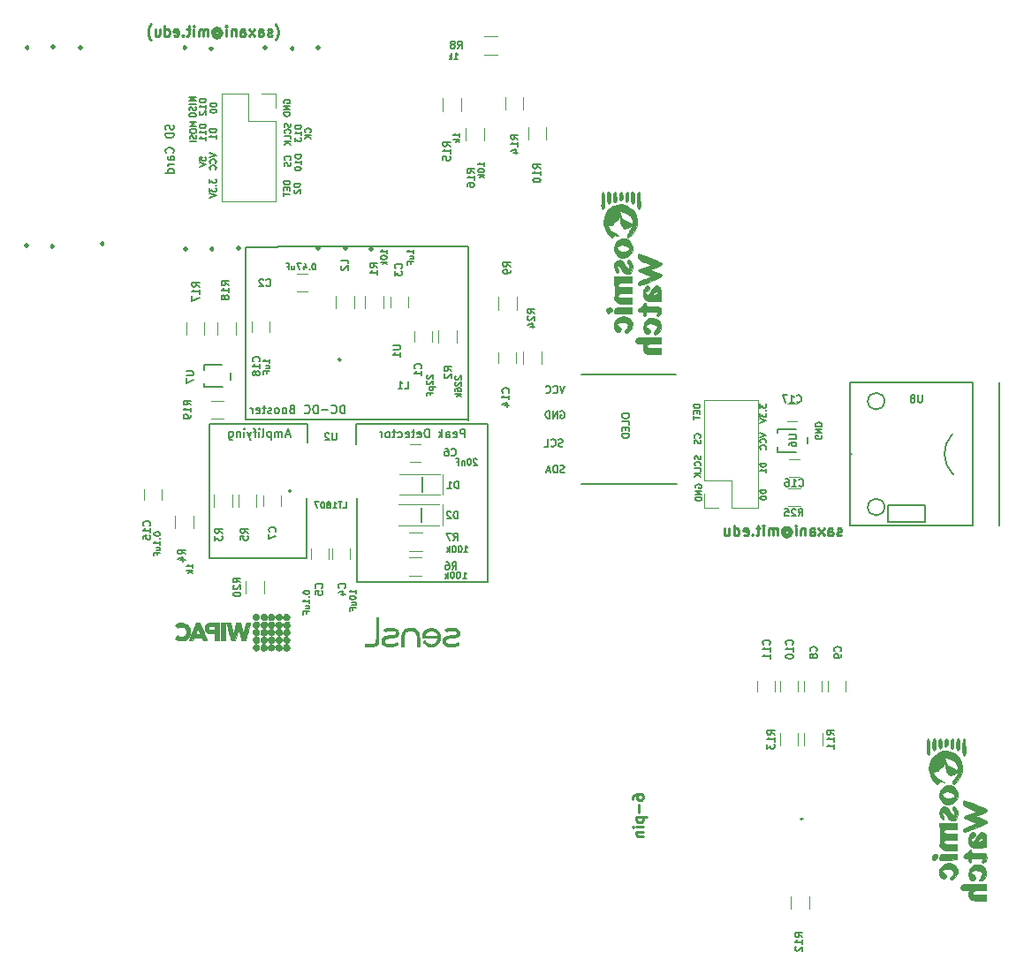
<source format=gbr>
G04 #@! TF.FileFunction,Legend,Bot*
%FSLAX46Y46*%
G04 Gerber Fmt 4.6, Leading zero omitted, Abs format (unit mm)*
G04 Created by KiCad (PCBNEW 4.0.2-stable) date Wednesday, February 14, 2018 'PMt' 02:08:58 PM*
%MOMM*%
G01*
G04 APERTURE LIST*
%ADD10C,0.100000*%
%ADD11C,0.200000*%
%ADD12C,0.150000*%
%ADD13C,0.250000*%
%ADD14C,0.300000*%
%ADD15C,0.120000*%
%ADD16C,0.010000*%
G04 APERTURE END LIST*
D10*
D11*
X162550000Y-85700000D02*
X164325000Y-85700000D01*
X162550000Y-85325000D02*
X162550000Y-85700000D01*
X165125000Y-84350000D02*
X165125000Y-85000000D01*
X162575000Y-83550000D02*
X164250000Y-83550000D01*
X162575000Y-84050000D02*
X162575000Y-83550000D01*
D12*
X215846429Y-87339285D02*
X215846429Y-87710714D01*
X216075000Y-87510714D01*
X216075000Y-87596428D01*
X216103571Y-87653571D01*
X216132143Y-87682142D01*
X216189286Y-87710714D01*
X216332143Y-87710714D01*
X216389286Y-87682142D01*
X216417857Y-87653571D01*
X216446429Y-87596428D01*
X216446429Y-87425000D01*
X216417857Y-87367857D01*
X216389286Y-87339285D01*
X216389286Y-87967857D02*
X216417857Y-87996429D01*
X216446429Y-87967857D01*
X216417857Y-87939286D01*
X216389286Y-87967857D01*
X216446429Y-87967857D01*
X215846429Y-88196428D02*
X215846429Y-88567857D01*
X216075000Y-88367857D01*
X216075000Y-88453571D01*
X216103571Y-88510714D01*
X216132143Y-88539285D01*
X216189286Y-88567857D01*
X216332143Y-88567857D01*
X216389286Y-88539285D01*
X216417857Y-88510714D01*
X216446429Y-88453571D01*
X216446429Y-88282143D01*
X216417857Y-88225000D01*
X216389286Y-88196428D01*
X215846429Y-88739286D02*
X216446429Y-88939286D01*
X215846429Y-89139286D01*
X210089286Y-90575000D02*
X210117857Y-90546429D01*
X210146429Y-90460715D01*
X210146429Y-90403572D01*
X210117857Y-90317857D01*
X210060714Y-90260715D01*
X210003571Y-90232143D01*
X209889286Y-90203572D01*
X209803571Y-90203572D01*
X209689286Y-90232143D01*
X209632143Y-90260715D01*
X209575000Y-90317857D01*
X209546429Y-90403572D01*
X209546429Y-90460715D01*
X209575000Y-90546429D01*
X209603571Y-90575000D01*
X210117857Y-90803572D02*
X210146429Y-90889286D01*
X210146429Y-91032143D01*
X210117857Y-91089286D01*
X210089286Y-91117857D01*
X210032143Y-91146429D01*
X209975000Y-91146429D01*
X209917857Y-91117857D01*
X209889286Y-91089286D01*
X209860714Y-91032143D01*
X209832143Y-90917857D01*
X209803571Y-90860715D01*
X209775000Y-90832143D01*
X209717857Y-90803572D01*
X209660714Y-90803572D01*
X209603571Y-90832143D01*
X209575000Y-90860715D01*
X209546429Y-90917857D01*
X209546429Y-91060715D01*
X209575000Y-91146429D01*
X215846429Y-90125000D02*
X216446429Y-90325000D01*
X215846429Y-90525000D01*
X216389286Y-91067857D02*
X216417857Y-91039286D01*
X216446429Y-90953572D01*
X216446429Y-90896429D01*
X216417857Y-90810714D01*
X216360714Y-90753572D01*
X216303571Y-90725000D01*
X216189286Y-90696429D01*
X216103571Y-90696429D01*
X215989286Y-90725000D01*
X215932143Y-90753572D01*
X215875000Y-90810714D01*
X215846429Y-90896429D01*
X215846429Y-90953572D01*
X215875000Y-91039286D01*
X215903571Y-91067857D01*
X216389286Y-91667857D02*
X216417857Y-91639286D01*
X216446429Y-91553572D01*
X216446429Y-91496429D01*
X216417857Y-91410714D01*
X216360714Y-91353572D01*
X216303571Y-91325000D01*
X216189286Y-91296429D01*
X216103571Y-91296429D01*
X215989286Y-91325000D01*
X215932143Y-91353572D01*
X215875000Y-91410714D01*
X215846429Y-91496429D01*
X215846429Y-91553572D01*
X215875000Y-91639286D01*
X215903571Y-91667857D01*
X210167857Y-92310715D02*
X210196429Y-92396429D01*
X210196429Y-92539286D01*
X210167857Y-92596429D01*
X210139286Y-92625000D01*
X210082143Y-92653572D01*
X210025000Y-92653572D01*
X209967857Y-92625000D01*
X209939286Y-92596429D01*
X209910714Y-92539286D01*
X209882143Y-92425000D01*
X209853571Y-92367858D01*
X209825000Y-92339286D01*
X209767857Y-92310715D01*
X209710714Y-92310715D01*
X209653571Y-92339286D01*
X209625000Y-92367858D01*
X209596429Y-92425000D01*
X209596429Y-92567858D01*
X209625000Y-92653572D01*
X210139286Y-93253572D02*
X210167857Y-93225001D01*
X210196429Y-93139287D01*
X210196429Y-93082144D01*
X210167857Y-92996429D01*
X210110714Y-92939287D01*
X210053571Y-92910715D01*
X209939286Y-92882144D01*
X209853571Y-92882144D01*
X209739286Y-92910715D01*
X209682143Y-92939287D01*
X209625000Y-92996429D01*
X209596429Y-93082144D01*
X209596429Y-93139287D01*
X209625000Y-93225001D01*
X209653571Y-93253572D01*
X210196429Y-93796429D02*
X210196429Y-93510715D01*
X209596429Y-93510715D01*
X210196429Y-93996429D02*
X209596429Y-93996429D01*
X210196429Y-94339286D02*
X209853571Y-94082143D01*
X209596429Y-94339286D02*
X209939286Y-93996429D01*
X216446429Y-93032143D02*
X215846429Y-93032143D01*
X215846429Y-93175000D01*
X215875000Y-93260715D01*
X215932143Y-93317857D01*
X215989286Y-93346429D01*
X216103571Y-93375000D01*
X216189286Y-93375000D01*
X216303571Y-93346429D01*
X216360714Y-93317857D01*
X216417857Y-93260715D01*
X216446429Y-93175000D01*
X216446429Y-93032143D01*
X216446429Y-93946429D02*
X216446429Y-93603572D01*
X216446429Y-93775000D02*
X215846429Y-93775000D01*
X215932143Y-93717857D01*
X215989286Y-93660715D01*
X216017857Y-93603572D01*
X216446429Y-95582143D02*
X215846429Y-95582143D01*
X215846429Y-95725000D01*
X215875000Y-95810715D01*
X215932143Y-95867857D01*
X215989286Y-95896429D01*
X216103571Y-95925000D01*
X216189286Y-95925000D01*
X216303571Y-95896429D01*
X216360714Y-95867857D01*
X216417857Y-95810715D01*
X216446429Y-95725000D01*
X216446429Y-95582143D01*
X215846429Y-96296429D02*
X215846429Y-96353572D01*
X215875000Y-96410715D01*
X215903571Y-96439286D01*
X215960714Y-96467857D01*
X216075000Y-96496429D01*
X216217857Y-96496429D01*
X216332143Y-96467857D01*
X216389286Y-96439286D01*
X216417857Y-96410715D01*
X216446429Y-96353572D01*
X216446429Y-96296429D01*
X216417857Y-96239286D01*
X216389286Y-96210715D01*
X216332143Y-96182143D01*
X216217857Y-96153572D01*
X216075000Y-96153572D01*
X215960714Y-96182143D01*
X215903571Y-96210715D01*
X215875000Y-96239286D01*
X215846429Y-96296429D01*
X210096429Y-87417857D02*
X209496429Y-87417857D01*
X209496429Y-87560714D01*
X209525000Y-87646429D01*
X209582143Y-87703571D01*
X209639286Y-87732143D01*
X209753571Y-87760714D01*
X209839286Y-87760714D01*
X209953571Y-87732143D01*
X210010714Y-87703571D01*
X210067857Y-87646429D01*
X210096429Y-87560714D01*
X210096429Y-87417857D01*
X209782143Y-88017857D02*
X209782143Y-88217857D01*
X210096429Y-88303571D02*
X210096429Y-88017857D01*
X209496429Y-88017857D01*
X209496429Y-88303571D01*
X209496429Y-88475000D02*
X209496429Y-88817857D01*
X210096429Y-88646428D02*
X209496429Y-88646428D01*
X209675000Y-95367858D02*
X209646429Y-95310715D01*
X209646429Y-95225001D01*
X209675000Y-95139286D01*
X209732143Y-95082144D01*
X209789286Y-95053572D01*
X209903571Y-95025001D01*
X209989286Y-95025001D01*
X210103571Y-95053572D01*
X210160714Y-95082144D01*
X210217857Y-95139286D01*
X210246429Y-95225001D01*
X210246429Y-95282144D01*
X210217857Y-95367858D01*
X210189286Y-95396429D01*
X209989286Y-95396429D01*
X209989286Y-95282144D01*
X210246429Y-95653572D02*
X209646429Y-95653572D01*
X210246429Y-95996429D01*
X209646429Y-95996429D01*
X210246429Y-96282143D02*
X209646429Y-96282143D01*
X209646429Y-96425000D01*
X209675000Y-96510715D01*
X209732143Y-96567857D01*
X209789286Y-96596429D01*
X209903571Y-96625000D01*
X209989286Y-96625000D01*
X210103571Y-96596429D01*
X210160714Y-96567857D01*
X210217857Y-96510715D01*
X210246429Y-96425000D01*
X210246429Y-96282143D01*
D13*
X223644047Y-99904762D02*
X223548809Y-99952381D01*
X223358333Y-99952381D01*
X223263094Y-99904762D01*
X223215475Y-99809524D01*
X223215475Y-99761905D01*
X223263094Y-99666667D01*
X223358333Y-99619048D01*
X223501190Y-99619048D01*
X223596428Y-99571429D01*
X223644047Y-99476190D01*
X223644047Y-99428571D01*
X223596428Y-99333333D01*
X223501190Y-99285714D01*
X223358333Y-99285714D01*
X223263094Y-99333333D01*
X222358332Y-99952381D02*
X222358332Y-99428571D01*
X222405951Y-99333333D01*
X222501189Y-99285714D01*
X222691666Y-99285714D01*
X222786904Y-99333333D01*
X222358332Y-99904762D02*
X222453570Y-99952381D01*
X222691666Y-99952381D01*
X222786904Y-99904762D01*
X222834523Y-99809524D01*
X222834523Y-99714286D01*
X222786904Y-99619048D01*
X222691666Y-99571429D01*
X222453570Y-99571429D01*
X222358332Y-99523810D01*
X221977380Y-99952381D02*
X221453570Y-99285714D01*
X221977380Y-99285714D02*
X221453570Y-99952381D01*
X220644046Y-99952381D02*
X220644046Y-99428571D01*
X220691665Y-99333333D01*
X220786903Y-99285714D01*
X220977380Y-99285714D01*
X221072618Y-99333333D01*
X220644046Y-99904762D02*
X220739284Y-99952381D01*
X220977380Y-99952381D01*
X221072618Y-99904762D01*
X221120237Y-99809524D01*
X221120237Y-99714286D01*
X221072618Y-99619048D01*
X220977380Y-99571429D01*
X220739284Y-99571429D01*
X220644046Y-99523810D01*
X220167856Y-99285714D02*
X220167856Y-99952381D01*
X220167856Y-99380952D02*
X220120237Y-99333333D01*
X220024999Y-99285714D01*
X219882141Y-99285714D01*
X219786903Y-99333333D01*
X219739284Y-99428571D01*
X219739284Y-99952381D01*
X219263094Y-99952381D02*
X219263094Y-99285714D01*
X219263094Y-98952381D02*
X219310713Y-99000000D01*
X219263094Y-99047619D01*
X219215475Y-99000000D01*
X219263094Y-98952381D01*
X219263094Y-99047619D01*
X218167856Y-99476190D02*
X218215475Y-99428571D01*
X218310713Y-99380952D01*
X218405951Y-99380952D01*
X218501189Y-99428571D01*
X218548809Y-99476190D01*
X218596428Y-99571429D01*
X218596428Y-99666667D01*
X218548809Y-99761905D01*
X218501189Y-99809524D01*
X218405951Y-99857143D01*
X218310713Y-99857143D01*
X218215475Y-99809524D01*
X218167856Y-99761905D01*
X218167856Y-99380952D02*
X218167856Y-99761905D01*
X218120237Y-99809524D01*
X218072618Y-99809524D01*
X217977380Y-99761905D01*
X217929761Y-99666667D01*
X217929761Y-99428571D01*
X218024999Y-99285714D01*
X218167856Y-99190476D01*
X218358332Y-99142857D01*
X218548809Y-99190476D01*
X218691666Y-99285714D01*
X218786904Y-99428571D01*
X218834523Y-99619048D01*
X218786904Y-99809524D01*
X218691666Y-99952381D01*
X218548809Y-100047619D01*
X218358332Y-100095238D01*
X218167856Y-100047619D01*
X218024999Y-99952381D01*
X217501190Y-99952381D02*
X217501190Y-99285714D01*
X217501190Y-99380952D02*
X217453571Y-99333333D01*
X217358333Y-99285714D01*
X217215475Y-99285714D01*
X217120237Y-99333333D01*
X217072618Y-99428571D01*
X217072618Y-99952381D01*
X217072618Y-99428571D02*
X217024999Y-99333333D01*
X216929761Y-99285714D01*
X216786904Y-99285714D01*
X216691666Y-99333333D01*
X216644047Y-99428571D01*
X216644047Y-99952381D01*
X216167857Y-99952381D02*
X216167857Y-99285714D01*
X216167857Y-98952381D02*
X216215476Y-99000000D01*
X216167857Y-99047619D01*
X216120238Y-99000000D01*
X216167857Y-98952381D01*
X216167857Y-99047619D01*
X215834524Y-99285714D02*
X215453572Y-99285714D01*
X215691667Y-98952381D02*
X215691667Y-99809524D01*
X215644048Y-99904762D01*
X215548810Y-99952381D01*
X215453572Y-99952381D01*
X215120238Y-99857143D02*
X215072619Y-99904762D01*
X215120238Y-99952381D01*
X215167857Y-99904762D01*
X215120238Y-99857143D01*
X215120238Y-99952381D01*
X214263095Y-99904762D02*
X214358333Y-99952381D01*
X214548810Y-99952381D01*
X214644048Y-99904762D01*
X214691667Y-99809524D01*
X214691667Y-99428571D01*
X214644048Y-99333333D01*
X214548810Y-99285714D01*
X214358333Y-99285714D01*
X214263095Y-99333333D01*
X214215476Y-99428571D01*
X214215476Y-99523810D01*
X214691667Y-99619048D01*
X213358333Y-99952381D02*
X213358333Y-98952381D01*
X213358333Y-99904762D02*
X213453571Y-99952381D01*
X213644048Y-99952381D01*
X213739286Y-99904762D01*
X213786905Y-99857143D01*
X213834524Y-99761905D01*
X213834524Y-99476190D01*
X213786905Y-99380952D01*
X213739286Y-99333333D01*
X213644048Y-99285714D01*
X213453571Y-99285714D01*
X213358333Y-99333333D01*
X212453571Y-99285714D02*
X212453571Y-99952381D01*
X212882143Y-99285714D02*
X212882143Y-99809524D01*
X212834524Y-99904762D01*
X212739286Y-99952381D01*
X212596428Y-99952381D01*
X212501190Y-99904762D01*
X212453571Y-99857143D01*
D11*
X217525000Y-90125000D02*
X217525000Y-89775000D01*
X217525000Y-89775000D02*
X219325000Y-89775000D01*
X217525000Y-91475000D02*
X217525000Y-91925000D01*
X217525000Y-91925000D02*
X219325000Y-91925000D01*
X220425000Y-90525000D02*
X220425000Y-91125000D01*
D12*
X221725000Y-90382142D02*
X221753571Y-90439285D01*
X221753571Y-90524999D01*
X221725000Y-90610714D01*
X221667857Y-90667856D01*
X221610714Y-90696428D01*
X221496429Y-90724999D01*
X221410714Y-90724999D01*
X221296429Y-90696428D01*
X221239286Y-90667856D01*
X221182143Y-90610714D01*
X221153571Y-90524999D01*
X221153571Y-90467856D01*
X221182143Y-90382142D01*
X221210714Y-90353571D01*
X221410714Y-90353571D01*
X221410714Y-90467856D01*
X221153571Y-90096428D02*
X221753571Y-90096428D01*
X221153571Y-89753571D01*
X221753571Y-89753571D01*
X221153571Y-89467857D02*
X221753571Y-89467857D01*
X221753571Y-89325000D01*
X221725000Y-89239285D01*
X221667857Y-89182143D01*
X221610714Y-89153571D01*
X221496429Y-89125000D01*
X221410714Y-89125000D01*
X221296429Y-89153571D01*
X221239286Y-89182143D01*
X221182143Y-89239285D01*
X221153571Y-89325000D01*
X221153571Y-89467857D01*
X188710714Y-92653571D02*
X188682143Y-92625000D01*
X188625000Y-92596429D01*
X188482143Y-92596429D01*
X188425000Y-92625000D01*
X188396429Y-92653571D01*
X188367857Y-92710714D01*
X188367857Y-92767857D01*
X188396429Y-92853571D01*
X188739286Y-93196429D01*
X188367857Y-93196429D01*
X187996428Y-92596429D02*
X187939285Y-92596429D01*
X187882142Y-92625000D01*
X187853571Y-92653571D01*
X187825000Y-92710714D01*
X187796428Y-92825000D01*
X187796428Y-92967857D01*
X187825000Y-93082143D01*
X187853571Y-93139286D01*
X187882142Y-93167857D01*
X187939285Y-93196429D01*
X187996428Y-93196429D01*
X188053571Y-93167857D01*
X188082142Y-93139286D01*
X188110714Y-93082143D01*
X188139285Y-92967857D01*
X188139285Y-92825000D01*
X188110714Y-92710714D01*
X188082142Y-92653571D01*
X188053571Y-92625000D01*
X187996428Y-92596429D01*
X187539285Y-92796429D02*
X187539285Y-93196429D01*
X187539285Y-92853571D02*
X187510713Y-92825000D01*
X187453571Y-92796429D01*
X187367856Y-92796429D01*
X187310713Y-92825000D01*
X187282142Y-92882143D01*
X187282142Y-93196429D01*
X186796428Y-92882143D02*
X186996428Y-92882143D01*
X186996428Y-93196429D02*
X186996428Y-92596429D01*
X186710714Y-92596429D01*
X171771429Y-66207143D02*
X171171429Y-66207143D01*
X171171429Y-66350000D01*
X171200000Y-66435715D01*
X171257143Y-66492857D01*
X171314286Y-66521429D01*
X171428571Y-66550000D01*
X171514286Y-66550000D01*
X171628571Y-66521429D01*
X171685714Y-66492857D01*
X171742857Y-66435715D01*
X171771429Y-66350000D01*
X171771429Y-66207143D01*
X171228571Y-66778572D02*
X171200000Y-66807143D01*
X171171429Y-66864286D01*
X171171429Y-67007143D01*
X171200000Y-67064286D01*
X171228571Y-67092857D01*
X171285714Y-67121429D01*
X171342857Y-67121429D01*
X171428571Y-67092857D01*
X171771429Y-66750000D01*
X171771429Y-67121429D01*
D14*
X165850000Y-72335714D02*
X165778572Y-72407143D01*
X165850000Y-72478571D01*
X165921429Y-72407143D01*
X165850000Y-72335714D01*
X165850000Y-72478571D01*
X171000000Y-53185714D02*
X170928572Y-53257143D01*
X171000000Y-53328571D01*
X171071429Y-53257143D01*
X171000000Y-53185714D01*
X171000000Y-53328571D01*
X160750000Y-53135714D02*
X160678572Y-53207143D01*
X160750000Y-53278571D01*
X160821429Y-53207143D01*
X160750000Y-53135714D01*
X160750000Y-53278571D01*
D12*
X175885715Y-97321429D02*
X176171429Y-97321429D01*
X176171429Y-96721429D01*
X175771429Y-96721429D02*
X175428572Y-96721429D01*
X175600001Y-97321429D02*
X175600001Y-96721429D01*
X174914286Y-97321429D02*
X175257143Y-97321429D01*
X175085715Y-97321429D02*
X175085715Y-96721429D01*
X175142858Y-96807143D01*
X175200000Y-96864286D01*
X175257143Y-96892857D01*
X174571429Y-96978571D02*
X174628571Y-96950000D01*
X174657143Y-96921429D01*
X174685714Y-96864286D01*
X174685714Y-96835714D01*
X174657143Y-96778571D01*
X174628571Y-96750000D01*
X174571429Y-96721429D01*
X174457143Y-96721429D01*
X174400000Y-96750000D01*
X174371429Y-96778571D01*
X174342857Y-96835714D01*
X174342857Y-96864286D01*
X174371429Y-96921429D01*
X174400000Y-96950000D01*
X174457143Y-96978571D01*
X174571429Y-96978571D01*
X174628571Y-97007143D01*
X174657143Y-97035714D01*
X174685714Y-97092857D01*
X174685714Y-97207143D01*
X174657143Y-97264286D01*
X174628571Y-97292857D01*
X174571429Y-97321429D01*
X174457143Y-97321429D01*
X174400000Y-97292857D01*
X174371429Y-97264286D01*
X174342857Y-97207143D01*
X174342857Y-97092857D01*
X174371429Y-97035714D01*
X174400000Y-97007143D01*
X174457143Y-96978571D01*
X173971428Y-96721429D02*
X173914285Y-96721429D01*
X173857142Y-96750000D01*
X173828571Y-96778571D01*
X173800000Y-96835714D01*
X173771428Y-96950000D01*
X173771428Y-97092857D01*
X173800000Y-97207143D01*
X173828571Y-97264286D01*
X173857142Y-97292857D01*
X173914285Y-97321429D01*
X173971428Y-97321429D01*
X174028571Y-97292857D01*
X174057142Y-97264286D01*
X174085714Y-97207143D01*
X174114285Y-97092857D01*
X174114285Y-96950000D01*
X174085714Y-96835714D01*
X174057142Y-96778571D01*
X174028571Y-96750000D01*
X173971428Y-96721429D01*
X173571428Y-96721429D02*
X173171428Y-96721429D01*
X173428571Y-97321429D01*
X172764286Y-61285714D02*
X172792857Y-61257143D01*
X172821429Y-61171429D01*
X172821429Y-61114286D01*
X172792857Y-61028571D01*
X172735714Y-60971429D01*
X172678571Y-60942857D01*
X172564286Y-60914286D01*
X172478571Y-60914286D01*
X172364286Y-60942857D01*
X172307143Y-60971429D01*
X172250000Y-61028571D01*
X172221429Y-61114286D01*
X172221429Y-61171429D01*
X172250000Y-61257143D01*
X172278571Y-61285714D01*
X172821429Y-61542857D02*
X172221429Y-61542857D01*
X172821429Y-61885714D02*
X172478571Y-61628571D01*
X172221429Y-61885714D02*
X172564286Y-61542857D01*
X162121429Y-63985714D02*
X162121429Y-63700000D01*
X162407143Y-63671429D01*
X162378571Y-63700000D01*
X162350000Y-63757143D01*
X162350000Y-63900000D01*
X162378571Y-63957143D01*
X162407143Y-63985714D01*
X162464286Y-64014286D01*
X162607143Y-64014286D01*
X162664286Y-63985714D01*
X162692857Y-63957143D01*
X162721429Y-63900000D01*
X162721429Y-63757143D01*
X162692857Y-63700000D01*
X162664286Y-63671429D01*
X162121429Y-64185715D02*
X162721429Y-64385715D01*
X162121429Y-64585715D01*
X161821429Y-60307143D02*
X161221429Y-60307143D01*
X161650000Y-60507143D01*
X161221429Y-60707143D01*
X161821429Y-60707143D01*
X161221429Y-61107143D02*
X161221429Y-61221429D01*
X161250000Y-61278571D01*
X161307143Y-61335714D01*
X161421429Y-61364286D01*
X161621429Y-61364286D01*
X161735714Y-61335714D01*
X161792857Y-61278571D01*
X161821429Y-61221429D01*
X161821429Y-61107143D01*
X161792857Y-61050000D01*
X161735714Y-60992857D01*
X161621429Y-60964286D01*
X161421429Y-60964286D01*
X161307143Y-60992857D01*
X161250000Y-61050000D01*
X161221429Y-61107143D01*
X161792857Y-61592857D02*
X161821429Y-61678571D01*
X161821429Y-61821428D01*
X161792857Y-61878571D01*
X161764286Y-61907142D01*
X161707143Y-61935714D01*
X161650000Y-61935714D01*
X161592857Y-61907142D01*
X161564286Y-61878571D01*
X161535714Y-61821428D01*
X161507143Y-61707142D01*
X161478571Y-61650000D01*
X161450000Y-61621428D01*
X161392857Y-61592857D01*
X161335714Y-61592857D01*
X161278571Y-61621428D01*
X161250000Y-61650000D01*
X161221429Y-61707142D01*
X161221429Y-61850000D01*
X161250000Y-61935714D01*
X161821429Y-62192857D02*
X161221429Y-62192857D01*
X162721429Y-60571428D02*
X162121429Y-60571428D01*
X162121429Y-60714285D01*
X162150000Y-60800000D01*
X162207143Y-60857142D01*
X162264286Y-60885714D01*
X162378571Y-60914285D01*
X162464286Y-60914285D01*
X162578571Y-60885714D01*
X162635714Y-60857142D01*
X162692857Y-60800000D01*
X162721429Y-60714285D01*
X162721429Y-60571428D01*
X162721429Y-61485714D02*
X162721429Y-61142857D01*
X162721429Y-61314285D02*
X162121429Y-61314285D01*
X162207143Y-61257142D01*
X162264286Y-61200000D01*
X162292857Y-61142857D01*
X162721429Y-62057143D02*
X162721429Y-61714286D01*
X162721429Y-61885714D02*
X162121429Y-61885714D01*
X162207143Y-61828571D01*
X162264286Y-61771429D01*
X162292857Y-61714286D01*
X161771429Y-57907143D02*
X161171429Y-57907143D01*
X161600000Y-58107143D01*
X161171429Y-58307143D01*
X161771429Y-58307143D01*
X161771429Y-58592857D02*
X161171429Y-58592857D01*
X161742857Y-58850000D02*
X161771429Y-58935714D01*
X161771429Y-59078571D01*
X161742857Y-59135714D01*
X161714286Y-59164285D01*
X161657143Y-59192857D01*
X161600000Y-59192857D01*
X161542857Y-59164285D01*
X161514286Y-59135714D01*
X161485714Y-59078571D01*
X161457143Y-58964285D01*
X161428571Y-58907143D01*
X161400000Y-58878571D01*
X161342857Y-58850000D01*
X161285714Y-58850000D01*
X161228571Y-58878571D01*
X161200000Y-58907143D01*
X161171429Y-58964285D01*
X161171429Y-59107143D01*
X161200000Y-59192857D01*
X161171429Y-59564286D02*
X161171429Y-59678572D01*
X161200000Y-59735714D01*
X161257143Y-59792857D01*
X161371429Y-59821429D01*
X161571429Y-59821429D01*
X161685714Y-59792857D01*
X161742857Y-59735714D01*
X161771429Y-59678572D01*
X161771429Y-59564286D01*
X161742857Y-59507143D01*
X161685714Y-59450000D01*
X161571429Y-59421429D01*
X161371429Y-59421429D01*
X161257143Y-59450000D01*
X161200000Y-59507143D01*
X161171429Y-59564286D01*
X162721429Y-58121428D02*
X162121429Y-58121428D01*
X162121429Y-58264285D01*
X162150000Y-58350000D01*
X162207143Y-58407142D01*
X162264286Y-58435714D01*
X162378571Y-58464285D01*
X162464286Y-58464285D01*
X162578571Y-58435714D01*
X162635714Y-58407142D01*
X162692857Y-58350000D01*
X162721429Y-58264285D01*
X162721429Y-58121428D01*
X162721429Y-59035714D02*
X162721429Y-58692857D01*
X162721429Y-58864285D02*
X162121429Y-58864285D01*
X162207143Y-58807142D01*
X162264286Y-58750000D01*
X162292857Y-58692857D01*
X162178571Y-59264286D02*
X162150000Y-59292857D01*
X162121429Y-59350000D01*
X162121429Y-59492857D01*
X162150000Y-59550000D01*
X162178571Y-59578571D01*
X162235714Y-59607143D01*
X162292857Y-59607143D01*
X162378571Y-59578571D01*
X162721429Y-59235714D01*
X162721429Y-59607143D01*
X171871429Y-63471428D02*
X171271429Y-63471428D01*
X171271429Y-63614285D01*
X171300000Y-63700000D01*
X171357143Y-63757142D01*
X171414286Y-63785714D01*
X171528571Y-63814285D01*
X171614286Y-63814285D01*
X171728571Y-63785714D01*
X171785714Y-63757142D01*
X171842857Y-63700000D01*
X171871429Y-63614285D01*
X171871429Y-63471428D01*
X171871429Y-64385714D02*
X171871429Y-64042857D01*
X171871429Y-64214285D02*
X171271429Y-64214285D01*
X171357143Y-64157142D01*
X171414286Y-64100000D01*
X171442857Y-64042857D01*
X171271429Y-64757143D02*
X171271429Y-64814286D01*
X171300000Y-64871429D01*
X171328571Y-64900000D01*
X171385714Y-64928571D01*
X171500000Y-64957143D01*
X171642857Y-64957143D01*
X171757143Y-64928571D01*
X171814286Y-64900000D01*
X171842857Y-64871429D01*
X171871429Y-64814286D01*
X171871429Y-64757143D01*
X171842857Y-64700000D01*
X171814286Y-64671429D01*
X171757143Y-64642857D01*
X171642857Y-64614286D01*
X171500000Y-64614286D01*
X171385714Y-64642857D01*
X171328571Y-64671429D01*
X171300000Y-64700000D01*
X171271429Y-64757143D01*
X171871429Y-60671428D02*
X171271429Y-60671428D01*
X171271429Y-60814285D01*
X171300000Y-60900000D01*
X171357143Y-60957142D01*
X171414286Y-60985714D01*
X171528571Y-61014285D01*
X171614286Y-61014285D01*
X171728571Y-60985714D01*
X171785714Y-60957142D01*
X171842857Y-60900000D01*
X171871429Y-60814285D01*
X171871429Y-60671428D01*
X171871429Y-61585714D02*
X171871429Y-61242857D01*
X171871429Y-61414285D02*
X171271429Y-61414285D01*
X171357143Y-61357142D01*
X171414286Y-61300000D01*
X171442857Y-61242857D01*
X171271429Y-61785714D02*
X171271429Y-62157143D01*
X171500000Y-61957143D01*
X171500000Y-62042857D01*
X171528571Y-62100000D01*
X171557143Y-62128571D01*
X171614286Y-62157143D01*
X171757143Y-62157143D01*
X171814286Y-62128571D01*
X171842857Y-62100000D01*
X171871429Y-62042857D01*
X171871429Y-61871429D01*
X171842857Y-61814286D01*
X171814286Y-61785714D01*
X187071429Y-61728572D02*
X187071429Y-61385715D01*
X187071429Y-61557143D02*
X186471429Y-61557143D01*
X186557143Y-61500000D01*
X186614286Y-61442858D01*
X186642857Y-61385715D01*
X187071429Y-61985715D02*
X186471429Y-61985715D01*
X186842857Y-62042858D02*
X187071429Y-62214287D01*
X186671429Y-62214287D02*
X186900000Y-61985715D01*
X189421429Y-64542857D02*
X189421429Y-64200000D01*
X189421429Y-64371428D02*
X188821429Y-64371428D01*
X188907143Y-64314285D01*
X188964286Y-64257143D01*
X188992857Y-64200000D01*
X188821429Y-64914286D02*
X188821429Y-64971429D01*
X188850000Y-65028572D01*
X188878571Y-65057143D01*
X188935714Y-65085714D01*
X189050000Y-65114286D01*
X189192857Y-65114286D01*
X189307143Y-65085714D01*
X189364286Y-65057143D01*
X189392857Y-65028572D01*
X189421429Y-64971429D01*
X189421429Y-64914286D01*
X189392857Y-64857143D01*
X189364286Y-64828572D01*
X189307143Y-64800000D01*
X189192857Y-64771429D01*
X189050000Y-64771429D01*
X188935714Y-64800000D01*
X188878571Y-64828572D01*
X188850000Y-64857143D01*
X188821429Y-64914286D01*
X189421429Y-65371429D02*
X188821429Y-65371429D01*
X189192857Y-65428572D02*
X189421429Y-65600001D01*
X189021429Y-65600001D02*
X189250000Y-65371429D01*
X163721429Y-61007143D02*
X163121429Y-61007143D01*
X163121429Y-61150000D01*
X163150000Y-61235715D01*
X163207143Y-61292857D01*
X163264286Y-61321429D01*
X163378571Y-61350000D01*
X163464286Y-61350000D01*
X163578571Y-61321429D01*
X163635714Y-61292857D01*
X163692857Y-61235715D01*
X163721429Y-61150000D01*
X163721429Y-61007143D01*
X163721429Y-61921429D02*
X163721429Y-61578572D01*
X163721429Y-61750000D02*
X163121429Y-61750000D01*
X163207143Y-61692857D01*
X163264286Y-61635715D01*
X163292857Y-61578572D01*
X163771429Y-58507143D02*
X163171429Y-58507143D01*
X163171429Y-58650000D01*
X163200000Y-58735715D01*
X163257143Y-58792857D01*
X163314286Y-58821429D01*
X163428571Y-58850000D01*
X163514286Y-58850000D01*
X163628571Y-58821429D01*
X163685714Y-58792857D01*
X163742857Y-58735715D01*
X163771429Y-58650000D01*
X163771429Y-58507143D01*
X163171429Y-59221429D02*
X163171429Y-59278572D01*
X163200000Y-59335715D01*
X163228571Y-59364286D01*
X163285714Y-59392857D01*
X163400000Y-59421429D01*
X163542857Y-59421429D01*
X163657143Y-59392857D01*
X163714286Y-59364286D01*
X163742857Y-59335715D01*
X163771429Y-59278572D01*
X163771429Y-59221429D01*
X163742857Y-59164286D01*
X163714286Y-59135715D01*
X163657143Y-59107143D01*
X163542857Y-59078572D01*
X163400000Y-59078572D01*
X163285714Y-59107143D01*
X163228571Y-59135715D01*
X163200000Y-59164286D01*
X163171429Y-59221429D01*
X163121429Y-63300000D02*
X163721429Y-63500000D01*
X163121429Y-63700000D01*
X163664286Y-64242857D02*
X163692857Y-64214286D01*
X163721429Y-64128572D01*
X163721429Y-64071429D01*
X163692857Y-63985714D01*
X163635714Y-63928572D01*
X163578571Y-63900000D01*
X163464286Y-63871429D01*
X163378571Y-63871429D01*
X163264286Y-63900000D01*
X163207143Y-63928572D01*
X163150000Y-63985714D01*
X163121429Y-64071429D01*
X163121429Y-64128572D01*
X163150000Y-64214286D01*
X163178571Y-64242857D01*
X163664286Y-64842857D02*
X163692857Y-64814286D01*
X163721429Y-64728572D01*
X163721429Y-64671429D01*
X163692857Y-64585714D01*
X163635714Y-64528572D01*
X163578571Y-64500000D01*
X163464286Y-64471429D01*
X163378571Y-64471429D01*
X163264286Y-64500000D01*
X163207143Y-64528572D01*
X163150000Y-64585714D01*
X163121429Y-64671429D01*
X163121429Y-64728572D01*
X163150000Y-64814286D01*
X163178571Y-64842857D01*
X170250000Y-58492858D02*
X170221429Y-58435715D01*
X170221429Y-58350001D01*
X170250000Y-58264286D01*
X170307143Y-58207144D01*
X170364286Y-58178572D01*
X170478571Y-58150001D01*
X170564286Y-58150001D01*
X170678571Y-58178572D01*
X170735714Y-58207144D01*
X170792857Y-58264286D01*
X170821429Y-58350001D01*
X170821429Y-58407144D01*
X170792857Y-58492858D01*
X170764286Y-58521429D01*
X170564286Y-58521429D01*
X170564286Y-58407144D01*
X170821429Y-58778572D02*
X170221429Y-58778572D01*
X170821429Y-59121429D01*
X170221429Y-59121429D01*
X170821429Y-59407143D02*
X170221429Y-59407143D01*
X170221429Y-59550000D01*
X170250000Y-59635715D01*
X170307143Y-59692857D01*
X170364286Y-59721429D01*
X170478571Y-59750000D01*
X170564286Y-59750000D01*
X170678571Y-59721429D01*
X170735714Y-59692857D01*
X170792857Y-59635715D01*
X170821429Y-59550000D01*
X170821429Y-59407143D01*
X163121429Y-65764285D02*
X163121429Y-66135714D01*
X163350000Y-65935714D01*
X163350000Y-66021428D01*
X163378571Y-66078571D01*
X163407143Y-66107142D01*
X163464286Y-66135714D01*
X163607143Y-66135714D01*
X163664286Y-66107142D01*
X163692857Y-66078571D01*
X163721429Y-66021428D01*
X163721429Y-65850000D01*
X163692857Y-65792857D01*
X163664286Y-65764285D01*
X163664286Y-66392857D02*
X163692857Y-66421429D01*
X163721429Y-66392857D01*
X163692857Y-66364286D01*
X163664286Y-66392857D01*
X163721429Y-66392857D01*
X163121429Y-66621428D02*
X163121429Y-66992857D01*
X163350000Y-66792857D01*
X163350000Y-66878571D01*
X163378571Y-66935714D01*
X163407143Y-66964285D01*
X163464286Y-66992857D01*
X163607143Y-66992857D01*
X163664286Y-66964285D01*
X163692857Y-66935714D01*
X163721429Y-66878571D01*
X163721429Y-66707143D01*
X163692857Y-66650000D01*
X163664286Y-66621428D01*
X163121429Y-67164286D02*
X163721429Y-67364286D01*
X163121429Y-67564286D01*
X170842857Y-60435715D02*
X170871429Y-60521429D01*
X170871429Y-60664286D01*
X170842857Y-60721429D01*
X170814286Y-60750000D01*
X170757143Y-60778572D01*
X170700000Y-60778572D01*
X170642857Y-60750000D01*
X170614286Y-60721429D01*
X170585714Y-60664286D01*
X170557143Y-60550000D01*
X170528571Y-60492858D01*
X170500000Y-60464286D01*
X170442857Y-60435715D01*
X170385714Y-60435715D01*
X170328571Y-60464286D01*
X170300000Y-60492858D01*
X170271429Y-60550000D01*
X170271429Y-60692858D01*
X170300000Y-60778572D01*
X170814286Y-61378572D02*
X170842857Y-61350001D01*
X170871429Y-61264287D01*
X170871429Y-61207144D01*
X170842857Y-61121429D01*
X170785714Y-61064287D01*
X170728571Y-61035715D01*
X170614286Y-61007144D01*
X170528571Y-61007144D01*
X170414286Y-61035715D01*
X170357143Y-61064287D01*
X170300000Y-61121429D01*
X170271429Y-61207144D01*
X170271429Y-61264287D01*
X170300000Y-61350001D01*
X170328571Y-61378572D01*
X170871429Y-61921429D02*
X170871429Y-61635715D01*
X170271429Y-61635715D01*
X170871429Y-62121429D02*
X170271429Y-62121429D01*
X170871429Y-62464286D02*
X170528571Y-62207143D01*
X170271429Y-62464286D02*
X170614286Y-62121429D01*
X170814286Y-63950000D02*
X170842857Y-63921429D01*
X170871429Y-63835715D01*
X170871429Y-63778572D01*
X170842857Y-63692857D01*
X170785714Y-63635715D01*
X170728571Y-63607143D01*
X170614286Y-63578572D01*
X170528571Y-63578572D01*
X170414286Y-63607143D01*
X170357143Y-63635715D01*
X170300000Y-63692857D01*
X170271429Y-63778572D01*
X170271429Y-63835715D01*
X170300000Y-63921429D01*
X170328571Y-63950000D01*
X170842857Y-64178572D02*
X170871429Y-64264286D01*
X170871429Y-64407143D01*
X170842857Y-64464286D01*
X170814286Y-64492857D01*
X170757143Y-64521429D01*
X170700000Y-64521429D01*
X170642857Y-64492857D01*
X170614286Y-64464286D01*
X170585714Y-64407143D01*
X170557143Y-64292857D01*
X170528571Y-64235715D01*
X170500000Y-64207143D01*
X170442857Y-64178572D01*
X170385714Y-64178572D01*
X170328571Y-64207143D01*
X170300000Y-64235715D01*
X170271429Y-64292857D01*
X170271429Y-64435715D01*
X170300000Y-64521429D01*
X170821429Y-65992857D02*
X170221429Y-65992857D01*
X170221429Y-66135714D01*
X170250000Y-66221429D01*
X170307143Y-66278571D01*
X170364286Y-66307143D01*
X170478571Y-66335714D01*
X170564286Y-66335714D01*
X170678571Y-66307143D01*
X170735714Y-66278571D01*
X170792857Y-66221429D01*
X170821429Y-66135714D01*
X170821429Y-65992857D01*
X170507143Y-66592857D02*
X170507143Y-66792857D01*
X170821429Y-66878571D02*
X170821429Y-66592857D01*
X170221429Y-66592857D01*
X170221429Y-66878571D01*
X170221429Y-67050000D02*
X170221429Y-67392857D01*
X170821429Y-67221428D02*
X170221429Y-67221428D01*
X157771429Y-99764286D02*
X157771429Y-99821429D01*
X157800000Y-99878572D01*
X157828571Y-99907143D01*
X157885714Y-99935714D01*
X158000000Y-99964286D01*
X158142857Y-99964286D01*
X158257143Y-99935714D01*
X158314286Y-99907143D01*
X158342857Y-99878572D01*
X158371429Y-99821429D01*
X158371429Y-99764286D01*
X158342857Y-99707143D01*
X158314286Y-99678572D01*
X158257143Y-99650000D01*
X158142857Y-99621429D01*
X158000000Y-99621429D01*
X157885714Y-99650000D01*
X157828571Y-99678572D01*
X157800000Y-99707143D01*
X157771429Y-99764286D01*
X158314286Y-100221429D02*
X158342857Y-100250001D01*
X158371429Y-100221429D01*
X158342857Y-100192858D01*
X158314286Y-100221429D01*
X158371429Y-100221429D01*
X158371429Y-100821429D02*
X158371429Y-100478572D01*
X158371429Y-100650000D02*
X157771429Y-100650000D01*
X157857143Y-100592857D01*
X157914286Y-100535715D01*
X157942857Y-100478572D01*
X157971429Y-101335715D02*
X158371429Y-101335715D01*
X157971429Y-101078572D02*
X158285714Y-101078572D01*
X158342857Y-101107144D01*
X158371429Y-101164286D01*
X158371429Y-101250001D01*
X158342857Y-101307144D01*
X158314286Y-101335715D01*
X158057143Y-101821429D02*
X158057143Y-101621429D01*
X158371429Y-101621429D02*
X157771429Y-101621429D01*
X157771429Y-101907143D01*
X161471429Y-103078572D02*
X161471429Y-102735715D01*
X161471429Y-102907143D02*
X160871429Y-102907143D01*
X160957143Y-102850000D01*
X161014286Y-102792858D01*
X161042857Y-102735715D01*
X161471429Y-103335715D02*
X160871429Y-103335715D01*
X161242857Y-103392858D02*
X161471429Y-103564287D01*
X161071429Y-103564287D02*
X161300000Y-103335715D01*
X187492857Y-101546429D02*
X187835714Y-101546429D01*
X187664286Y-101546429D02*
X187664286Y-100946429D01*
X187721429Y-101032143D01*
X187778571Y-101089286D01*
X187835714Y-101117857D01*
X187121428Y-100946429D02*
X187064285Y-100946429D01*
X187007142Y-100975000D01*
X186978571Y-101003571D01*
X186950000Y-101060714D01*
X186921428Y-101175000D01*
X186921428Y-101317857D01*
X186950000Y-101432143D01*
X186978571Y-101489286D01*
X187007142Y-101517857D01*
X187064285Y-101546429D01*
X187121428Y-101546429D01*
X187178571Y-101517857D01*
X187207142Y-101489286D01*
X187235714Y-101432143D01*
X187264285Y-101317857D01*
X187264285Y-101175000D01*
X187235714Y-101060714D01*
X187207142Y-101003571D01*
X187178571Y-100975000D01*
X187121428Y-100946429D01*
X186549999Y-100946429D02*
X186492856Y-100946429D01*
X186435713Y-100975000D01*
X186407142Y-101003571D01*
X186378571Y-101060714D01*
X186349999Y-101175000D01*
X186349999Y-101317857D01*
X186378571Y-101432143D01*
X186407142Y-101489286D01*
X186435713Y-101517857D01*
X186492856Y-101546429D01*
X186549999Y-101546429D01*
X186607142Y-101517857D01*
X186635713Y-101489286D01*
X186664285Y-101432143D01*
X186692856Y-101317857D01*
X186692856Y-101175000D01*
X186664285Y-101060714D01*
X186635713Y-101003571D01*
X186607142Y-100975000D01*
X186549999Y-100946429D01*
X186092856Y-101546429D02*
X186092856Y-100946429D01*
X186035713Y-101317857D02*
X185864284Y-101546429D01*
X185864284Y-101146429D02*
X186092856Y-101375000D01*
X187342857Y-104046429D02*
X187685714Y-104046429D01*
X187514286Y-104046429D02*
X187514286Y-103446429D01*
X187571429Y-103532143D01*
X187628571Y-103589286D01*
X187685714Y-103617857D01*
X186971428Y-103446429D02*
X186914285Y-103446429D01*
X186857142Y-103475000D01*
X186828571Y-103503571D01*
X186800000Y-103560714D01*
X186771428Y-103675000D01*
X186771428Y-103817857D01*
X186800000Y-103932143D01*
X186828571Y-103989286D01*
X186857142Y-104017857D01*
X186914285Y-104046429D01*
X186971428Y-104046429D01*
X187028571Y-104017857D01*
X187057142Y-103989286D01*
X187085714Y-103932143D01*
X187114285Y-103817857D01*
X187114285Y-103675000D01*
X187085714Y-103560714D01*
X187057142Y-103503571D01*
X187028571Y-103475000D01*
X186971428Y-103446429D01*
X186399999Y-103446429D02*
X186342856Y-103446429D01*
X186285713Y-103475000D01*
X186257142Y-103503571D01*
X186228571Y-103560714D01*
X186199999Y-103675000D01*
X186199999Y-103817857D01*
X186228571Y-103932143D01*
X186257142Y-103989286D01*
X186285713Y-104017857D01*
X186342856Y-104046429D01*
X186399999Y-104046429D01*
X186457142Y-104017857D01*
X186485713Y-103989286D01*
X186514285Y-103932143D01*
X186542856Y-103817857D01*
X186542856Y-103675000D01*
X186514285Y-103560714D01*
X186485713Y-103503571D01*
X186457142Y-103475000D01*
X186399999Y-103446429D01*
X185942856Y-104046429D02*
X185942856Y-103446429D01*
X185885713Y-103817857D02*
X185714284Y-104046429D01*
X185714284Y-103646429D02*
X185942856Y-103875000D01*
X168871429Y-83392857D02*
X168871429Y-83050000D01*
X168871429Y-83221428D02*
X168271429Y-83221428D01*
X168357143Y-83164285D01*
X168414286Y-83107143D01*
X168442857Y-83050000D01*
X168471429Y-83907143D02*
X168871429Y-83907143D01*
X168471429Y-83650000D02*
X168785714Y-83650000D01*
X168842857Y-83678572D01*
X168871429Y-83735714D01*
X168871429Y-83821429D01*
X168842857Y-83878572D01*
X168814286Y-83907143D01*
X168557143Y-84392857D02*
X168557143Y-84192857D01*
X168871429Y-84192857D02*
X168271429Y-84192857D01*
X168271429Y-84478571D01*
X186571428Y-54321429D02*
X186914285Y-54321429D01*
X186742857Y-54321429D02*
X186742857Y-53721429D01*
X186800000Y-53807143D01*
X186857142Y-53864286D01*
X186914285Y-53892857D01*
X186314285Y-54321429D02*
X186314285Y-53721429D01*
X186257142Y-54092857D02*
X186085713Y-54321429D01*
X186085713Y-53921429D02*
X186314285Y-54150000D01*
X172071429Y-105364286D02*
X172071429Y-105421429D01*
X172100000Y-105478572D01*
X172128571Y-105507143D01*
X172185714Y-105535714D01*
X172300000Y-105564286D01*
X172442857Y-105564286D01*
X172557143Y-105535714D01*
X172614286Y-105507143D01*
X172642857Y-105478572D01*
X172671429Y-105421429D01*
X172671429Y-105364286D01*
X172642857Y-105307143D01*
X172614286Y-105278572D01*
X172557143Y-105250000D01*
X172442857Y-105221429D01*
X172300000Y-105221429D01*
X172185714Y-105250000D01*
X172128571Y-105278572D01*
X172100000Y-105307143D01*
X172071429Y-105364286D01*
X172614286Y-105821429D02*
X172642857Y-105850001D01*
X172671429Y-105821429D01*
X172642857Y-105792858D01*
X172614286Y-105821429D01*
X172671429Y-105821429D01*
X172671429Y-106421429D02*
X172671429Y-106078572D01*
X172671429Y-106250000D02*
X172071429Y-106250000D01*
X172157143Y-106192857D01*
X172214286Y-106135715D01*
X172242857Y-106078572D01*
X172271429Y-106935715D02*
X172671429Y-106935715D01*
X172271429Y-106678572D02*
X172585714Y-106678572D01*
X172642857Y-106707144D01*
X172671429Y-106764286D01*
X172671429Y-106850001D01*
X172642857Y-106907144D01*
X172614286Y-106935715D01*
X172357143Y-107421429D02*
X172357143Y-107221429D01*
X172671429Y-107221429D02*
X172071429Y-107221429D01*
X172071429Y-107507143D01*
X177121429Y-105507143D02*
X177121429Y-105164286D01*
X177121429Y-105335714D02*
X176521429Y-105335714D01*
X176607143Y-105278571D01*
X176664286Y-105221429D01*
X176692857Y-105164286D01*
X176521429Y-105878572D02*
X176521429Y-105935715D01*
X176550000Y-105992858D01*
X176578571Y-106021429D01*
X176635714Y-106050000D01*
X176750000Y-106078572D01*
X176892857Y-106078572D01*
X177007143Y-106050000D01*
X177064286Y-106021429D01*
X177092857Y-105992858D01*
X177121429Y-105935715D01*
X177121429Y-105878572D01*
X177092857Y-105821429D01*
X177064286Y-105792858D01*
X177007143Y-105764286D01*
X176892857Y-105735715D01*
X176750000Y-105735715D01*
X176635714Y-105764286D01*
X176578571Y-105792858D01*
X176550000Y-105821429D01*
X176521429Y-105878572D01*
X176721429Y-106592858D02*
X177121429Y-106592858D01*
X176721429Y-106335715D02*
X177035714Y-106335715D01*
X177092857Y-106364287D01*
X177121429Y-106421429D01*
X177121429Y-106507144D01*
X177092857Y-106564287D01*
X177064286Y-106592858D01*
X176807143Y-107078572D02*
X176807143Y-106878572D01*
X177121429Y-106878572D02*
X176521429Y-106878572D01*
X176521429Y-107164286D01*
D14*
X163250000Y-53235714D02*
X163178572Y-53307143D01*
X163250000Y-53378571D01*
X163321429Y-53307143D01*
X163250000Y-53235714D01*
X163250000Y-53378571D01*
X160800000Y-72435714D02*
X160728572Y-72507143D01*
X160800000Y-72578571D01*
X160871429Y-72507143D01*
X160800000Y-72435714D01*
X160800000Y-72578571D01*
X148050000Y-72185714D02*
X147978572Y-72257143D01*
X148050000Y-72328571D01*
X148121429Y-72257143D01*
X148050000Y-72185714D01*
X148050000Y-72328571D01*
D11*
X159623810Y-60595238D02*
X159661905Y-60709524D01*
X159661905Y-60900000D01*
X159623810Y-60976190D01*
X159585714Y-61014286D01*
X159509524Y-61052381D01*
X159433333Y-61052381D01*
X159357143Y-61014286D01*
X159319048Y-60976190D01*
X159280952Y-60900000D01*
X159242857Y-60747619D01*
X159204762Y-60671428D01*
X159166667Y-60633333D01*
X159090476Y-60595238D01*
X159014286Y-60595238D01*
X158938095Y-60633333D01*
X158900000Y-60671428D01*
X158861905Y-60747619D01*
X158861905Y-60938095D01*
X158900000Y-61052381D01*
X159661905Y-61395238D02*
X158861905Y-61395238D01*
X158861905Y-61585714D01*
X158900000Y-61700000D01*
X158976190Y-61776191D01*
X159052381Y-61814286D01*
X159204762Y-61852381D01*
X159319048Y-61852381D01*
X159471429Y-61814286D01*
X159547619Y-61776191D01*
X159623810Y-61700000D01*
X159661905Y-61585714D01*
X159661905Y-61395238D01*
X159585714Y-63261905D02*
X159623810Y-63223810D01*
X159661905Y-63109524D01*
X159661905Y-63033334D01*
X159623810Y-62919048D01*
X159547619Y-62842857D01*
X159471429Y-62804762D01*
X159319048Y-62766667D01*
X159204762Y-62766667D01*
X159052381Y-62804762D01*
X158976190Y-62842857D01*
X158900000Y-62919048D01*
X158861905Y-63033334D01*
X158861905Y-63109524D01*
X158900000Y-63223810D01*
X158938095Y-63261905D01*
X159661905Y-63947619D02*
X159242857Y-63947619D01*
X159166667Y-63909524D01*
X159128571Y-63833334D01*
X159128571Y-63680953D01*
X159166667Y-63604762D01*
X159623810Y-63947619D02*
X159661905Y-63871429D01*
X159661905Y-63680953D01*
X159623810Y-63604762D01*
X159547619Y-63566667D01*
X159471429Y-63566667D01*
X159395238Y-63604762D01*
X159357143Y-63680953D01*
X159357143Y-63871429D01*
X159319048Y-63947619D01*
X159661905Y-64328572D02*
X159128571Y-64328572D01*
X159280952Y-64328572D02*
X159204762Y-64366667D01*
X159166667Y-64404763D01*
X159128571Y-64480953D01*
X159128571Y-64557144D01*
X159661905Y-65166667D02*
X158861905Y-65166667D01*
X159623810Y-65166667D02*
X159661905Y-65090477D01*
X159661905Y-64938096D01*
X159623810Y-64861905D01*
X159585714Y-64823810D01*
X159509524Y-64785715D01*
X159280952Y-64785715D01*
X159204762Y-64823810D01*
X159166667Y-64861905D01*
X159128571Y-64938096D01*
X159128571Y-65090477D01*
X159166667Y-65166667D01*
X166575000Y-72300000D02*
X167450000Y-72300000D01*
X167425000Y-88800000D02*
X166625000Y-88800000D01*
X198725000Y-95000000D02*
X207850000Y-95000000D01*
X198700000Y-84500000D02*
X207775000Y-84500000D01*
X219850000Y-127100000D02*
X219850000Y-127200000D01*
X219850000Y-127100000D02*
X219850000Y-127000000D01*
X219850000Y-127100000D02*
X220000000Y-127100000D01*
X219850000Y-127100000D02*
X219700000Y-127100000D01*
X219850000Y-127100000D02*
X219950000Y-127100000D01*
X163050000Y-89275000D02*
X163900000Y-89275000D01*
X163050000Y-102125000D02*
X163050000Y-89275000D01*
X163875000Y-102125000D02*
X163050000Y-102125000D01*
D13*
X203652381Y-125203572D02*
X203652381Y-125013095D01*
X203700000Y-124917857D01*
X203747619Y-124870238D01*
X203890476Y-124775000D01*
X204080952Y-124727381D01*
X204461905Y-124727381D01*
X204557143Y-124775000D01*
X204604762Y-124822619D01*
X204652381Y-124917857D01*
X204652381Y-125108334D01*
X204604762Y-125203572D01*
X204557143Y-125251191D01*
X204461905Y-125298810D01*
X204223810Y-125298810D01*
X204128571Y-125251191D01*
X204080952Y-125203572D01*
X204033333Y-125108334D01*
X204033333Y-124917857D01*
X204080952Y-124822619D01*
X204128571Y-124775000D01*
X204223810Y-124727381D01*
X204271429Y-125727381D02*
X204271429Y-126489286D01*
X203985714Y-126965476D02*
X204985714Y-126965476D01*
X204033333Y-126965476D02*
X203985714Y-127060714D01*
X203985714Y-127251191D01*
X204033333Y-127346429D01*
X204080952Y-127394048D01*
X204176190Y-127441667D01*
X204461905Y-127441667D01*
X204557143Y-127394048D01*
X204604762Y-127346429D01*
X204652381Y-127251191D01*
X204652381Y-127060714D01*
X204604762Y-126965476D01*
X204652381Y-127870238D02*
X203985714Y-127870238D01*
X203652381Y-127870238D02*
X203700000Y-127822619D01*
X203747619Y-127870238D01*
X203700000Y-127917857D01*
X203652381Y-127870238D01*
X203747619Y-127870238D01*
X203985714Y-128346428D02*
X204652381Y-128346428D01*
X204080952Y-128346428D02*
X204033333Y-128394047D01*
X203985714Y-128489285D01*
X203985714Y-128632143D01*
X204033333Y-128727381D01*
X204128571Y-128775000D01*
X204652381Y-128775000D01*
X169402380Y-52458333D02*
X169450000Y-52410714D01*
X169545238Y-52267857D01*
X169592857Y-52172619D01*
X169640476Y-52029762D01*
X169688095Y-51791667D01*
X169688095Y-51601190D01*
X169640476Y-51363095D01*
X169592857Y-51220238D01*
X169545238Y-51125000D01*
X169450000Y-50982143D01*
X169402380Y-50934524D01*
X169069047Y-52029762D02*
X168973809Y-52077381D01*
X168783333Y-52077381D01*
X168688094Y-52029762D01*
X168640475Y-51934524D01*
X168640475Y-51886905D01*
X168688094Y-51791667D01*
X168783333Y-51744048D01*
X168926190Y-51744048D01*
X169021428Y-51696429D01*
X169069047Y-51601190D01*
X169069047Y-51553571D01*
X169021428Y-51458333D01*
X168926190Y-51410714D01*
X168783333Y-51410714D01*
X168688094Y-51458333D01*
X167783332Y-52077381D02*
X167783332Y-51553571D01*
X167830951Y-51458333D01*
X167926189Y-51410714D01*
X168116666Y-51410714D01*
X168211904Y-51458333D01*
X167783332Y-52029762D02*
X167878570Y-52077381D01*
X168116666Y-52077381D01*
X168211904Y-52029762D01*
X168259523Y-51934524D01*
X168259523Y-51839286D01*
X168211904Y-51744048D01*
X168116666Y-51696429D01*
X167878570Y-51696429D01*
X167783332Y-51648810D01*
X167402380Y-52077381D02*
X166878570Y-51410714D01*
X167402380Y-51410714D02*
X166878570Y-52077381D01*
X166069046Y-52077381D02*
X166069046Y-51553571D01*
X166116665Y-51458333D01*
X166211903Y-51410714D01*
X166402380Y-51410714D01*
X166497618Y-51458333D01*
X166069046Y-52029762D02*
X166164284Y-52077381D01*
X166402380Y-52077381D01*
X166497618Y-52029762D01*
X166545237Y-51934524D01*
X166545237Y-51839286D01*
X166497618Y-51744048D01*
X166402380Y-51696429D01*
X166164284Y-51696429D01*
X166069046Y-51648810D01*
X165592856Y-51410714D02*
X165592856Y-52077381D01*
X165592856Y-51505952D02*
X165545237Y-51458333D01*
X165449999Y-51410714D01*
X165307141Y-51410714D01*
X165211903Y-51458333D01*
X165164284Y-51553571D01*
X165164284Y-52077381D01*
X164688094Y-52077381D02*
X164688094Y-51410714D01*
X164688094Y-51077381D02*
X164735713Y-51125000D01*
X164688094Y-51172619D01*
X164640475Y-51125000D01*
X164688094Y-51077381D01*
X164688094Y-51172619D01*
X163592856Y-51601190D02*
X163640475Y-51553571D01*
X163735713Y-51505952D01*
X163830951Y-51505952D01*
X163926189Y-51553571D01*
X163973809Y-51601190D01*
X164021428Y-51696429D01*
X164021428Y-51791667D01*
X163973809Y-51886905D01*
X163926189Y-51934524D01*
X163830951Y-51982143D01*
X163735713Y-51982143D01*
X163640475Y-51934524D01*
X163592856Y-51886905D01*
X163592856Y-51505952D02*
X163592856Y-51886905D01*
X163545237Y-51934524D01*
X163497618Y-51934524D01*
X163402380Y-51886905D01*
X163354761Y-51791667D01*
X163354761Y-51553571D01*
X163449999Y-51410714D01*
X163592856Y-51315476D01*
X163783332Y-51267857D01*
X163973809Y-51315476D01*
X164116666Y-51410714D01*
X164211904Y-51553571D01*
X164259523Y-51744048D01*
X164211904Y-51934524D01*
X164116666Y-52077381D01*
X163973809Y-52172619D01*
X163783332Y-52220238D01*
X163592856Y-52172619D01*
X163449999Y-52077381D01*
X162926190Y-52077381D02*
X162926190Y-51410714D01*
X162926190Y-51505952D02*
X162878571Y-51458333D01*
X162783333Y-51410714D01*
X162640475Y-51410714D01*
X162545237Y-51458333D01*
X162497618Y-51553571D01*
X162497618Y-52077381D01*
X162497618Y-51553571D02*
X162449999Y-51458333D01*
X162354761Y-51410714D01*
X162211904Y-51410714D01*
X162116666Y-51458333D01*
X162069047Y-51553571D01*
X162069047Y-52077381D01*
X161592857Y-52077381D02*
X161592857Y-51410714D01*
X161592857Y-51077381D02*
X161640476Y-51125000D01*
X161592857Y-51172619D01*
X161545238Y-51125000D01*
X161592857Y-51077381D01*
X161592857Y-51172619D01*
X161259524Y-51410714D02*
X160878572Y-51410714D01*
X161116667Y-51077381D02*
X161116667Y-51934524D01*
X161069048Y-52029762D01*
X160973810Y-52077381D01*
X160878572Y-52077381D01*
X160545238Y-51982143D02*
X160497619Y-52029762D01*
X160545238Y-52077381D01*
X160592857Y-52029762D01*
X160545238Y-51982143D01*
X160545238Y-52077381D01*
X159688095Y-52029762D02*
X159783333Y-52077381D01*
X159973810Y-52077381D01*
X160069048Y-52029762D01*
X160116667Y-51934524D01*
X160116667Y-51553571D01*
X160069048Y-51458333D01*
X159973810Y-51410714D01*
X159783333Y-51410714D01*
X159688095Y-51458333D01*
X159640476Y-51553571D01*
X159640476Y-51648810D01*
X160116667Y-51744048D01*
X158783333Y-52077381D02*
X158783333Y-51077381D01*
X158783333Y-52029762D02*
X158878571Y-52077381D01*
X159069048Y-52077381D01*
X159164286Y-52029762D01*
X159211905Y-51982143D01*
X159259524Y-51886905D01*
X159259524Y-51601190D01*
X159211905Y-51505952D01*
X159164286Y-51458333D01*
X159069048Y-51410714D01*
X158878571Y-51410714D01*
X158783333Y-51458333D01*
X157878571Y-51410714D02*
X157878571Y-52077381D01*
X158307143Y-51410714D02*
X158307143Y-51934524D01*
X158259524Y-52029762D01*
X158164286Y-52077381D01*
X158021428Y-52077381D01*
X157926190Y-52029762D01*
X157878571Y-51982143D01*
X157497619Y-52458333D02*
X157450000Y-52410714D01*
X157354762Y-52267857D01*
X157307143Y-52172619D01*
X157259524Y-52029762D01*
X157211905Y-51791667D01*
X157211905Y-51601190D01*
X157259524Y-51363095D01*
X157307143Y-51220238D01*
X157354762Y-51125000D01*
X157450000Y-50982143D01*
X157497619Y-50934524D01*
D12*
X173121429Y-73871429D02*
X173064286Y-73871429D01*
X173007143Y-73900000D01*
X172978572Y-73928571D01*
X172950001Y-73985714D01*
X172921429Y-74100000D01*
X172921429Y-74242857D01*
X172950001Y-74357143D01*
X172978572Y-74414286D01*
X173007143Y-74442857D01*
X173064286Y-74471429D01*
X173121429Y-74471429D01*
X173178572Y-74442857D01*
X173207143Y-74414286D01*
X173235715Y-74357143D01*
X173264286Y-74242857D01*
X173264286Y-74100000D01*
X173235715Y-73985714D01*
X173207143Y-73928571D01*
X173178572Y-73900000D01*
X173121429Y-73871429D01*
X172664286Y-74414286D02*
X172635714Y-74442857D01*
X172664286Y-74471429D01*
X172692857Y-74442857D01*
X172664286Y-74414286D01*
X172664286Y-74471429D01*
X172121429Y-74071429D02*
X172121429Y-74471429D01*
X172264286Y-73842857D02*
X172407143Y-74271429D01*
X172035715Y-74271429D01*
X171864286Y-73871429D02*
X171464286Y-73871429D01*
X171721429Y-74471429D01*
X170978571Y-74071429D02*
X170978571Y-74471429D01*
X171235714Y-74071429D02*
X171235714Y-74385714D01*
X171207142Y-74442857D01*
X171150000Y-74471429D01*
X171064285Y-74471429D01*
X171007142Y-74442857D01*
X170978571Y-74414286D01*
X170492857Y-74157143D02*
X170692857Y-74157143D01*
X170692857Y-74471429D02*
X170692857Y-73871429D01*
X170407143Y-73871429D01*
X180071429Y-72892857D02*
X180071429Y-72550000D01*
X180071429Y-72721428D02*
X179471429Y-72721428D01*
X179557143Y-72664285D01*
X179614286Y-72607143D01*
X179642857Y-72550000D01*
X179471429Y-73264286D02*
X179471429Y-73321429D01*
X179500000Y-73378572D01*
X179528571Y-73407143D01*
X179585714Y-73435714D01*
X179700000Y-73464286D01*
X179842857Y-73464286D01*
X179957143Y-73435714D01*
X180014286Y-73407143D01*
X180042857Y-73378572D01*
X180071429Y-73321429D01*
X180071429Y-73264286D01*
X180042857Y-73207143D01*
X180014286Y-73178572D01*
X179957143Y-73150000D01*
X179842857Y-73121429D01*
X179700000Y-73121429D01*
X179585714Y-73150000D01*
X179528571Y-73178572D01*
X179500000Y-73207143D01*
X179471429Y-73264286D01*
X180071429Y-73721429D02*
X179471429Y-73721429D01*
X179842857Y-73778572D02*
X180071429Y-73950001D01*
X179671429Y-73950001D02*
X179900000Y-73721429D01*
X182671429Y-72892857D02*
X182671429Y-72550000D01*
X182671429Y-72721428D02*
X182071429Y-72721428D01*
X182157143Y-72664285D01*
X182214286Y-72607143D01*
X182242857Y-72550000D01*
X182271429Y-73407143D02*
X182671429Y-73407143D01*
X182271429Y-73150000D02*
X182585714Y-73150000D01*
X182642857Y-73178572D01*
X182671429Y-73235714D01*
X182671429Y-73321429D01*
X182642857Y-73378572D01*
X182614286Y-73407143D01*
X182357143Y-73892857D02*
X182357143Y-73692857D01*
X182671429Y-73692857D02*
X182071429Y-73692857D01*
X182071429Y-73978571D01*
X183978571Y-84564286D02*
X183950000Y-84592857D01*
X183921429Y-84650000D01*
X183921429Y-84792857D01*
X183950000Y-84850000D01*
X183978571Y-84878571D01*
X184035714Y-84907143D01*
X184092857Y-84907143D01*
X184178571Y-84878571D01*
X184521429Y-84535714D01*
X184521429Y-84907143D01*
X183978571Y-85135715D02*
X183950000Y-85164286D01*
X183921429Y-85221429D01*
X183921429Y-85364286D01*
X183950000Y-85421429D01*
X183978571Y-85450000D01*
X184035714Y-85478572D01*
X184092857Y-85478572D01*
X184178571Y-85450000D01*
X184521429Y-85107143D01*
X184521429Y-85478572D01*
X184121429Y-85735715D02*
X184721429Y-85735715D01*
X184150000Y-85735715D02*
X184121429Y-85792858D01*
X184121429Y-85907144D01*
X184150000Y-85964287D01*
X184178571Y-85992858D01*
X184235714Y-86021429D01*
X184407143Y-86021429D01*
X184464286Y-85992858D01*
X184492857Y-85964287D01*
X184521429Y-85907144D01*
X184521429Y-85792858D01*
X184492857Y-85735715D01*
X184207143Y-86478572D02*
X184207143Y-86278572D01*
X184521429Y-86278572D02*
X183921429Y-86278572D01*
X183921429Y-86564286D01*
X186678571Y-84664286D02*
X186650000Y-84692857D01*
X186621429Y-84750000D01*
X186621429Y-84892857D01*
X186650000Y-84950000D01*
X186678571Y-84978571D01*
X186735714Y-85007143D01*
X186792857Y-85007143D01*
X186878571Y-84978571D01*
X187221429Y-84635714D01*
X187221429Y-85007143D01*
X186678571Y-85235715D02*
X186650000Y-85264286D01*
X186621429Y-85321429D01*
X186621429Y-85464286D01*
X186650000Y-85521429D01*
X186678571Y-85550000D01*
X186735714Y-85578572D01*
X186792857Y-85578572D01*
X186878571Y-85550000D01*
X187221429Y-85207143D01*
X187221429Y-85578572D01*
X186621429Y-86092858D02*
X186621429Y-85978572D01*
X186650000Y-85921429D01*
X186678571Y-85892858D01*
X186764286Y-85835715D01*
X186878571Y-85807144D01*
X187107143Y-85807144D01*
X187164286Y-85835715D01*
X187192857Y-85864287D01*
X187221429Y-85921429D01*
X187221429Y-86035715D01*
X187192857Y-86092858D01*
X187164286Y-86121429D01*
X187107143Y-86150001D01*
X186964286Y-86150001D01*
X186907143Y-86121429D01*
X186878571Y-86092858D01*
X186850000Y-86035715D01*
X186850000Y-85921429D01*
X186878571Y-85864287D01*
X186907143Y-85835715D01*
X186964286Y-85807144D01*
X187221429Y-86407144D02*
X186621429Y-86407144D01*
X186992857Y-86464287D02*
X187221429Y-86635716D01*
X186821429Y-86635716D02*
X187050000Y-86407144D01*
D11*
X183400000Y-97275000D02*
X183400000Y-98675000D01*
X183450000Y-94300000D02*
X183450000Y-95800000D01*
X178450000Y-104450000D02*
X177200000Y-104450000D01*
X177200000Y-97650000D02*
X177200000Y-104400000D01*
D14*
X145600000Y-53135714D02*
X145528572Y-53207143D01*
X145600000Y-53278571D01*
X145671429Y-53207143D01*
X145600000Y-53135714D01*
X145600000Y-53278571D01*
X148100000Y-53035714D02*
X148028572Y-53107143D01*
X148100000Y-53178571D01*
X148171429Y-53107143D01*
X148100000Y-53035714D01*
X148100000Y-53178571D01*
X150700000Y-53135714D02*
X150628572Y-53207143D01*
X150700000Y-53278571D01*
X150771429Y-53207143D01*
X150700000Y-53135714D01*
X150700000Y-53278571D01*
X168400000Y-53135714D02*
X168328572Y-53207143D01*
X168400000Y-53278571D01*
X168471429Y-53207143D01*
X168400000Y-53135714D01*
X168400000Y-53278571D01*
X173500000Y-53135714D02*
X173428572Y-53207143D01*
X173500000Y-53278571D01*
X173571429Y-53207143D01*
X173500000Y-53135714D01*
X173500000Y-53278571D01*
X178600000Y-72435714D02*
X178528572Y-72507143D01*
X178600000Y-72578571D01*
X178671429Y-72507143D01*
X178600000Y-72435714D01*
X178600000Y-72578571D01*
X176100000Y-72335714D02*
X176028572Y-72407143D01*
X176100000Y-72478571D01*
X176171429Y-72407143D01*
X176100000Y-72335714D01*
X176100000Y-72478571D01*
X173500000Y-72335714D02*
X173428572Y-72407143D01*
X173500000Y-72478571D01*
X173571429Y-72407143D01*
X173500000Y-72335714D01*
X173500000Y-72478571D01*
X163300000Y-72435714D02*
X163228572Y-72507143D01*
X163300000Y-72578571D01*
X163371429Y-72507143D01*
X163300000Y-72435714D01*
X163300000Y-72578571D01*
X152800000Y-71935714D02*
X152728572Y-72007143D01*
X152800000Y-72078571D01*
X152871429Y-72007143D01*
X152800000Y-71935714D01*
X152800000Y-72078571D01*
X145575000Y-72085714D02*
X145503572Y-72157143D01*
X145575000Y-72228571D01*
X145646429Y-72157143D01*
X145575000Y-72085714D01*
X145575000Y-72228571D01*
D11*
X177094400Y-89282000D02*
X177094400Y-91212400D01*
X189743600Y-89282000D02*
X177094400Y-89282000D01*
X189743600Y-89282000D02*
X189692800Y-89282000D01*
X189743600Y-104420400D02*
X189743600Y-89282000D01*
X178415200Y-104420400D02*
X189743600Y-104420400D01*
X177196000Y-96343200D02*
X177196000Y-97664000D01*
X168700000Y-88800000D02*
X168300000Y-88800000D01*
X167400000Y-88800000D02*
X168500000Y-88800000D01*
X168600000Y-72300000D02*
X167400000Y-72300000D01*
X168600000Y-72300000D02*
X169600000Y-72300000D01*
X166587000Y-88800000D02*
X166587000Y-72300000D01*
X169600000Y-88800000D02*
X168600000Y-88800000D01*
X187864000Y-88837500D02*
X169576000Y-88837500D01*
X187864000Y-76328000D02*
X187864000Y-88901000D01*
X187864000Y-72264000D02*
X186340000Y-72264000D01*
X187864000Y-76328000D02*
X187864000Y-72264000D01*
X176051191Y-88236905D02*
X176051191Y-87436905D01*
X175860715Y-87436905D01*
X175746429Y-87475000D01*
X175670238Y-87551190D01*
X175632143Y-87627381D01*
X175594048Y-87779762D01*
X175594048Y-87894048D01*
X175632143Y-88046429D01*
X175670238Y-88122619D01*
X175746429Y-88198810D01*
X175860715Y-88236905D01*
X176051191Y-88236905D01*
X174794048Y-88160714D02*
X174832143Y-88198810D01*
X174946429Y-88236905D01*
X175022619Y-88236905D01*
X175136905Y-88198810D01*
X175213096Y-88122619D01*
X175251191Y-88046429D01*
X175289286Y-87894048D01*
X175289286Y-87779762D01*
X175251191Y-87627381D01*
X175213096Y-87551190D01*
X175136905Y-87475000D01*
X175022619Y-87436905D01*
X174946429Y-87436905D01*
X174832143Y-87475000D01*
X174794048Y-87513095D01*
X174451191Y-87932143D02*
X173841667Y-87932143D01*
X173460715Y-88236905D02*
X173460715Y-87436905D01*
X173270239Y-87436905D01*
X173155953Y-87475000D01*
X173079762Y-87551190D01*
X173041667Y-87627381D01*
X173003572Y-87779762D01*
X173003572Y-87894048D01*
X173041667Y-88046429D01*
X173079762Y-88122619D01*
X173155953Y-88198810D01*
X173270239Y-88236905D01*
X173460715Y-88236905D01*
X172203572Y-88160714D02*
X172241667Y-88198810D01*
X172355953Y-88236905D01*
X172432143Y-88236905D01*
X172546429Y-88198810D01*
X172622620Y-88122619D01*
X172660715Y-88046429D01*
X172698810Y-87894048D01*
X172698810Y-87779762D01*
X172660715Y-87627381D01*
X172622620Y-87551190D01*
X172546429Y-87475000D01*
X172432143Y-87436905D01*
X172355953Y-87436905D01*
X172241667Y-87475000D01*
X172203572Y-87513095D01*
X170984524Y-87817857D02*
X170870238Y-87855952D01*
X170832143Y-87894048D01*
X170794048Y-87970238D01*
X170794048Y-88084524D01*
X170832143Y-88160714D01*
X170870238Y-88198810D01*
X170946429Y-88236905D01*
X171251191Y-88236905D01*
X171251191Y-87436905D01*
X170984524Y-87436905D01*
X170908334Y-87475000D01*
X170870238Y-87513095D01*
X170832143Y-87589286D01*
X170832143Y-87665476D01*
X170870238Y-87741667D01*
X170908334Y-87779762D01*
X170984524Y-87817857D01*
X171251191Y-87817857D01*
X170336905Y-88236905D02*
X170413096Y-88198810D01*
X170451191Y-88160714D01*
X170489286Y-88084524D01*
X170489286Y-87855952D01*
X170451191Y-87779762D01*
X170413096Y-87741667D01*
X170336905Y-87703571D01*
X170222619Y-87703571D01*
X170146429Y-87741667D01*
X170108334Y-87779762D01*
X170070238Y-87855952D01*
X170070238Y-88084524D01*
X170108334Y-88160714D01*
X170146429Y-88198810D01*
X170222619Y-88236905D01*
X170336905Y-88236905D01*
X169613095Y-88236905D02*
X169689286Y-88198810D01*
X169727381Y-88160714D01*
X169765476Y-88084524D01*
X169765476Y-87855952D01*
X169727381Y-87779762D01*
X169689286Y-87741667D01*
X169613095Y-87703571D01*
X169498809Y-87703571D01*
X169422619Y-87741667D01*
X169384524Y-87779762D01*
X169346428Y-87855952D01*
X169346428Y-88084524D01*
X169384524Y-88160714D01*
X169422619Y-88198810D01*
X169498809Y-88236905D01*
X169613095Y-88236905D01*
X169041666Y-88198810D02*
X168965476Y-88236905D01*
X168813095Y-88236905D01*
X168736904Y-88198810D01*
X168698809Y-88122619D01*
X168698809Y-88084524D01*
X168736904Y-88008333D01*
X168813095Y-87970238D01*
X168927380Y-87970238D01*
X169003571Y-87932143D01*
X169041666Y-87855952D01*
X169041666Y-87817857D01*
X169003571Y-87741667D01*
X168927380Y-87703571D01*
X168813095Y-87703571D01*
X168736904Y-87741667D01*
X168470238Y-87703571D02*
X168165476Y-87703571D01*
X168355952Y-87436905D02*
X168355952Y-88122619D01*
X168317857Y-88198810D01*
X168241666Y-88236905D01*
X168165476Y-88236905D01*
X167594047Y-88198810D02*
X167670237Y-88236905D01*
X167822618Y-88236905D01*
X167898809Y-88198810D01*
X167936904Y-88122619D01*
X167936904Y-87817857D01*
X167898809Y-87741667D01*
X167822618Y-87703571D01*
X167670237Y-87703571D01*
X167594047Y-87741667D01*
X167555952Y-87817857D01*
X167555952Y-87894048D01*
X167936904Y-87970238D01*
X167213095Y-88236905D02*
X167213095Y-87703571D01*
X167213095Y-87855952D02*
X167175000Y-87779762D01*
X167136904Y-87741667D01*
X167060714Y-87703571D01*
X166984523Y-87703571D01*
X186340000Y-72264000D02*
X169576000Y-72264000D01*
X172370000Y-97537000D02*
X172370000Y-96394000D01*
X172497000Y-89409000D02*
X172497000Y-89282000D01*
X187588095Y-90561905D02*
X187588095Y-89761905D01*
X187283333Y-89761905D01*
X187207142Y-89800000D01*
X187169047Y-89838095D01*
X187130952Y-89914286D01*
X187130952Y-90028571D01*
X187169047Y-90104762D01*
X187207142Y-90142857D01*
X187283333Y-90180952D01*
X187588095Y-90180952D01*
X186483333Y-90523810D02*
X186559523Y-90561905D01*
X186711904Y-90561905D01*
X186788095Y-90523810D01*
X186826190Y-90447619D01*
X186826190Y-90142857D01*
X186788095Y-90066667D01*
X186711904Y-90028571D01*
X186559523Y-90028571D01*
X186483333Y-90066667D01*
X186445238Y-90142857D01*
X186445238Y-90219048D01*
X186826190Y-90295238D01*
X185759524Y-90561905D02*
X185759524Y-90142857D01*
X185797619Y-90066667D01*
X185873809Y-90028571D01*
X186026190Y-90028571D01*
X186102381Y-90066667D01*
X185759524Y-90523810D02*
X185835714Y-90561905D01*
X186026190Y-90561905D01*
X186102381Y-90523810D01*
X186140476Y-90447619D01*
X186140476Y-90371429D01*
X186102381Y-90295238D01*
X186026190Y-90257143D01*
X185835714Y-90257143D01*
X185759524Y-90219048D01*
X185378571Y-90561905D02*
X185378571Y-89761905D01*
X185302380Y-90257143D02*
X185073809Y-90561905D01*
X185073809Y-90028571D02*
X185378571Y-90333333D01*
X184121428Y-90561905D02*
X184121428Y-89761905D01*
X183930952Y-89761905D01*
X183816666Y-89800000D01*
X183740475Y-89876190D01*
X183702380Y-89952381D01*
X183664285Y-90104762D01*
X183664285Y-90219048D01*
X183702380Y-90371429D01*
X183740475Y-90447619D01*
X183816666Y-90523810D01*
X183930952Y-90561905D01*
X184121428Y-90561905D01*
X183016666Y-90523810D02*
X183092856Y-90561905D01*
X183245237Y-90561905D01*
X183321428Y-90523810D01*
X183359523Y-90447619D01*
X183359523Y-90142857D01*
X183321428Y-90066667D01*
X183245237Y-90028571D01*
X183092856Y-90028571D01*
X183016666Y-90066667D01*
X182978571Y-90142857D01*
X182978571Y-90219048D01*
X183359523Y-90295238D01*
X182750000Y-90028571D02*
X182445238Y-90028571D01*
X182635714Y-89761905D02*
X182635714Y-90447619D01*
X182597619Y-90523810D01*
X182521428Y-90561905D01*
X182445238Y-90561905D01*
X181873809Y-90523810D02*
X181949999Y-90561905D01*
X182102380Y-90561905D01*
X182178571Y-90523810D01*
X182216666Y-90447619D01*
X182216666Y-90142857D01*
X182178571Y-90066667D01*
X182102380Y-90028571D01*
X181949999Y-90028571D01*
X181873809Y-90066667D01*
X181835714Y-90142857D01*
X181835714Y-90219048D01*
X182216666Y-90295238D01*
X181150000Y-90523810D02*
X181226190Y-90561905D01*
X181378571Y-90561905D01*
X181454762Y-90523810D01*
X181492857Y-90485714D01*
X181530952Y-90409524D01*
X181530952Y-90180952D01*
X181492857Y-90104762D01*
X181454762Y-90066667D01*
X181378571Y-90028571D01*
X181226190Y-90028571D01*
X181150000Y-90066667D01*
X180921429Y-90028571D02*
X180616667Y-90028571D01*
X180807143Y-89761905D02*
X180807143Y-90447619D01*
X180769048Y-90523810D01*
X180692857Y-90561905D01*
X180616667Y-90561905D01*
X180235714Y-90561905D02*
X180311905Y-90523810D01*
X180350000Y-90485714D01*
X180388095Y-90409524D01*
X180388095Y-90180952D01*
X180350000Y-90104762D01*
X180311905Y-90066667D01*
X180235714Y-90028571D01*
X180121428Y-90028571D01*
X180045238Y-90066667D01*
X180007143Y-90104762D01*
X179969047Y-90180952D01*
X179969047Y-90409524D01*
X180007143Y-90485714D01*
X180045238Y-90523810D01*
X180121428Y-90561905D01*
X180235714Y-90561905D01*
X179626190Y-90561905D02*
X179626190Y-90028571D01*
X179626190Y-90180952D02*
X179588095Y-90104762D01*
X179549999Y-90066667D01*
X179473809Y-90028571D01*
X179397618Y-90028571D01*
X170783334Y-90283333D02*
X170402382Y-90283333D01*
X170859525Y-90511905D02*
X170592858Y-89711905D01*
X170326191Y-90511905D01*
X170059525Y-90511905D02*
X170059525Y-89978571D01*
X170059525Y-90054762D02*
X170021430Y-90016667D01*
X169945239Y-89978571D01*
X169830953Y-89978571D01*
X169754763Y-90016667D01*
X169716668Y-90092857D01*
X169716668Y-90511905D01*
X169716668Y-90092857D02*
X169678572Y-90016667D01*
X169602382Y-89978571D01*
X169488096Y-89978571D01*
X169411906Y-90016667D01*
X169373811Y-90092857D01*
X169373811Y-90511905D01*
X168992858Y-89978571D02*
X168992858Y-90778571D01*
X168992858Y-90016667D02*
X168916667Y-89978571D01*
X168764286Y-89978571D01*
X168688096Y-90016667D01*
X168650001Y-90054762D01*
X168611905Y-90130952D01*
X168611905Y-90359524D01*
X168650001Y-90435714D01*
X168688096Y-90473810D01*
X168764286Y-90511905D01*
X168916667Y-90511905D01*
X168992858Y-90473810D01*
X168154762Y-90511905D02*
X168230953Y-90473810D01*
X168269048Y-90397619D01*
X168269048Y-89711905D01*
X167850000Y-90511905D02*
X167850000Y-89978571D01*
X167850000Y-89711905D02*
X167888095Y-89750000D01*
X167850000Y-89788095D01*
X167811905Y-89750000D01*
X167850000Y-89711905D01*
X167850000Y-89788095D01*
X167583334Y-89978571D02*
X167278572Y-89978571D01*
X167469048Y-90511905D02*
X167469048Y-89826190D01*
X167430953Y-89750000D01*
X167354762Y-89711905D01*
X167278572Y-89711905D01*
X167088095Y-89978571D02*
X166897619Y-90511905D01*
X166707143Y-89978571D02*
X166897619Y-90511905D01*
X166973810Y-90702381D01*
X167011905Y-90740476D01*
X167088095Y-90778571D01*
X166402381Y-90511905D02*
X166402381Y-89978571D01*
X166402381Y-89711905D02*
X166440476Y-89750000D01*
X166402381Y-89788095D01*
X166364286Y-89750000D01*
X166402381Y-89711905D01*
X166402381Y-89788095D01*
X166021429Y-89978571D02*
X166021429Y-90511905D01*
X166021429Y-90054762D02*
X165983334Y-90016667D01*
X165907143Y-89978571D01*
X165792857Y-89978571D01*
X165716667Y-90016667D01*
X165678572Y-90092857D01*
X165678572Y-90511905D01*
X164954762Y-89978571D02*
X164954762Y-90626190D01*
X164992857Y-90702381D01*
X165030952Y-90740476D01*
X165107143Y-90778571D01*
X165221428Y-90778571D01*
X165297619Y-90740476D01*
X164954762Y-90473810D02*
X165030952Y-90511905D01*
X165183333Y-90511905D01*
X165259524Y-90473810D01*
X165297619Y-90435714D01*
X165335714Y-90359524D01*
X165335714Y-90130952D01*
X165297619Y-90054762D01*
X165259524Y-90016667D01*
X165183333Y-89978571D01*
X165030952Y-89978571D01*
X164954762Y-90016667D01*
X172497000Y-89282000D02*
X163861000Y-89282000D01*
X172497000Y-91060000D02*
X172497000Y-89409000D01*
X172370000Y-102109000D02*
X172370000Y-97537000D01*
X163861000Y-102109000D02*
X172370000Y-102109000D01*
X175701114Y-83092000D02*
G75*
G03X175701114Y-83092000I-158114J0D01*
G01*
X170925421Y-95684000D02*
G75*
G03X170925421Y-95684000I-141421J0D01*
G01*
D12*
X228075000Y-98675000D02*
X228075000Y-97075000D01*
X228075000Y-97075000D02*
X231675000Y-97075000D01*
X231675000Y-97075000D02*
X231675000Y-98675000D01*
X231675000Y-98675000D02*
X228075000Y-98675000D01*
X238775000Y-85275000D02*
X238775000Y-99025000D01*
X224475000Y-92125000D02*
X224675000Y-92125000D01*
X234375000Y-94125000D02*
G75*
G02X234275000Y-90225000I1900000J2000000D01*
G01*
X227775000Y-97225000D02*
G75*
G03X227775000Y-97225000I-800000J0D01*
G01*
X227776561Y-87075000D02*
G75*
G03X227776561Y-87075000I-801561J0D01*
G01*
X224475000Y-85275000D02*
X224475000Y-99025000D01*
X224475000Y-99025000D02*
X236275000Y-99025000D01*
X236275000Y-99025000D02*
X236275000Y-85275000D01*
X236275000Y-85275000D02*
X224475000Y-85275000D01*
D15*
X219625000Y-94375000D02*
X218625000Y-94375000D01*
X218625000Y-92675000D02*
X219625000Y-92675000D01*
X218425000Y-87325000D02*
X219425000Y-87325000D01*
X219425000Y-89025000D02*
X218425000Y-89025000D01*
X210495000Y-86975000D02*
X215695000Y-86975000D01*
X210495000Y-94655000D02*
X210495000Y-86975000D01*
X215695000Y-97255000D02*
X215695000Y-86975000D01*
X210495000Y-94655000D02*
X213095000Y-94655000D01*
X213095000Y-94655000D02*
X213095000Y-97255000D01*
X213095000Y-97255000D02*
X215695000Y-97255000D01*
X210495000Y-95925000D02*
X210495000Y-97255000D01*
X210495000Y-97255000D02*
X211825000Y-97255000D01*
X219725000Y-95395000D02*
X218525000Y-95395000D01*
X218525000Y-97155000D02*
X219725000Y-97155000D01*
X185400000Y-96950000D02*
X185400000Y-98950000D01*
X185100000Y-98950000D02*
X181200000Y-98950000D01*
X185100000Y-96950000D02*
X181200000Y-96950000D01*
X185450000Y-94050000D02*
X185450000Y-96050000D01*
X185150000Y-96050000D02*
X181250000Y-96050000D01*
X185150000Y-94050000D02*
X181250000Y-94050000D01*
X172800000Y-102200000D02*
X172800000Y-101200000D01*
X174500000Y-101200000D02*
X174500000Y-102200000D01*
X183300000Y-92900000D02*
X182300000Y-92900000D01*
X182300000Y-91200000D02*
X183300000Y-91200000D01*
X161580000Y-99275000D02*
X161580000Y-98075000D01*
X159820000Y-98075000D02*
X159820000Y-99275000D01*
X167605000Y-97225000D02*
X167605000Y-96025000D01*
X165845000Y-96025000D02*
X165845000Y-97225000D01*
X182200000Y-103780000D02*
X183400000Y-103780000D01*
X183400000Y-102020000D02*
X182200000Y-102020000D01*
X183450000Y-99670000D02*
X182250000Y-99670000D01*
X182250000Y-101430000D02*
X183450000Y-101430000D01*
X189450000Y-53830000D02*
X190650000Y-53830000D01*
X190650000Y-52070000D02*
X189450000Y-52070000D01*
X192530000Y-78300000D02*
X192530000Y-77100000D01*
X190770000Y-77100000D02*
X190770000Y-78300000D01*
X184400000Y-80350000D02*
X184400000Y-81350000D01*
X182700000Y-81350000D02*
X182700000Y-80350000D01*
X171450000Y-74850000D02*
X172450000Y-74850000D01*
X172450000Y-76550000D02*
X171450000Y-76550000D01*
X182100000Y-77050000D02*
X182100000Y-78050000D01*
X180400000Y-78050000D02*
X180400000Y-77050000D01*
X174850000Y-102200000D02*
X174850000Y-101200000D01*
X176550000Y-101200000D02*
X176550000Y-102200000D01*
X179780000Y-78200000D02*
X179780000Y-77000000D01*
X178020000Y-77000000D02*
X178020000Y-78200000D01*
X185020000Y-80300000D02*
X185020000Y-81500000D01*
X186780000Y-81500000D02*
X186780000Y-80300000D01*
X165255000Y-97250000D02*
X165255000Y-96050000D01*
X163495000Y-96050000D02*
X163495000Y-97250000D01*
D16*
G36*
X170362719Y-110375966D02*
X170329206Y-110387918D01*
X170225396Y-110460934D01*
X170161148Y-110566097D01*
X170138681Y-110686572D01*
X170160213Y-110805524D01*
X170227962Y-110906116D01*
X170257745Y-110930276D01*
X170365123Y-110972703D01*
X170491932Y-110977071D01*
X170611177Y-110945319D01*
X170678319Y-110900068D01*
X170735388Y-110803596D01*
X170757761Y-110679719D01*
X170743501Y-110555429D01*
X170708527Y-110479494D01*
X170616482Y-110399375D01*
X170494519Y-110363250D01*
X170362719Y-110375966D01*
X170362719Y-110375966D01*
G37*
X170362719Y-110375966D02*
X170329206Y-110387918D01*
X170225396Y-110460934D01*
X170161148Y-110566097D01*
X170138681Y-110686572D01*
X170160213Y-110805524D01*
X170227962Y-110906116D01*
X170257745Y-110930276D01*
X170365123Y-110972703D01*
X170491932Y-110977071D01*
X170611177Y-110945319D01*
X170678319Y-110900068D01*
X170735388Y-110803596D01*
X170757761Y-110679719D01*
X170743501Y-110555429D01*
X170708527Y-110479494D01*
X170616482Y-110399375D01*
X170494519Y-110363250D01*
X170362719Y-110375966D01*
G36*
X169592267Y-110385512D02*
X169490480Y-110454621D01*
X169470474Y-110479494D01*
X169428047Y-110586872D01*
X169423679Y-110713681D01*
X169455431Y-110832926D01*
X169500682Y-110900068D01*
X169597154Y-110957137D01*
X169721031Y-110979511D01*
X169845321Y-110965250D01*
X169921256Y-110930276D01*
X170003354Y-110838509D01*
X170038568Y-110723314D01*
X170029114Y-110601526D01*
X169977212Y-110489982D01*
X169885080Y-110405516D01*
X169849795Y-110387918D01*
X169718732Y-110361662D01*
X169592267Y-110385512D01*
X169592267Y-110385512D01*
G37*
X169592267Y-110385512D02*
X169490480Y-110454621D01*
X169470474Y-110479494D01*
X169428047Y-110586872D01*
X169423679Y-110713681D01*
X169455431Y-110832926D01*
X169500682Y-110900068D01*
X169597154Y-110957137D01*
X169721031Y-110979511D01*
X169845321Y-110965250D01*
X169921256Y-110930276D01*
X170003354Y-110838509D01*
X170038568Y-110723314D01*
X170029114Y-110601526D01*
X169977212Y-110489982D01*
X169885080Y-110405516D01*
X169849795Y-110387918D01*
X169718732Y-110361662D01*
X169592267Y-110385512D01*
G36*
X168931543Y-110361481D02*
X168814986Y-110419170D01*
X168734223Y-110514817D01*
X168693938Y-110632356D01*
X168698816Y-110755722D01*
X168753540Y-110868848D01*
X168776205Y-110894295D01*
X168883168Y-110961423D01*
X169009328Y-110982459D01*
X169132765Y-110957050D01*
X169216527Y-110901359D01*
X169298417Y-110784313D01*
X169317425Y-110659119D01*
X169283835Y-110544269D01*
X169208839Y-110447545D01*
X169101641Y-110380679D01*
X168984778Y-110355361D01*
X168931543Y-110361481D01*
X168931543Y-110361481D01*
G37*
X168931543Y-110361481D02*
X168814986Y-110419170D01*
X168734223Y-110514817D01*
X168693938Y-110632356D01*
X168698816Y-110755722D01*
X168753540Y-110868848D01*
X168776205Y-110894295D01*
X168883168Y-110961423D01*
X169009328Y-110982459D01*
X169132765Y-110957050D01*
X169216527Y-110901359D01*
X169298417Y-110784313D01*
X169317425Y-110659119D01*
X169283835Y-110544269D01*
X169208839Y-110447545D01*
X169101641Y-110380679D01*
X168984778Y-110355361D01*
X168931543Y-110361481D01*
G36*
X168193456Y-110372007D02*
X168078624Y-110438657D01*
X168053478Y-110464150D01*
X167977692Y-110587534D01*
X167964660Y-110714580D01*
X168014491Y-110840314D01*
X168044448Y-110880313D01*
X168112789Y-110946241D01*
X168188010Y-110973786D01*
X168262416Y-110978000D01*
X168405798Y-110954376D01*
X168480663Y-110913124D01*
X168558397Y-110815735D01*
X168588087Y-110696443D01*
X168570806Y-110573590D01*
X168507628Y-110465520D01*
X168451674Y-110417685D01*
X168321405Y-110364596D01*
X168193456Y-110372007D01*
X168193456Y-110372007D01*
G37*
X168193456Y-110372007D02*
X168078624Y-110438657D01*
X168053478Y-110464150D01*
X167977692Y-110587534D01*
X167964660Y-110714580D01*
X168014491Y-110840314D01*
X168044448Y-110880313D01*
X168112789Y-110946241D01*
X168188010Y-110973786D01*
X168262416Y-110978000D01*
X168405798Y-110954376D01*
X168480663Y-110913124D01*
X168558397Y-110815735D01*
X168588087Y-110696443D01*
X168570806Y-110573590D01*
X168507628Y-110465520D01*
X168451674Y-110417685D01*
X168321405Y-110364596D01*
X168193456Y-110372007D01*
G36*
X167405644Y-110396207D02*
X167311027Y-110476203D01*
X167243595Y-110598971D01*
X167237835Y-110727786D01*
X167293678Y-110853852D01*
X167314198Y-110880313D01*
X167381385Y-110945530D01*
X167454945Y-110973296D01*
X167534677Y-110978000D01*
X167663658Y-110959963D01*
X167755177Y-110906562D01*
X167835143Y-110800658D01*
X167862021Y-110679977D01*
X167838499Y-110560087D01*
X167767267Y-110456558D01*
X167666085Y-110390860D01*
X167529193Y-110362640D01*
X167405644Y-110396207D01*
X167405644Y-110396207D01*
G37*
X167405644Y-110396207D02*
X167311027Y-110476203D01*
X167243595Y-110598971D01*
X167237835Y-110727786D01*
X167293678Y-110853852D01*
X167314198Y-110880313D01*
X167381385Y-110945530D01*
X167454945Y-110973296D01*
X167534677Y-110978000D01*
X167663658Y-110959963D01*
X167755177Y-110906562D01*
X167835143Y-110800658D01*
X167862021Y-110679977D01*
X167838499Y-110560087D01*
X167767267Y-110456558D01*
X167666085Y-110390860D01*
X167529193Y-110362640D01*
X167405644Y-110396207D01*
G36*
X170319554Y-109665378D02*
X170218913Y-109730660D01*
X170155184Y-109844316D01*
X170153867Y-109848250D01*
X170139433Y-109982545D01*
X170179955Y-110105761D01*
X170268129Y-110201520D01*
X170325463Y-110233017D01*
X170409914Y-110266047D01*
X170466955Y-110274460D01*
X170527700Y-110258280D01*
X170587063Y-110233216D01*
X170684695Y-110169879D01*
X170738597Y-110077143D01*
X170756187Y-109941750D01*
X170756250Y-109930894D01*
X170731314Y-109795439D01*
X170658839Y-109701184D01*
X170542325Y-109651547D01*
X170463133Y-109644500D01*
X170319554Y-109665378D01*
X170319554Y-109665378D01*
G37*
X170319554Y-109665378D02*
X170218913Y-109730660D01*
X170155184Y-109844316D01*
X170153867Y-109848250D01*
X170139433Y-109982545D01*
X170179955Y-110105761D01*
X170268129Y-110201520D01*
X170325463Y-110233017D01*
X170409914Y-110266047D01*
X170466955Y-110274460D01*
X170527700Y-110258280D01*
X170587063Y-110233216D01*
X170684695Y-110169879D01*
X170738597Y-110077143D01*
X170756187Y-109941750D01*
X170756250Y-109930894D01*
X170731314Y-109795439D01*
X170658839Y-109701184D01*
X170542325Y-109651547D01*
X170463133Y-109644500D01*
X170319554Y-109665378D01*
G36*
X169585351Y-109671012D02*
X169485842Y-109745405D01*
X169431007Y-109859963D01*
X169422750Y-109936666D01*
X169438894Y-110073264D01*
X169492597Y-110167089D01*
X169591774Y-110231520D01*
X169598911Y-110234562D01*
X169681442Y-110266706D01*
X169738082Y-110274334D01*
X169800369Y-110257097D01*
X169860501Y-110231665D01*
X169964281Y-110154810D01*
X170026363Y-110042301D01*
X170039020Y-109912133D01*
X170025134Y-109848250D01*
X169961329Y-109732105D01*
X169860313Y-109665289D01*
X169721640Y-109644500D01*
X169585351Y-109671012D01*
X169585351Y-109671012D01*
G37*
X169585351Y-109671012D02*
X169485842Y-109745405D01*
X169431007Y-109859963D01*
X169422750Y-109936666D01*
X169438894Y-110073264D01*
X169492597Y-110167089D01*
X169591774Y-110231520D01*
X169598911Y-110234562D01*
X169681442Y-110266706D01*
X169738082Y-110274334D01*
X169800369Y-110257097D01*
X169860501Y-110231665D01*
X169964281Y-110154810D01*
X170026363Y-110042301D01*
X170039020Y-109912133D01*
X170025134Y-109848250D01*
X169961329Y-109732105D01*
X169860313Y-109665289D01*
X169721640Y-109644500D01*
X169585351Y-109671012D01*
G36*
X168862511Y-109671600D02*
X168760930Y-109746166D01*
X168702492Y-109858093D01*
X168692500Y-109937307D01*
X168717803Y-110081344D01*
X168791088Y-110188042D01*
X168889833Y-110245374D01*
X168964512Y-110269892D01*
X169014384Y-110274357D01*
X169070793Y-110257140D01*
X169127008Y-110233028D01*
X169238028Y-110153635D01*
X169300675Y-110040480D01*
X169308506Y-109907489D01*
X169298301Y-109862743D01*
X169236941Y-109740095D01*
X169139285Y-109668435D01*
X169000843Y-109644514D01*
X168996736Y-109644500D01*
X168862511Y-109671600D01*
X168862511Y-109671600D01*
G37*
X168862511Y-109671600D02*
X168760930Y-109746166D01*
X168702492Y-109858093D01*
X168692500Y-109937307D01*
X168717803Y-110081344D01*
X168791088Y-110188042D01*
X168889833Y-110245374D01*
X168964512Y-110269892D01*
X169014384Y-110274357D01*
X169070793Y-110257140D01*
X169127008Y-110233028D01*
X169238028Y-110153635D01*
X169300675Y-110040480D01*
X169308506Y-109907489D01*
X169298301Y-109862743D01*
X169236941Y-109740095D01*
X169139285Y-109668435D01*
X169000843Y-109644514D01*
X168996736Y-109644500D01*
X168862511Y-109671600D01*
G36*
X168131336Y-109671697D02*
X168038171Y-109743340D01*
X167979301Y-109844500D01*
X167960614Y-109960251D01*
X167987995Y-110075667D01*
X168049563Y-110160170D01*
X168171127Y-110242614D01*
X168295723Y-110263752D01*
X168374348Y-110244749D01*
X168497942Y-110166563D01*
X168571104Y-110059361D01*
X168589425Y-109933972D01*
X168552107Y-109808048D01*
X168482237Y-109711209D01*
X168388283Y-109659722D01*
X168253619Y-109644500D01*
X168252910Y-109644500D01*
X168131336Y-109671697D01*
X168131336Y-109671697D01*
G37*
X168131336Y-109671697D02*
X168038171Y-109743340D01*
X167979301Y-109844500D01*
X167960614Y-109960251D01*
X167987995Y-110075667D01*
X168049563Y-110160170D01*
X168171127Y-110242614D01*
X168295723Y-110263752D01*
X168374348Y-110244749D01*
X168497942Y-110166563D01*
X168571104Y-110059361D01*
X168589425Y-109933972D01*
X168552107Y-109808048D01*
X168482237Y-109711209D01*
X168388283Y-109659722D01*
X168253619Y-109644500D01*
X168252910Y-109644500D01*
X168131336Y-109671697D01*
G36*
X167435041Y-109653196D02*
X167365898Y-109688656D01*
X167314198Y-109742186D01*
X167249272Y-109860215D01*
X167238475Y-109981782D01*
X167274354Y-110094935D01*
X167349457Y-110187721D01*
X167456329Y-110248189D01*
X167587519Y-110264388D01*
X167635729Y-110257810D01*
X167701068Y-110224971D01*
X167774283Y-110161516D01*
X167789866Y-110144047D01*
X167845675Y-110063076D01*
X167861904Y-109983727D01*
X167856413Y-109915975D01*
X167812033Y-109781366D01*
X167722938Y-109691074D01*
X167592490Y-109647940D01*
X167534677Y-109644500D01*
X167435041Y-109653196D01*
X167435041Y-109653196D01*
G37*
X167435041Y-109653196D02*
X167365898Y-109688656D01*
X167314198Y-109742186D01*
X167249272Y-109860215D01*
X167238475Y-109981782D01*
X167274354Y-110094935D01*
X167349457Y-110187721D01*
X167456329Y-110248189D01*
X167587519Y-110264388D01*
X167635729Y-110257810D01*
X167701068Y-110224971D01*
X167774283Y-110161516D01*
X167789866Y-110144047D01*
X167845675Y-110063076D01*
X167861904Y-109983727D01*
X167856413Y-109915975D01*
X167812033Y-109781366D01*
X167722938Y-109691074D01*
X167592490Y-109647940D01*
X167534677Y-109644500D01*
X167435041Y-109653196D01*
G36*
X165518048Y-108855853D02*
X165377848Y-109403380D01*
X165262765Y-108944502D01*
X165220316Y-108775286D01*
X165181764Y-108621689D01*
X165150515Y-108497278D01*
X165129976Y-108415616D01*
X165125612Y-108398312D01*
X165109098Y-108349739D01*
X165079748Y-108323614D01*
X165020747Y-108313009D01*
X164915284Y-108311000D01*
X164913646Y-108311000D01*
X164813357Y-108315516D01*
X164744537Y-108327254D01*
X164723750Y-108340744D01*
X164731579Y-108377813D01*
X164753313Y-108466197D01*
X164786324Y-108595902D01*
X164827983Y-108756931D01*
X164875663Y-108939291D01*
X164926734Y-109132987D01*
X164978569Y-109328023D01*
X165028539Y-109514405D01*
X165074016Y-109682138D01*
X165112372Y-109821228D01*
X165123362Y-109860357D01*
X165170922Y-110028589D01*
X165351702Y-110019107D01*
X165532481Y-110009625D01*
X165682767Y-109456919D01*
X165731553Y-109277868D01*
X165774877Y-109119557D01*
X165809881Y-108992373D01*
X165833708Y-108906700D01*
X165843249Y-108873629D01*
X165854189Y-108892962D01*
X165878626Y-108964920D01*
X165913894Y-109080721D01*
X165957328Y-109231582D01*
X166006260Y-109408720D01*
X166011027Y-109426334D01*
X166168610Y-110009625D01*
X166351439Y-110019158D01*
X166469932Y-110019521D01*
X166533781Y-110004381D01*
X166548850Y-109987408D01*
X166564536Y-109935311D01*
X166592601Y-109834527D01*
X166630426Y-109695053D01*
X166675392Y-109526890D01*
X166724881Y-109340036D01*
X166776275Y-109144489D01*
X166826954Y-108950250D01*
X166874302Y-108767318D01*
X166915699Y-108605690D01*
X166948526Y-108475366D01*
X166970166Y-108386345D01*
X166978000Y-108348627D01*
X166978000Y-108348596D01*
X166947125Y-108324558D01*
X166855894Y-108312450D01*
X166790979Y-108311000D01*
X166603957Y-108311000D01*
X166538431Y-108557062D01*
X166499247Y-108706567D01*
X166453389Y-108885051D01*
X166409241Y-109059808D01*
X166398655Y-109102301D01*
X166324406Y-109401477D01*
X166181402Y-108864176D01*
X166038399Y-108326875D01*
X165848324Y-108317600D01*
X165658249Y-108308326D01*
X165518048Y-108855853D01*
X165518048Y-108855853D01*
G37*
X165518048Y-108855853D02*
X165377848Y-109403380D01*
X165262765Y-108944502D01*
X165220316Y-108775286D01*
X165181764Y-108621689D01*
X165150515Y-108497278D01*
X165129976Y-108415616D01*
X165125612Y-108398312D01*
X165109098Y-108349739D01*
X165079748Y-108323614D01*
X165020747Y-108313009D01*
X164915284Y-108311000D01*
X164913646Y-108311000D01*
X164813357Y-108315516D01*
X164744537Y-108327254D01*
X164723750Y-108340744D01*
X164731579Y-108377813D01*
X164753313Y-108466197D01*
X164786324Y-108595902D01*
X164827983Y-108756931D01*
X164875663Y-108939291D01*
X164926734Y-109132987D01*
X164978569Y-109328023D01*
X165028539Y-109514405D01*
X165074016Y-109682138D01*
X165112372Y-109821228D01*
X165123362Y-109860357D01*
X165170922Y-110028589D01*
X165351702Y-110019107D01*
X165532481Y-110009625D01*
X165682767Y-109456919D01*
X165731553Y-109277868D01*
X165774877Y-109119557D01*
X165809881Y-108992373D01*
X165833708Y-108906700D01*
X165843249Y-108873629D01*
X165854189Y-108892962D01*
X165878626Y-108964920D01*
X165913894Y-109080721D01*
X165957328Y-109231582D01*
X166006260Y-109408720D01*
X166011027Y-109426334D01*
X166168610Y-110009625D01*
X166351439Y-110019158D01*
X166469932Y-110019521D01*
X166533781Y-110004381D01*
X166548850Y-109987408D01*
X166564536Y-109935311D01*
X166592601Y-109834527D01*
X166630426Y-109695053D01*
X166675392Y-109526890D01*
X166724881Y-109340036D01*
X166776275Y-109144489D01*
X166826954Y-108950250D01*
X166874302Y-108767318D01*
X166915699Y-108605690D01*
X166948526Y-108475366D01*
X166970166Y-108386345D01*
X166978000Y-108348627D01*
X166978000Y-108348596D01*
X166947125Y-108324558D01*
X166855894Y-108312450D01*
X166790979Y-108311000D01*
X166603957Y-108311000D01*
X166538431Y-108557062D01*
X166499247Y-108706567D01*
X166453389Y-108885051D01*
X166409241Y-109059808D01*
X166398655Y-109102301D01*
X166324406Y-109401477D01*
X166181402Y-108864176D01*
X166038399Y-108326875D01*
X165848324Y-108317600D01*
X165658249Y-108308326D01*
X165518048Y-108855853D01*
G36*
X164215750Y-110025500D02*
X164565000Y-110025500D01*
X164565000Y-108311000D01*
X164215750Y-108311000D01*
X164215750Y-110025500D01*
X164215750Y-110025500D01*
G37*
X164215750Y-110025500D02*
X164565000Y-110025500D01*
X164565000Y-108311000D01*
X164215750Y-108311000D01*
X164215750Y-110025500D01*
G36*
X163317919Y-108311790D02*
X163178716Y-108315110D01*
X163077984Y-108322386D01*
X163003214Y-108335042D01*
X162941895Y-108354504D01*
X162881518Y-108382196D01*
X162881040Y-108382437D01*
X162752967Y-108480012D01*
X162666985Y-108614311D01*
X162627026Y-108771305D01*
X162637022Y-108936964D01*
X162687404Y-109073495D01*
X162753263Y-109170200D01*
X162838284Y-109238846D01*
X162953766Y-109284118D01*
X163111008Y-109310705D01*
X163286827Y-109322146D01*
X163612500Y-109334202D01*
X163612500Y-110025500D01*
X163993500Y-110025500D01*
X163993500Y-108660250D01*
X163612500Y-108660250D01*
X163612500Y-108977750D01*
X163356413Y-108977750D01*
X163227603Y-108973795D01*
X163117745Y-108963319D01*
X163046971Y-108948406D01*
X163038913Y-108944882D01*
X162988014Y-108883507D01*
X162977500Y-108819000D01*
X162989063Y-108749880D01*
X163029835Y-108703306D01*
X163108944Y-108675454D01*
X163235516Y-108662501D01*
X163356413Y-108660250D01*
X163612500Y-108660250D01*
X163993500Y-108660250D01*
X163993500Y-108311000D01*
X163508103Y-108311000D01*
X163317919Y-108311790D01*
X163317919Y-108311790D01*
G37*
X163317919Y-108311790D02*
X163178716Y-108315110D01*
X163077984Y-108322386D01*
X163003214Y-108335042D01*
X162941895Y-108354504D01*
X162881518Y-108382196D01*
X162881040Y-108382437D01*
X162752967Y-108480012D01*
X162666985Y-108614311D01*
X162627026Y-108771305D01*
X162637022Y-108936964D01*
X162687404Y-109073495D01*
X162753263Y-109170200D01*
X162838284Y-109238846D01*
X162953766Y-109284118D01*
X163111008Y-109310705D01*
X163286827Y-109322146D01*
X163612500Y-109334202D01*
X163612500Y-110025500D01*
X163993500Y-110025500D01*
X163993500Y-108660250D01*
X163612500Y-108660250D01*
X163612500Y-108977750D01*
X163356413Y-108977750D01*
X163227603Y-108973795D01*
X163117745Y-108963319D01*
X163046971Y-108948406D01*
X163038913Y-108944882D01*
X162988014Y-108883507D01*
X162977500Y-108819000D01*
X162989063Y-108749880D01*
X163029835Y-108703306D01*
X163108944Y-108675454D01*
X163235516Y-108662501D01*
X163356413Y-108660250D01*
X163612500Y-108660250D01*
X163993500Y-108660250D01*
X163993500Y-108311000D01*
X163508103Y-108311000D01*
X163317919Y-108311790D01*
G36*
X161978903Y-108318284D02*
X161789930Y-108326875D01*
X161464443Y-109136500D01*
X161378969Y-109350378D01*
X161301782Y-109545947D01*
X161235964Y-109715203D01*
X161184598Y-109850139D01*
X161150766Y-109942749D01*
X161137550Y-109985027D01*
X161137479Y-109985812D01*
X161162452Y-110010709D01*
X161242707Y-110023371D01*
X161323053Y-110025500D01*
X161510106Y-110025500D01*
X161611736Y-109771500D01*
X162347609Y-109771500D01*
X162447383Y-110025500D01*
X162851353Y-110025500D01*
X162808781Y-109922312D01*
X162785570Y-109864911D01*
X162742691Y-109757774D01*
X162683853Y-109610208D01*
X162612762Y-109431519D01*
X162591207Y-109377248D01*
X162183750Y-109377248D01*
X162183750Y-109377337D01*
X162154782Y-109384041D01*
X162078990Y-109388782D01*
X161977375Y-109390500D01*
X161870922Y-109386077D01*
X161796826Y-109374434D01*
X161771000Y-109359084D01*
X161782478Y-109312881D01*
X161811919Y-109227546D01*
X161851838Y-109122123D01*
X161894749Y-109015657D01*
X161933167Y-108927192D01*
X161959605Y-108875774D01*
X161962465Y-108871978D01*
X161980343Y-108890346D01*
X162014121Y-108952507D01*
X162057005Y-109042949D01*
X162102203Y-109146157D01*
X162142922Y-109246618D01*
X162172369Y-109328820D01*
X162183750Y-109377248D01*
X162591207Y-109377248D01*
X162533125Y-109231013D01*
X162467043Y-109064409D01*
X162167875Y-108309693D01*
X161978903Y-108318284D01*
X161978903Y-108318284D01*
G37*
X161978903Y-108318284D02*
X161789930Y-108326875D01*
X161464443Y-109136500D01*
X161378969Y-109350378D01*
X161301782Y-109545947D01*
X161235964Y-109715203D01*
X161184598Y-109850139D01*
X161150766Y-109942749D01*
X161137550Y-109985027D01*
X161137479Y-109985812D01*
X161162452Y-110010709D01*
X161242707Y-110023371D01*
X161323053Y-110025500D01*
X161510106Y-110025500D01*
X161611736Y-109771500D01*
X162347609Y-109771500D01*
X162447383Y-110025500D01*
X162851353Y-110025500D01*
X162808781Y-109922312D01*
X162785570Y-109864911D01*
X162742691Y-109757774D01*
X162683853Y-109610208D01*
X162612762Y-109431519D01*
X162591207Y-109377248D01*
X162183750Y-109377248D01*
X162183750Y-109377337D01*
X162154782Y-109384041D01*
X162078990Y-109388782D01*
X161977375Y-109390500D01*
X161870922Y-109386077D01*
X161796826Y-109374434D01*
X161771000Y-109359084D01*
X161782478Y-109312881D01*
X161811919Y-109227546D01*
X161851838Y-109122123D01*
X161894749Y-109015657D01*
X161933167Y-108927192D01*
X161959605Y-108875774D01*
X161962465Y-108871978D01*
X161980343Y-108890346D01*
X162014121Y-108952507D01*
X162057005Y-109042949D01*
X162102203Y-109146157D01*
X162142922Y-109246618D01*
X162172369Y-109328820D01*
X162183750Y-109377248D01*
X162591207Y-109377248D01*
X162533125Y-109231013D01*
X162467043Y-109064409D01*
X162167875Y-108309693D01*
X161978903Y-108318284D01*
G36*
X160231321Y-108325866D02*
X160019473Y-108387064D01*
X159888674Y-108456930D01*
X159768473Y-108535658D01*
X159999141Y-108817158D01*
X160121806Y-108754579D01*
X160268180Y-108706292D01*
X160412423Y-108692118D01*
X160593080Y-108716485D01*
X160731624Y-108788091D01*
X160826262Y-108905117D01*
X160875203Y-109065749D01*
X160882000Y-109168250D01*
X160858078Y-109351317D01*
X160787506Y-109491747D01*
X160672075Y-109587720D01*
X160513579Y-109637421D01*
X160412423Y-109644381D01*
X160242771Y-109624693D01*
X160120962Y-109581490D01*
X159997452Y-109518480D01*
X159886553Y-109651988D01*
X159827956Y-109729929D01*
X159794431Y-109789341D01*
X159791324Y-109810852D01*
X159826259Y-109838060D01*
X159900297Y-109882069D01*
X159971435Y-109919936D01*
X160145109Y-109982890D01*
X160343034Y-110014532D01*
X160539960Y-110012946D01*
X160710640Y-109976214D01*
X160711016Y-109976075D01*
X160869588Y-109892149D01*
X161021688Y-109767886D01*
X161143544Y-109624046D01*
X161176402Y-109569651D01*
X161213848Y-109484890D01*
X161235518Y-109391719D01*
X161245054Y-109269284D01*
X161246470Y-109168250D01*
X161238479Y-108984912D01*
X161209358Y-108843014D01*
X161151635Y-108721980D01*
X161057837Y-108601237D01*
X161029258Y-108570155D01*
X160863800Y-108438362D01*
X160666788Y-108352836D01*
X160451527Y-108314897D01*
X160231321Y-108325866D01*
X160231321Y-108325866D01*
G37*
X160231321Y-108325866D02*
X160019473Y-108387064D01*
X159888674Y-108456930D01*
X159768473Y-108535658D01*
X159999141Y-108817158D01*
X160121806Y-108754579D01*
X160268180Y-108706292D01*
X160412423Y-108692118D01*
X160593080Y-108716485D01*
X160731624Y-108788091D01*
X160826262Y-108905117D01*
X160875203Y-109065749D01*
X160882000Y-109168250D01*
X160858078Y-109351317D01*
X160787506Y-109491747D01*
X160672075Y-109587720D01*
X160513579Y-109637421D01*
X160412423Y-109644381D01*
X160242771Y-109624693D01*
X160120962Y-109581490D01*
X159997452Y-109518480D01*
X159886553Y-109651988D01*
X159827956Y-109729929D01*
X159794431Y-109789341D01*
X159791324Y-109810852D01*
X159826259Y-109838060D01*
X159900297Y-109882069D01*
X159971435Y-109919936D01*
X160145109Y-109982890D01*
X160343034Y-110014532D01*
X160539960Y-110012946D01*
X160710640Y-109976214D01*
X160711016Y-109976075D01*
X160869588Y-109892149D01*
X161021688Y-109767886D01*
X161143544Y-109624046D01*
X161176402Y-109569651D01*
X161213848Y-109484890D01*
X161235518Y-109391719D01*
X161245054Y-109269284D01*
X161246470Y-109168250D01*
X161238479Y-108984912D01*
X161209358Y-108843014D01*
X161151635Y-108721980D01*
X161057837Y-108601237D01*
X161029258Y-108570155D01*
X160863800Y-108438362D01*
X160666788Y-108352836D01*
X160451527Y-108314897D01*
X160231321Y-108325866D01*
G36*
X170342757Y-108927119D02*
X170242574Y-108983595D01*
X170168355Y-109082043D01*
X170153041Y-109120502D01*
X170140872Y-109250692D01*
X170181896Y-109375542D01*
X170267684Y-109474392D01*
X170307673Y-109499516D01*
X170421038Y-109541956D01*
X170521637Y-109535775D01*
X170604640Y-109499758D01*
X170696516Y-109427621D01*
X170744352Y-109327545D01*
X170756250Y-109206416D01*
X170730627Y-109082136D01*
X170662840Y-108990125D01*
X170566516Y-108932325D01*
X170455280Y-108910676D01*
X170342757Y-108927119D01*
X170342757Y-108927119D01*
G37*
X170342757Y-108927119D02*
X170242574Y-108983595D01*
X170168355Y-109082043D01*
X170153041Y-109120502D01*
X170140872Y-109250692D01*
X170181896Y-109375542D01*
X170267684Y-109474392D01*
X170307673Y-109499516D01*
X170421038Y-109541956D01*
X170521637Y-109535775D01*
X170604640Y-109499758D01*
X170696516Y-109427621D01*
X170744352Y-109327545D01*
X170756250Y-109206416D01*
X170730627Y-109082136D01*
X170662840Y-108990125D01*
X170566516Y-108932325D01*
X170455280Y-108910676D01*
X170342757Y-108927119D01*
G36*
X169638781Y-108926721D02*
X169537149Y-108977629D01*
X169461020Y-109062977D01*
X169424205Y-109180495D01*
X169422750Y-109211762D01*
X169439562Y-109346629D01*
X169495478Y-109441066D01*
X169580865Y-109501296D01*
X169690363Y-109542735D01*
X169786704Y-109536772D01*
X169887790Y-109488088D01*
X169985697Y-109394457D01*
X170035913Y-109271663D01*
X170031705Y-109138244D01*
X170024086Y-109112907D01*
X169958567Y-109003347D01*
X169863301Y-108937309D01*
X169752102Y-108912525D01*
X169638781Y-108926721D01*
X169638781Y-108926721D01*
G37*
X169638781Y-108926721D02*
X169537149Y-108977629D01*
X169461020Y-109062977D01*
X169424205Y-109180495D01*
X169422750Y-109211762D01*
X169439562Y-109346629D01*
X169495478Y-109441066D01*
X169580865Y-109501296D01*
X169690363Y-109542735D01*
X169786704Y-109536772D01*
X169887790Y-109488088D01*
X169985697Y-109394457D01*
X170035913Y-109271663D01*
X170031705Y-109138244D01*
X170024086Y-109112907D01*
X169958567Y-109003347D01*
X169863301Y-108937309D01*
X169752102Y-108912525D01*
X169638781Y-108926721D01*
G36*
X168863644Y-108942160D02*
X168767813Y-109016467D01*
X168706413Y-109123028D01*
X168687072Y-109247704D01*
X168717416Y-109376356D01*
X168726806Y-109395275D01*
X168797267Y-109468778D01*
X168903994Y-109519896D01*
X169021185Y-109539660D01*
X169105250Y-109526827D01*
X169216798Y-109455564D01*
X169289330Y-109347665D01*
X169315883Y-109220788D01*
X169289493Y-109092588D01*
X169282357Y-109077798D01*
X169211565Y-108980142D01*
X169116227Y-108928665D01*
X168986278Y-108914250D01*
X168863644Y-108942160D01*
X168863644Y-108942160D01*
G37*
X168863644Y-108942160D02*
X168767813Y-109016467D01*
X168706413Y-109123028D01*
X168687072Y-109247704D01*
X168717416Y-109376356D01*
X168726806Y-109395275D01*
X168797267Y-109468778D01*
X168903994Y-109519896D01*
X169021185Y-109539660D01*
X169105250Y-109526827D01*
X169216798Y-109455564D01*
X169289330Y-109347665D01*
X169315883Y-109220788D01*
X169289493Y-109092588D01*
X169282357Y-109077798D01*
X169211565Y-108980142D01*
X169116227Y-108928665D01*
X168986278Y-108914250D01*
X168863644Y-108942160D01*
G36*
X168139954Y-108940183D02*
X168047282Y-109008717D01*
X167987910Y-109105950D01*
X167964243Y-109217981D01*
X167978684Y-109330910D01*
X168033638Y-109430837D01*
X168131510Y-109503860D01*
X168159583Y-109515124D01*
X168253370Y-109541903D01*
X168322769Y-109541996D01*
X168375000Y-109526827D01*
X168486548Y-109455564D01*
X168559080Y-109347665D01*
X168585633Y-109220788D01*
X168559243Y-109092588D01*
X168552107Y-109077798D01*
X168479010Y-108978133D01*
X168380270Y-108926725D01*
X168263520Y-108914250D01*
X168139954Y-108940183D01*
X168139954Y-108940183D01*
G37*
X168139954Y-108940183D02*
X168047282Y-109008717D01*
X167987910Y-109105950D01*
X167964243Y-109217981D01*
X167978684Y-109330910D01*
X168033638Y-109430837D01*
X168131510Y-109503860D01*
X168159583Y-109515124D01*
X168253370Y-109541903D01*
X168322769Y-109541996D01*
X168375000Y-109526827D01*
X168486548Y-109455564D01*
X168559080Y-109347665D01*
X168585633Y-109220788D01*
X168559243Y-109092588D01*
X168552107Y-109077798D01*
X168479010Y-108978133D01*
X168380270Y-108926725D01*
X168263520Y-108914250D01*
X168139954Y-108940183D01*
G36*
X167416416Y-108940018D02*
X167319253Y-109008197D01*
X167257007Y-109105099D01*
X167232890Y-109217037D01*
X167250112Y-109330322D01*
X167311883Y-109431266D01*
X167407886Y-109500094D01*
X167506569Y-109538614D01*
X167585028Y-109542445D01*
X167664178Y-109518132D01*
X167729779Y-109474751D01*
X167798027Y-109406206D01*
X167802138Y-109401082D01*
X167850587Y-109318852D01*
X167860501Y-109227743D01*
X167856112Y-109184174D01*
X167811020Y-109050487D01*
X167720824Y-108959555D01*
X167591818Y-108916844D01*
X167545288Y-108914250D01*
X167416416Y-108940018D01*
X167416416Y-108940018D01*
G37*
X167416416Y-108940018D02*
X167319253Y-109008197D01*
X167257007Y-109105099D01*
X167232890Y-109217037D01*
X167250112Y-109330322D01*
X167311883Y-109431266D01*
X167407886Y-109500094D01*
X167506569Y-109538614D01*
X167585028Y-109542445D01*
X167664178Y-109518132D01*
X167729779Y-109474751D01*
X167798027Y-109406206D01*
X167802138Y-109401082D01*
X167850587Y-109318852D01*
X167860501Y-109227743D01*
X167856112Y-109184174D01*
X167811020Y-109050487D01*
X167720824Y-108959555D01*
X167591818Y-108916844D01*
X167545288Y-108914250D01*
X167416416Y-108940018D01*
G36*
X170344907Y-108201518D02*
X170242726Y-108261674D01*
X170164556Y-108364771D01*
X170150103Y-108397997D01*
X170138598Y-108504873D01*
X170168454Y-108622922D01*
X170231601Y-108723456D01*
X170245508Y-108737142D01*
X170345558Y-108790225D01*
X170468985Y-108805556D01*
X170586152Y-108780335D01*
X170604640Y-108771077D01*
X170698222Y-108695436D01*
X170745850Y-108592051D01*
X170756250Y-108481512D01*
X170731040Y-108354109D01*
X170664165Y-108260598D01*
X170568762Y-108202790D01*
X170457964Y-108182493D01*
X170344907Y-108201518D01*
X170344907Y-108201518D01*
G37*
X170344907Y-108201518D02*
X170242726Y-108261674D01*
X170164556Y-108364771D01*
X170150103Y-108397997D01*
X170138598Y-108504873D01*
X170168454Y-108622922D01*
X170231601Y-108723456D01*
X170245508Y-108737142D01*
X170345558Y-108790225D01*
X170468985Y-108805556D01*
X170586152Y-108780335D01*
X170604640Y-108771077D01*
X170698222Y-108695436D01*
X170745850Y-108592051D01*
X170756250Y-108481512D01*
X170731040Y-108354109D01*
X170664165Y-108260598D01*
X170568762Y-108202790D01*
X170457964Y-108182493D01*
X170344907Y-108201518D01*
G36*
X169638080Y-108200795D02*
X169520437Y-108266197D01*
X169451801Y-108339129D01*
X169425258Y-108420845D01*
X169422750Y-108474659D01*
X169438154Y-108610538D01*
X169489923Y-108705064D01*
X169580865Y-108771046D01*
X169696423Y-108813238D01*
X169800875Y-108805613D01*
X169867250Y-108778593D01*
X169945868Y-108711774D01*
X170008312Y-108610570D01*
X170041924Y-108500812D01*
X170040028Y-108426068D01*
X169981075Y-108304276D01*
X169884610Y-108223112D01*
X169765367Y-108187107D01*
X169638080Y-108200795D01*
X169638080Y-108200795D01*
G37*
X169638080Y-108200795D02*
X169520437Y-108266197D01*
X169451801Y-108339129D01*
X169425258Y-108420845D01*
X169422750Y-108474659D01*
X169438154Y-108610538D01*
X169489923Y-108705064D01*
X169580865Y-108771046D01*
X169696423Y-108813238D01*
X169800875Y-108805613D01*
X169867250Y-108778593D01*
X169945868Y-108711774D01*
X170008312Y-108610570D01*
X170041924Y-108500812D01*
X170040028Y-108426068D01*
X169981075Y-108304276D01*
X169884610Y-108223112D01*
X169765367Y-108187107D01*
X169638080Y-108200795D01*
G36*
X168895168Y-108203105D02*
X168785308Y-108276807D01*
X168709721Y-108390442D01*
X168687503Y-108515010D01*
X168716589Y-108634883D01*
X168794914Y-108734433D01*
X168850615Y-108771046D01*
X168966479Y-108813289D01*
X169070650Y-108805494D01*
X169135262Y-108778773D01*
X169203645Y-108724701D01*
X169268122Y-108644482D01*
X169274513Y-108633986D01*
X169313366Y-108552357D01*
X169317439Y-108479765D01*
X169299839Y-108407374D01*
X169235463Y-108287012D01*
X169136677Y-108210339D01*
X169018305Y-108181116D01*
X168895168Y-108203105D01*
X168895168Y-108203105D01*
G37*
X168895168Y-108203105D02*
X168785308Y-108276807D01*
X168709721Y-108390442D01*
X168687503Y-108515010D01*
X168716589Y-108634883D01*
X168794914Y-108734433D01*
X168850615Y-108771046D01*
X168966479Y-108813289D01*
X169070650Y-108805494D01*
X169135262Y-108778773D01*
X169203645Y-108724701D01*
X169268122Y-108644482D01*
X169274513Y-108633986D01*
X169313366Y-108552357D01*
X169317439Y-108479765D01*
X169299839Y-108407374D01*
X169235463Y-108287012D01*
X169136677Y-108210339D01*
X169018305Y-108181116D01*
X168895168Y-108203105D01*
G36*
X168141792Y-108212202D02*
X168044818Y-108286957D01*
X167980904Y-108393484D01*
X167958354Y-108517004D01*
X167985472Y-108642735D01*
X167994942Y-108662008D01*
X168071354Y-108744460D01*
X168183037Y-108796978D01*
X168305418Y-108810861D01*
X168375000Y-108796577D01*
X168486548Y-108725314D01*
X168559080Y-108617415D01*
X168585633Y-108490538D01*
X168559243Y-108362338D01*
X168552107Y-108347548D01*
X168479010Y-108247883D01*
X168380270Y-108196475D01*
X168263520Y-108184000D01*
X168141792Y-108212202D01*
X168141792Y-108212202D01*
G37*
X168141792Y-108212202D02*
X168044818Y-108286957D01*
X167980904Y-108393484D01*
X167958354Y-108517004D01*
X167985472Y-108642735D01*
X167994942Y-108662008D01*
X168071354Y-108744460D01*
X168183037Y-108796978D01*
X168305418Y-108810861D01*
X168375000Y-108796577D01*
X168486548Y-108725314D01*
X168559080Y-108617415D01*
X168585633Y-108490538D01*
X168559243Y-108362338D01*
X168552107Y-108347548D01*
X168479010Y-108247883D01*
X168380270Y-108196475D01*
X168263520Y-108184000D01*
X168141792Y-108212202D01*
G36*
X167449070Y-108200218D02*
X167333145Y-108268785D01*
X167324808Y-108276807D01*
X167251376Y-108386731D01*
X167230936Y-108503811D01*
X167255806Y-108616474D01*
X167318303Y-108713151D01*
X167410742Y-108782271D01*
X167525440Y-108812263D01*
X167654715Y-108791556D01*
X167664178Y-108787882D01*
X167748166Y-108729967D01*
X167820569Y-108640678D01*
X167862758Y-108545398D01*
X167867000Y-108511516D01*
X167846480Y-108407834D01*
X167794971Y-108303873D01*
X167727554Y-108227955D01*
X167710009Y-108216691D01*
X167582202Y-108181681D01*
X167449070Y-108200218D01*
X167449070Y-108200218D01*
G37*
X167449070Y-108200218D02*
X167333145Y-108268785D01*
X167324808Y-108276807D01*
X167251376Y-108386731D01*
X167230936Y-108503811D01*
X167255806Y-108616474D01*
X167318303Y-108713151D01*
X167410742Y-108782271D01*
X167525440Y-108812263D01*
X167654715Y-108791556D01*
X167664178Y-108787882D01*
X167748166Y-108729967D01*
X167820569Y-108640678D01*
X167862758Y-108545398D01*
X167867000Y-108511516D01*
X167846480Y-108407834D01*
X167794971Y-108303873D01*
X167727554Y-108227955D01*
X167710009Y-108216691D01*
X167582202Y-108181681D01*
X167449070Y-108200218D01*
G36*
X170316807Y-107490894D02*
X170254454Y-107532776D01*
X170187307Y-107608272D01*
X170146169Y-107689417D01*
X170143780Y-107699456D01*
X170147512Y-107810247D01*
X170187871Y-107926890D01*
X170253117Y-108016077D01*
X170256374Y-108018848D01*
X170340381Y-108058318D01*
X170451966Y-108076040D01*
X170557725Y-108067972D01*
X170586166Y-108058745D01*
X170682521Y-107984992D01*
X170741050Y-107867798D01*
X170756250Y-107751132D01*
X170729432Y-107624430D01*
X170658216Y-107529023D01*
X170556466Y-107470944D01*
X170438042Y-107456223D01*
X170316807Y-107490894D01*
X170316807Y-107490894D01*
G37*
X170316807Y-107490894D02*
X170254454Y-107532776D01*
X170187307Y-107608272D01*
X170146169Y-107689417D01*
X170143780Y-107699456D01*
X170147512Y-107810247D01*
X170187871Y-107926890D01*
X170253117Y-108016077D01*
X170256374Y-108018848D01*
X170340381Y-108058318D01*
X170451966Y-108076040D01*
X170557725Y-108067972D01*
X170586166Y-108058745D01*
X170682521Y-107984992D01*
X170741050Y-107867798D01*
X170756250Y-107751132D01*
X170729432Y-107624430D01*
X170658216Y-107529023D01*
X170556466Y-107470944D01*
X170438042Y-107456223D01*
X170316807Y-107490894D01*
G36*
X169561482Y-107505284D02*
X169520437Y-107535947D01*
X169443729Y-107636294D01*
X169416913Y-107753314D01*
X169435447Y-107871397D01*
X169494792Y-107974934D01*
X169590409Y-108048314D01*
X169676750Y-108073412D01*
X169771426Y-108075601D01*
X169848582Y-108061365D01*
X169851375Y-108060213D01*
X169961324Y-107980706D01*
X170024245Y-107861359D01*
X170037524Y-107769204D01*
X170030896Y-107673993D01*
X169995196Y-107603980D01*
X169937729Y-107545985D01*
X169813990Y-107469566D01*
X169687067Y-107455962D01*
X169561482Y-107505284D01*
X169561482Y-107505284D01*
G37*
X169561482Y-107505284D02*
X169520437Y-107535947D01*
X169443729Y-107636294D01*
X169416913Y-107753314D01*
X169435447Y-107871397D01*
X169494792Y-107974934D01*
X169590409Y-108048314D01*
X169676750Y-108073412D01*
X169771426Y-108075601D01*
X169848582Y-108061365D01*
X169851375Y-108060213D01*
X169961324Y-107980706D01*
X170024245Y-107861359D01*
X170037524Y-107769204D01*
X170030896Y-107673993D01*
X169995196Y-107603980D01*
X169937729Y-107545985D01*
X169813990Y-107469566D01*
X169687067Y-107455962D01*
X169561482Y-107505284D01*
G36*
X168872385Y-107482672D02*
X168777658Y-107548482D01*
X168713242Y-107649590D01*
X168692500Y-107767037D01*
X168719249Y-107906870D01*
X168796061Y-108009589D01*
X168917786Y-108069292D01*
X168963976Y-108078162D01*
X169062132Y-108081733D01*
X169137933Y-108052583D01*
X169191780Y-108011840D01*
X169284657Y-107900686D01*
X169315612Y-107776740D01*
X169284157Y-107642076D01*
X169280541Y-107634262D01*
X169201502Y-107527957D01*
X169098001Y-107469318D01*
X168983730Y-107455254D01*
X168872385Y-107482672D01*
X168872385Y-107482672D01*
G37*
X168872385Y-107482672D02*
X168777658Y-107548482D01*
X168713242Y-107649590D01*
X168692500Y-107767037D01*
X168719249Y-107906870D01*
X168796061Y-108009589D01*
X168917786Y-108069292D01*
X168963976Y-108078162D01*
X169062132Y-108081733D01*
X169137933Y-108052583D01*
X169191780Y-108011840D01*
X169284657Y-107900686D01*
X169315612Y-107776740D01*
X169284157Y-107642076D01*
X169280541Y-107634262D01*
X169201502Y-107527957D01*
X169098001Y-107469318D01*
X168983730Y-107455254D01*
X168872385Y-107482672D01*
G36*
X168143287Y-107479900D02*
X168047270Y-107548551D01*
X167984869Y-107646446D01*
X167959632Y-107759623D01*
X167975108Y-107874119D01*
X168034844Y-107975973D01*
X168120365Y-108040796D01*
X168252022Y-108084325D01*
X168370583Y-108067803D01*
X168466735Y-108007461D01*
X168553469Y-107900367D01*
X168587061Y-107781392D01*
X168572296Y-107663946D01*
X168513961Y-107561441D01*
X168416841Y-107487287D01*
X168285722Y-107454894D01*
X168269371Y-107454455D01*
X168143287Y-107479900D01*
X168143287Y-107479900D01*
G37*
X168143287Y-107479900D02*
X168047270Y-107548551D01*
X167984869Y-107646446D01*
X167959632Y-107759623D01*
X167975108Y-107874119D01*
X168034844Y-107975973D01*
X168120365Y-108040796D01*
X168252022Y-108084325D01*
X168370583Y-108067803D01*
X168466735Y-108007461D01*
X168553469Y-107900367D01*
X168587061Y-107781392D01*
X168572296Y-107663946D01*
X168513961Y-107561441D01*
X168416841Y-107487287D01*
X168285722Y-107454894D01*
X168269371Y-107454455D01*
X168143287Y-107479900D01*
G36*
X167406410Y-107484540D02*
X167312544Y-107552966D01*
X167250320Y-107654399D01*
X167232706Y-107760870D01*
X167259349Y-107898758D01*
X167328919Y-108001870D01*
X167428557Y-108064832D01*
X167545405Y-108082272D01*
X167666603Y-108048816D01*
X167759050Y-107980800D01*
X167842304Y-107870260D01*
X167865130Y-107758567D01*
X167829569Y-107633171D01*
X167819047Y-107611864D01*
X167738236Y-107512782D01*
X167633218Y-107460900D01*
X167517956Y-107452669D01*
X167406410Y-107484540D01*
X167406410Y-107484540D01*
G37*
X167406410Y-107484540D02*
X167312544Y-107552966D01*
X167250320Y-107654399D01*
X167232706Y-107760870D01*
X167259349Y-107898758D01*
X167328919Y-108001870D01*
X167428557Y-108064832D01*
X167545405Y-108082272D01*
X167666603Y-108048816D01*
X167759050Y-107980800D01*
X167842304Y-107870260D01*
X167865130Y-107758567D01*
X167829569Y-107633171D01*
X167819047Y-107611864D01*
X167738236Y-107512782D01*
X167633218Y-107460900D01*
X167517956Y-107452669D01*
X167406410Y-107484540D01*
G36*
X204153471Y-73353277D02*
X204195583Y-73457083D01*
X204305552Y-73542073D01*
X204515927Y-73635597D01*
X204780048Y-73735559D01*
X205065784Y-73850912D01*
X205268100Y-73950330D01*
X205353709Y-74016789D01*
X205351548Y-74027856D01*
X205244996Y-74083748D01*
X205026621Y-74174621D01*
X204757899Y-74275598D01*
X204481772Y-74381826D01*
X204275620Y-74474331D01*
X204186099Y-74531360D01*
X204239086Y-74590482D01*
X204415662Y-74688181D01*
X204680223Y-74805305D01*
X204739033Y-74828776D01*
X205022989Y-74947021D01*
X205232796Y-75047420D01*
X205329580Y-75111074D01*
X205332000Y-75117052D01*
X205258428Y-75170561D01*
X205064956Y-75258756D01*
X204792445Y-75363135D01*
X204774468Y-75369510D01*
X204435159Y-75503607D01*
X204236764Y-75625318D01*
X204154373Y-75756545D01*
X204160672Y-75909168D01*
X204205971Y-75947638D01*
X204327842Y-75938880D01*
X204547073Y-75877348D01*
X204884450Y-75757494D01*
X205239602Y-75621278D01*
X205636476Y-75462419D01*
X205978591Y-75318223D01*
X206233504Y-75202890D01*
X206368771Y-75130621D01*
X206378368Y-75122831D01*
X206416964Y-75016791D01*
X206317872Y-74901181D01*
X206070721Y-74767818D01*
X205779614Y-74650350D01*
X205296884Y-74470222D01*
X205837112Y-74263935D01*
X206175122Y-74120926D01*
X206361519Y-74002638D01*
X206409750Y-73895993D01*
X206333260Y-73787913D01*
X206329653Y-73784903D01*
X206214494Y-73722324D01*
X205979941Y-73615539D01*
X205664870Y-73480535D01*
X205308160Y-73333302D01*
X204948687Y-73189830D01*
X204625329Y-73066108D01*
X204376964Y-72978126D01*
X204337166Y-72965437D01*
X204209903Y-72943951D01*
X204156960Y-73013954D01*
X204146666Y-73203303D01*
X204153471Y-73353277D01*
X204153471Y-73353277D01*
G37*
X204153471Y-73353277D02*
X204195583Y-73457083D01*
X204305552Y-73542073D01*
X204515927Y-73635597D01*
X204780048Y-73735559D01*
X205065784Y-73850912D01*
X205268100Y-73950330D01*
X205353709Y-74016789D01*
X205351548Y-74027856D01*
X205244996Y-74083748D01*
X205026621Y-74174621D01*
X204757899Y-74275598D01*
X204481772Y-74381826D01*
X204275620Y-74474331D01*
X204186099Y-74531360D01*
X204239086Y-74590482D01*
X204415662Y-74688181D01*
X204680223Y-74805305D01*
X204739033Y-74828776D01*
X205022989Y-74947021D01*
X205232796Y-75047420D01*
X205329580Y-75111074D01*
X205332000Y-75117052D01*
X205258428Y-75170561D01*
X205064956Y-75258756D01*
X204792445Y-75363135D01*
X204774468Y-75369510D01*
X204435159Y-75503607D01*
X204236764Y-75625318D01*
X204154373Y-75756545D01*
X204160672Y-75909168D01*
X204205971Y-75947638D01*
X204327842Y-75938880D01*
X204547073Y-75877348D01*
X204884450Y-75757494D01*
X205239602Y-75621278D01*
X205636476Y-75462419D01*
X205978591Y-75318223D01*
X206233504Y-75202890D01*
X206368771Y-75130621D01*
X206378368Y-75122831D01*
X206416964Y-75016791D01*
X206317872Y-74901181D01*
X206070721Y-74767818D01*
X205779614Y-74650350D01*
X205296884Y-74470222D01*
X205837112Y-74263935D01*
X206175122Y-74120926D01*
X206361519Y-74002638D01*
X206409750Y-73895993D01*
X206333260Y-73787913D01*
X206329653Y-73784903D01*
X206214494Y-73722324D01*
X205979941Y-73615539D01*
X205664870Y-73480535D01*
X205308160Y-73333302D01*
X204948687Y-73189830D01*
X204625329Y-73066108D01*
X204376964Y-72978126D01*
X204337166Y-72965437D01*
X204209903Y-72943951D01*
X204156960Y-73013954D01*
X204146666Y-73203303D01*
X204153471Y-73353277D01*
G36*
X204189279Y-78462836D02*
X204344411Y-78504711D01*
X204400666Y-78506000D01*
X204582193Y-78528781D01*
X204648600Y-78625621D01*
X204654666Y-78717667D01*
X204698827Y-78887905D01*
X204781666Y-78929333D01*
X204883809Y-78855732D01*
X204908666Y-78717667D01*
X204918278Y-78604011D01*
X204972580Y-78540637D01*
X205109776Y-78512893D01*
X205368067Y-78506129D01*
X205460613Y-78506000D01*
X205755965Y-78508772D01*
X205916534Y-78526861D01*
X205976869Y-78574929D01*
X205971517Y-78667633D01*
X205959434Y-78717667D01*
X205946619Y-78881105D01*
X206031063Y-78929331D01*
X206032121Y-78929333D01*
X206209115Y-78854936D01*
X206334179Y-78667769D01*
X206384524Y-78421871D01*
X206344572Y-78188500D01*
X206292952Y-78093396D01*
X206205905Y-78036521D01*
X206044989Y-78008186D01*
X205771760Y-77998702D01*
X205588728Y-77998000D01*
X205250438Y-77994492D01*
X205047432Y-77978323D01*
X204945711Y-77941029D01*
X204911277Y-77874144D01*
X204908666Y-77828667D01*
X204873669Y-77683341D01*
X204779175Y-77687724D01*
X204640930Y-77839828D01*
X204624326Y-77864578D01*
X204465909Y-78036362D01*
X204318255Y-78124284D01*
X204179434Y-78236087D01*
X204146666Y-78342372D01*
X204189279Y-78462836D01*
X204189279Y-78462836D01*
G37*
X204189279Y-78462836D02*
X204344411Y-78504711D01*
X204400666Y-78506000D01*
X204582193Y-78528781D01*
X204648600Y-78625621D01*
X204654666Y-78717667D01*
X204698827Y-78887905D01*
X204781666Y-78929333D01*
X204883809Y-78855732D01*
X204908666Y-78717667D01*
X204918278Y-78604011D01*
X204972580Y-78540637D01*
X205109776Y-78512893D01*
X205368067Y-78506129D01*
X205460613Y-78506000D01*
X205755965Y-78508772D01*
X205916534Y-78526861D01*
X205976869Y-78574929D01*
X205971517Y-78667633D01*
X205959434Y-78717667D01*
X205946619Y-78881105D01*
X206031063Y-78929331D01*
X206032121Y-78929333D01*
X206209115Y-78854936D01*
X206334179Y-78667769D01*
X206384524Y-78421871D01*
X206344572Y-78188500D01*
X206292952Y-78093396D01*
X206205905Y-78036521D01*
X206044989Y-78008186D01*
X205771760Y-77998702D01*
X205588728Y-77998000D01*
X205250438Y-77994492D01*
X205047432Y-77978323D01*
X204945711Y-77941029D01*
X204911277Y-77874144D01*
X204908666Y-77828667D01*
X204873669Y-77683341D01*
X204779175Y-77687724D01*
X204640930Y-77839828D01*
X204624326Y-77864578D01*
X204465909Y-78036362D01*
X204318255Y-78124284D01*
X204179434Y-78236087D01*
X204146666Y-78342372D01*
X204189279Y-78462836D01*
G36*
X204634591Y-76968270D02*
X204711820Y-77213050D01*
X204873689Y-77371770D01*
X205143869Y-77455820D01*
X205546031Y-77476590D01*
X205682907Y-77472723D01*
X206305666Y-77447667D01*
X206326150Y-76839198D01*
X206327008Y-76480086D01*
X206296418Y-76250845D01*
X206228717Y-76113988D01*
X206214269Y-76098364D01*
X206001869Y-75981169D01*
X205928034Y-75991993D01*
X205928034Y-76564877D01*
X205996397Y-76637918D01*
X205993650Y-76706833D01*
X205889067Y-76833424D01*
X205713488Y-76883716D01*
X205542471Y-76897047D01*
X205519277Y-76857831D01*
X205621501Y-76735549D01*
X205789778Y-76598446D01*
X205928034Y-76564877D01*
X205928034Y-75991993D01*
X205775678Y-76014330D01*
X205560594Y-76183349D01*
X205381514Y-76473726D01*
X205327442Y-76614809D01*
X205213332Y-76833652D01*
X205073539Y-76888947D01*
X204915106Y-76778031D01*
X204910418Y-76772444D01*
X204862237Y-76669518D01*
X204945846Y-76587155D01*
X205022393Y-76549309D01*
X205234860Y-76403305D01*
X205281318Y-76231845D01*
X205213648Y-76090510D01*
X205072591Y-75989945D01*
X204924457Y-76028084D01*
X204788131Y-76176300D01*
X204682500Y-76405965D01*
X204626448Y-76688452D01*
X204634591Y-76968270D01*
X204634591Y-76968270D01*
G37*
X204634591Y-76968270D02*
X204711820Y-77213050D01*
X204873689Y-77371770D01*
X205143869Y-77455820D01*
X205546031Y-77476590D01*
X205682907Y-77472723D01*
X206305666Y-77447667D01*
X206326150Y-76839198D01*
X206327008Y-76480086D01*
X206296418Y-76250845D01*
X206228717Y-76113988D01*
X206214269Y-76098364D01*
X206001869Y-75981169D01*
X205928034Y-75991993D01*
X205928034Y-76564877D01*
X205996397Y-76637918D01*
X205993650Y-76706833D01*
X205889067Y-76833424D01*
X205713488Y-76883716D01*
X205542471Y-76897047D01*
X205519277Y-76857831D01*
X205621501Y-76735549D01*
X205789778Y-76598446D01*
X205928034Y-76564877D01*
X205928034Y-75991993D01*
X205775678Y-76014330D01*
X205560594Y-76183349D01*
X205381514Y-76473726D01*
X205327442Y-76614809D01*
X205213332Y-76833652D01*
X205073539Y-76888947D01*
X204915106Y-76778031D01*
X204910418Y-76772444D01*
X204862237Y-76669518D01*
X204945846Y-76587155D01*
X205022393Y-76549309D01*
X205234860Y-76403305D01*
X205281318Y-76231845D01*
X205213648Y-76090510D01*
X205072591Y-75989945D01*
X204924457Y-76028084D01*
X204788131Y-76176300D01*
X204682500Y-76405965D01*
X204626448Y-76688452D01*
X204634591Y-76968270D01*
G36*
X204696408Y-80345808D02*
X204742312Y-80458899D01*
X204895731Y-80597764D01*
X205092760Y-80603862D01*
X205242841Y-80501079D01*
X205288324Y-80336889D01*
X205228388Y-80158677D01*
X205096864Y-80042272D01*
X205032687Y-80030000D01*
X204924595Y-79978060D01*
X204924679Y-79859092D01*
X205024000Y-79728371D01*
X205088343Y-79685797D01*
X205328021Y-79632389D01*
X205617125Y-79662180D01*
X205864634Y-79763774D01*
X205895430Y-79786870D01*
X206000558Y-79951476D01*
X205946337Y-80145785D01*
X205782931Y-80332574D01*
X205637085Y-80501582D01*
X205632589Y-80615569D01*
X205646841Y-80632708D01*
X205785500Y-80665245D01*
X205980627Y-80595673D01*
X206176055Y-80448320D01*
X206239473Y-80376003D01*
X206331740Y-80140501D01*
X206342192Y-79836846D01*
X206276079Y-79542124D01*
X206170536Y-79363445D01*
X205859550Y-79137142D01*
X205514510Y-79061546D01*
X205172905Y-79135289D01*
X204872227Y-79357002D01*
X204825323Y-79412547D01*
X204699773Y-79682712D01*
X204654589Y-80021678D01*
X204696408Y-80345808D01*
X204696408Y-80345808D01*
G37*
X204696408Y-80345808D02*
X204742312Y-80458899D01*
X204895731Y-80597764D01*
X205092760Y-80603862D01*
X205242841Y-80501079D01*
X205288324Y-80336889D01*
X205228388Y-80158677D01*
X205096864Y-80042272D01*
X205032687Y-80030000D01*
X204924595Y-79978060D01*
X204924679Y-79859092D01*
X205024000Y-79728371D01*
X205088343Y-79685797D01*
X205328021Y-79632389D01*
X205617125Y-79662180D01*
X205864634Y-79763774D01*
X205895430Y-79786870D01*
X206000558Y-79951476D01*
X205946337Y-80145785D01*
X205782931Y-80332574D01*
X205637085Y-80501582D01*
X205632589Y-80615569D01*
X205646841Y-80632708D01*
X205785500Y-80665245D01*
X205980627Y-80595673D01*
X206176055Y-80448320D01*
X206239473Y-80376003D01*
X206331740Y-80140501D01*
X206342192Y-79836846D01*
X206276079Y-79542124D01*
X206170536Y-79363445D01*
X205859550Y-79137142D01*
X205514510Y-79061546D01*
X205172905Y-79135289D01*
X204872227Y-79357002D01*
X204825323Y-79412547D01*
X204699773Y-79682712D01*
X204654589Y-80021678D01*
X204696408Y-80345808D01*
G36*
X203936831Y-81500109D02*
X204088516Y-81546978D01*
X204310089Y-81554000D01*
X204557070Y-81558328D01*
X204671638Y-81587719D01*
X204690710Y-81666787D01*
X204660513Y-81787614D01*
X204639847Y-82097316D01*
X204750001Y-82355051D01*
X204898324Y-82479798D01*
X205063109Y-82523909D01*
X205340204Y-82556048D01*
X205672680Y-82569870D01*
X205707433Y-82570000D01*
X206348000Y-82570000D01*
X206348000Y-81977333D01*
X205670666Y-81977333D01*
X205356131Y-81968385D01*
X205119271Y-81944605D01*
X205000141Y-81910591D01*
X204993333Y-81899591D01*
X205016496Y-81730346D01*
X205106699Y-81626263D01*
X205295011Y-81572607D01*
X205612504Y-81554643D01*
X205722058Y-81554000D01*
X206348000Y-81554000D01*
X206348000Y-80961333D01*
X205172541Y-80961333D01*
X204705770Y-80962386D01*
X204380934Y-80968383D01*
X204170637Y-80983578D01*
X204047481Y-81012227D01*
X203984070Y-81058585D01*
X203953006Y-81126907D01*
X203946030Y-81151833D01*
X203899465Y-81379584D01*
X203936831Y-81500109D01*
X203936831Y-81500109D01*
G37*
X203936831Y-81500109D02*
X204088516Y-81546978D01*
X204310089Y-81554000D01*
X204557070Y-81558328D01*
X204671638Y-81587719D01*
X204690710Y-81666787D01*
X204660513Y-81787614D01*
X204639847Y-82097316D01*
X204750001Y-82355051D01*
X204898324Y-82479798D01*
X205063109Y-82523909D01*
X205340204Y-82556048D01*
X205672680Y-82569870D01*
X205707433Y-82570000D01*
X206348000Y-82570000D01*
X206348000Y-81977333D01*
X205670666Y-81977333D01*
X205356131Y-81968385D01*
X205119271Y-81944605D01*
X205000141Y-81910591D01*
X204993333Y-81899591D01*
X205016496Y-81730346D01*
X205106699Y-81626263D01*
X205295011Y-81572607D01*
X205612504Y-81554643D01*
X205722058Y-81554000D01*
X206348000Y-81554000D01*
X206348000Y-80961333D01*
X205172541Y-80961333D01*
X204705770Y-80962386D01*
X204380934Y-80968383D01*
X204170637Y-80983578D01*
X204047481Y-81012227D01*
X203984070Y-81058585D01*
X203953006Y-81126907D01*
X203946030Y-81151833D01*
X203899465Y-81379584D01*
X203936831Y-81500109D01*
G36*
X204058585Y-68236904D02*
X204088920Y-68462375D01*
X204114916Y-68535709D01*
X204210166Y-68713085D01*
X204305416Y-68535108D01*
X204372598Y-68388236D01*
X204383627Y-68330399D01*
X204372167Y-68239279D01*
X204357066Y-68021651D01*
X204341176Y-67720218D01*
X204337628Y-67641666D01*
X204312564Y-67282049D01*
X204273980Y-67076801D01*
X204218822Y-67011281D01*
X204206500Y-67013326D01*
X204146569Y-67111338D01*
X204098933Y-67330562D01*
X204066471Y-67623138D01*
X204052062Y-67941205D01*
X204058585Y-68236904D01*
X204058585Y-68236904D01*
G37*
X204058585Y-68236904D02*
X204088920Y-68462375D01*
X204114916Y-68535709D01*
X204210166Y-68713085D01*
X204305416Y-68535108D01*
X204372598Y-68388236D01*
X204383627Y-68330399D01*
X204372167Y-68239279D01*
X204357066Y-68021651D01*
X204341176Y-67720218D01*
X204337628Y-67641666D01*
X204312564Y-67282049D01*
X204273980Y-67076801D01*
X204218822Y-67011281D01*
X204206500Y-67013326D01*
X204146569Y-67111338D01*
X204098933Y-67330562D01*
X204066471Y-67623138D01*
X204052062Y-67941205D01*
X204058585Y-68236904D01*
G36*
X200874149Y-70148754D02*
X200981603Y-70562334D01*
X201184172Y-70944945D01*
X201447518Y-71236681D01*
X201532288Y-71296936D01*
X201679050Y-71366317D01*
X201764488Y-71320761D01*
X201797086Y-71268647D01*
X201916583Y-71169041D01*
X202100306Y-71181788D01*
X202323560Y-71237822D01*
X202099925Y-71061911D01*
X201906019Y-70939642D01*
X201744927Y-70886098D01*
X201740234Y-70886000D01*
X201617132Y-70818037D01*
X201469521Y-70653249D01*
X201339984Y-70450288D01*
X201271102Y-70267802D01*
X201268316Y-70235999D01*
X201342147Y-70170283D01*
X201522000Y-70168476D01*
X201712369Y-70166103D01*
X201775590Y-70085387D01*
X201776000Y-70073706D01*
X201843558Y-69949416D01*
X202008389Y-69815366D01*
X202030132Y-69802562D01*
X202189865Y-69679720D01*
X202248245Y-69567695D01*
X202245496Y-69555211D01*
X202254826Y-69431512D01*
X202278825Y-69407531D01*
X202362031Y-69432764D01*
X202434546Y-69564259D01*
X202466405Y-69740044D01*
X202463805Y-69790080D01*
X202484938Y-69949911D01*
X202556876Y-70179326D01*
X202578929Y-70234580D01*
X202720355Y-70462671D01*
X202906692Y-70545567D01*
X203159541Y-70487098D01*
X203370080Y-70374926D01*
X203651828Y-70203152D01*
X203593574Y-70396409D01*
X203498294Y-70581397D01*
X203334640Y-70798983D01*
X203287853Y-70850593D01*
X203118471Y-71079464D01*
X203093909Y-71250960D01*
X203094584Y-71252760D01*
X203158401Y-71364908D01*
X203246020Y-71370628D01*
X203388393Y-71260355D01*
X203527912Y-71118833D01*
X203866208Y-70662329D01*
X204037718Y-70178862D01*
X204043583Y-69663227D01*
X203938501Y-69248139D01*
X203698823Y-68805129D01*
X203331012Y-68470135D01*
X203088333Y-68336690D01*
X202619792Y-68202217D01*
X202436371Y-68209008D01*
X202436371Y-68856574D01*
X202817111Y-68924589D01*
X203164453Y-69113293D01*
X203439581Y-69389044D01*
X203603678Y-69718202D01*
X203631982Y-69892780D01*
X203605438Y-69994207D01*
X203483017Y-70003491D01*
X203405833Y-69987501D01*
X203162594Y-69886046D01*
X202988767Y-69765351D01*
X202830865Y-69662208D01*
X202717552Y-69652017D01*
X202643246Y-69614287D01*
X202563632Y-69447253D01*
X202539442Y-69367358D01*
X202447731Y-69132070D01*
X202332831Y-68967120D01*
X202302658Y-68944044D01*
X202232768Y-68886783D01*
X202300704Y-68861577D01*
X202436371Y-68856574D01*
X202436371Y-68209008D01*
X202165027Y-68219056D01*
X201818333Y-68343375D01*
X201818333Y-69023333D01*
X201860666Y-69065667D01*
X201818333Y-69108000D01*
X201776000Y-69065667D01*
X201818333Y-69023333D01*
X201818333Y-68343375D01*
X201745827Y-68369375D01*
X201550222Y-68513149D01*
X201550222Y-69728889D01*
X201600556Y-69740511D01*
X201606666Y-69785333D01*
X201575688Y-69855023D01*
X201550222Y-69841778D01*
X201540089Y-69741298D01*
X201550222Y-69728889D01*
X201550222Y-68513149D01*
X201479666Y-68565010D01*
X201479666Y-69362000D01*
X201522000Y-69404333D01*
X201479666Y-69446667D01*
X201437333Y-69404333D01*
X201479666Y-69362000D01*
X201479666Y-68565010D01*
X201419754Y-68609046D01*
X201419754Y-69548231D01*
X201434740Y-69573667D01*
X201392584Y-69712806D01*
X201352666Y-69785333D01*
X201285579Y-69853102D01*
X201270592Y-69827667D01*
X201312749Y-69688527D01*
X201352666Y-69616000D01*
X201419754Y-69548231D01*
X201419754Y-68609046D01*
X201383981Y-68635341D01*
X201101279Y-68999123D01*
X200919510Y-69442889D01*
X200860462Y-69948807D01*
X200874149Y-70148754D01*
X200874149Y-70148754D01*
G37*
X200874149Y-70148754D02*
X200981603Y-70562334D01*
X201184172Y-70944945D01*
X201447518Y-71236681D01*
X201532288Y-71296936D01*
X201679050Y-71366317D01*
X201764488Y-71320761D01*
X201797086Y-71268647D01*
X201916583Y-71169041D01*
X202100306Y-71181788D01*
X202323560Y-71237822D01*
X202099925Y-71061911D01*
X201906019Y-70939642D01*
X201744927Y-70886098D01*
X201740234Y-70886000D01*
X201617132Y-70818037D01*
X201469521Y-70653249D01*
X201339984Y-70450288D01*
X201271102Y-70267802D01*
X201268316Y-70235999D01*
X201342147Y-70170283D01*
X201522000Y-70168476D01*
X201712369Y-70166103D01*
X201775590Y-70085387D01*
X201776000Y-70073706D01*
X201843558Y-69949416D01*
X202008389Y-69815366D01*
X202030132Y-69802562D01*
X202189865Y-69679720D01*
X202248245Y-69567695D01*
X202245496Y-69555211D01*
X202254826Y-69431512D01*
X202278825Y-69407531D01*
X202362031Y-69432764D01*
X202434546Y-69564259D01*
X202466405Y-69740044D01*
X202463805Y-69790080D01*
X202484938Y-69949911D01*
X202556876Y-70179326D01*
X202578929Y-70234580D01*
X202720355Y-70462671D01*
X202906692Y-70545567D01*
X203159541Y-70487098D01*
X203370080Y-70374926D01*
X203651828Y-70203152D01*
X203593574Y-70396409D01*
X203498294Y-70581397D01*
X203334640Y-70798983D01*
X203287853Y-70850593D01*
X203118471Y-71079464D01*
X203093909Y-71250960D01*
X203094584Y-71252760D01*
X203158401Y-71364908D01*
X203246020Y-71370628D01*
X203388393Y-71260355D01*
X203527912Y-71118833D01*
X203866208Y-70662329D01*
X204037718Y-70178862D01*
X204043583Y-69663227D01*
X203938501Y-69248139D01*
X203698823Y-68805129D01*
X203331012Y-68470135D01*
X203088333Y-68336690D01*
X202619792Y-68202217D01*
X202436371Y-68209008D01*
X202436371Y-68856574D01*
X202817111Y-68924589D01*
X203164453Y-69113293D01*
X203439581Y-69389044D01*
X203603678Y-69718202D01*
X203631982Y-69892780D01*
X203605438Y-69994207D01*
X203483017Y-70003491D01*
X203405833Y-69987501D01*
X203162594Y-69886046D01*
X202988767Y-69765351D01*
X202830865Y-69662208D01*
X202717552Y-69652017D01*
X202643246Y-69614287D01*
X202563632Y-69447253D01*
X202539442Y-69367358D01*
X202447731Y-69132070D01*
X202332831Y-68967120D01*
X202302658Y-68944044D01*
X202232768Y-68886783D01*
X202300704Y-68861577D01*
X202436371Y-68856574D01*
X202436371Y-68209008D01*
X202165027Y-68219056D01*
X201818333Y-68343375D01*
X201818333Y-69023333D01*
X201860666Y-69065667D01*
X201818333Y-69108000D01*
X201776000Y-69065667D01*
X201818333Y-69023333D01*
X201818333Y-68343375D01*
X201745827Y-68369375D01*
X201550222Y-68513149D01*
X201550222Y-69728889D01*
X201600556Y-69740511D01*
X201606666Y-69785333D01*
X201575688Y-69855023D01*
X201550222Y-69841778D01*
X201540089Y-69741298D01*
X201550222Y-69728889D01*
X201550222Y-68513149D01*
X201479666Y-68565010D01*
X201479666Y-69362000D01*
X201522000Y-69404333D01*
X201479666Y-69446667D01*
X201437333Y-69404333D01*
X201479666Y-69362000D01*
X201479666Y-68565010D01*
X201419754Y-68609046D01*
X201419754Y-69548231D01*
X201434740Y-69573667D01*
X201392584Y-69712806D01*
X201352666Y-69785333D01*
X201285579Y-69853102D01*
X201270592Y-69827667D01*
X201312749Y-69688527D01*
X201352666Y-69616000D01*
X201419754Y-69548231D01*
X201419754Y-68609046D01*
X201383981Y-68635341D01*
X201101279Y-68999123D01*
X200919510Y-69442889D01*
X200860462Y-69948807D01*
X200874149Y-70148754D01*
G36*
X203491017Y-67855040D02*
X203544336Y-68073397D01*
X203622174Y-68161614D01*
X203716120Y-68100733D01*
X203722036Y-68092000D01*
X203772999Y-67933304D01*
X203799931Y-67689119D01*
X203802757Y-67419601D01*
X203781404Y-67184906D01*
X203735798Y-67045188D01*
X203723333Y-67033667D01*
X203588427Y-67015434D01*
X203504198Y-67157978D01*
X203471134Y-67460351D01*
X203470629Y-67525497D01*
X203491017Y-67855040D01*
X203491017Y-67855040D01*
G37*
X203491017Y-67855040D02*
X203544336Y-68073397D01*
X203622174Y-68161614D01*
X203716120Y-68100733D01*
X203722036Y-68092000D01*
X203772999Y-67933304D01*
X203799931Y-67689119D01*
X203802757Y-67419601D01*
X203781404Y-67184906D01*
X203735798Y-67045188D01*
X203723333Y-67033667D01*
X203588427Y-67015434D01*
X203504198Y-67157978D01*
X203471134Y-67460351D01*
X203470629Y-67525497D01*
X203491017Y-67855040D01*
G36*
X201958228Y-72857517D02*
X201988543Y-72919694D01*
X202191325Y-73185161D01*
X202472532Y-73317380D01*
X202725261Y-73341333D01*
X203087991Y-73263276D01*
X203379068Y-73034899D01*
X203512150Y-72832398D01*
X203618631Y-72557254D01*
X203614936Y-72305859D01*
X203499192Y-72005569D01*
X203490368Y-71987844D01*
X203256770Y-71675452D01*
X202961132Y-71509352D01*
X202633583Y-71494512D01*
X202628700Y-71496608D01*
X202628700Y-72104104D01*
X202895623Y-72126114D01*
X203127284Y-72210374D01*
X203186097Y-72251536D01*
X203287077Y-72413737D01*
X203276105Y-72588284D01*
X203166075Y-72697275D01*
X202890259Y-72749593D01*
X202599405Y-72723219D01*
X202341639Y-72633557D01*
X202165090Y-72496011D01*
X202114666Y-72360770D01*
X202188391Y-72226512D01*
X202376346Y-72139264D01*
X202628700Y-72104104D01*
X202628700Y-71496608D01*
X202304250Y-71635902D01*
X202148533Y-71766533D01*
X201919890Y-72097461D01*
X201856100Y-72463688D01*
X201958228Y-72857517D01*
X201958228Y-72857517D01*
G37*
X201958228Y-72857517D02*
X201988543Y-72919694D01*
X202191325Y-73185161D01*
X202472532Y-73317380D01*
X202725261Y-73341333D01*
X203087991Y-73263276D01*
X203379068Y-73034899D01*
X203512150Y-72832398D01*
X203618631Y-72557254D01*
X203614936Y-72305859D01*
X203499192Y-72005569D01*
X203490368Y-71987844D01*
X203256770Y-71675452D01*
X202961132Y-71509352D01*
X202633583Y-71494512D01*
X202628700Y-71496608D01*
X202628700Y-72104104D01*
X202895623Y-72126114D01*
X203127284Y-72210374D01*
X203186097Y-72251536D01*
X203287077Y-72413737D01*
X203276105Y-72588284D01*
X203166075Y-72697275D01*
X202890259Y-72749593D01*
X202599405Y-72723219D01*
X202341639Y-72633557D01*
X202165090Y-72496011D01*
X202114666Y-72360770D01*
X202188391Y-72226512D01*
X202376346Y-72139264D01*
X202628700Y-72104104D01*
X202628700Y-71496608D01*
X202304250Y-71635902D01*
X202148533Y-71766533D01*
X201919890Y-72097461D01*
X201856100Y-72463688D01*
X201958228Y-72857517D01*
G36*
X201906661Y-74470576D02*
X202015500Y-74640544D01*
X202155157Y-74748289D01*
X202227166Y-74780667D01*
X202280285Y-74714964D01*
X202265777Y-74559172D01*
X202190521Y-74375262D01*
X202180286Y-74358298D01*
X202120615Y-74196951D01*
X202173082Y-74095717D01*
X202256879Y-74074813D01*
X202369536Y-74176722D01*
X202501119Y-74368770D01*
X202651725Y-74593239D01*
X202779142Y-74755995D01*
X202825823Y-74800537D01*
X203022474Y-74859630D01*
X203258053Y-74845965D01*
X203441700Y-74767335D01*
X203463063Y-74745888D01*
X203550349Y-74555759D01*
X203602119Y-74288016D01*
X203605100Y-74032910D01*
X203582482Y-73934000D01*
X203484962Y-73764899D01*
X203350207Y-73604636D01*
X203232168Y-73514870D01*
X203212085Y-73510667D01*
X203131452Y-73578127D01*
X203102579Y-73723727D01*
X203132474Y-73862294D01*
X203179572Y-73905904D01*
X203272165Y-74007659D01*
X203298608Y-74166411D01*
X203259706Y-74307368D01*
X203174720Y-74357333D01*
X203063181Y-74287840D01*
X202929437Y-74112821D01*
X202878110Y-74021497D01*
X202665916Y-73700179D01*
X202443320Y-73542593D01*
X202215241Y-73550722D01*
X202030000Y-73680000D01*
X201900498Y-73907146D01*
X201859024Y-74194537D01*
X201906661Y-74470576D01*
X201906661Y-74470576D01*
G37*
X201906661Y-74470576D02*
X202015500Y-74640544D01*
X202155157Y-74748289D01*
X202227166Y-74780667D01*
X202280285Y-74714964D01*
X202265777Y-74559172D01*
X202190521Y-74375262D01*
X202180286Y-74358298D01*
X202120615Y-74196951D01*
X202173082Y-74095717D01*
X202256879Y-74074813D01*
X202369536Y-74176722D01*
X202501119Y-74368770D01*
X202651725Y-74593239D01*
X202779142Y-74755995D01*
X202825823Y-74800537D01*
X203022474Y-74859630D01*
X203258053Y-74845965D01*
X203441700Y-74767335D01*
X203463063Y-74745888D01*
X203550349Y-74555759D01*
X203602119Y-74288016D01*
X203605100Y-74032910D01*
X203582482Y-73934000D01*
X203484962Y-73764899D01*
X203350207Y-73604636D01*
X203232168Y-73514870D01*
X203212085Y-73510667D01*
X203131452Y-73578127D01*
X203102579Y-73723727D01*
X203132474Y-73862294D01*
X203179572Y-73905904D01*
X203272165Y-74007659D01*
X203298608Y-74166411D01*
X203259706Y-74307368D01*
X203174720Y-74357333D01*
X203063181Y-74287840D01*
X202929437Y-74112821D01*
X202878110Y-74021497D01*
X202665916Y-73700179D01*
X202443320Y-73542593D01*
X202215241Y-73550722D01*
X202030000Y-73680000D01*
X201900498Y-73907146D01*
X201859024Y-74194537D01*
X201906661Y-74470576D01*
G36*
X201948312Y-80289566D02*
X202086182Y-80413515D01*
X202272543Y-80448911D01*
X202434449Y-80391709D01*
X202486608Y-80319408D01*
X202531762Y-80122404D01*
X202453674Y-79999495D01*
X202326333Y-79929928D01*
X202170075Y-79820936D01*
X202114666Y-79717981D01*
X202187695Y-79587782D01*
X202373043Y-79508257D01*
X202620100Y-79483947D01*
X202878256Y-79519393D01*
X203096903Y-79619138D01*
X203109500Y-79628708D01*
X203209214Y-79795672D01*
X203163594Y-79994584D01*
X202990757Y-80179469D01*
X202849215Y-80333032D01*
X202838278Y-80464883D01*
X202956470Y-80534870D01*
X203003942Y-80538000D01*
X203188654Y-80467923D01*
X203383003Y-80293939D01*
X203536440Y-80070422D01*
X203594261Y-79903000D01*
X203595070Y-79641372D01*
X203548084Y-79437333D01*
X203352817Y-79152072D01*
X203073376Y-78981727D01*
X202750586Y-78926984D01*
X202425271Y-78988528D01*
X202138257Y-79167044D01*
X201955242Y-79410600D01*
X201874603Y-79698111D01*
X201873626Y-80026155D01*
X201948312Y-80289566D01*
X201948312Y-80289566D01*
G37*
X201948312Y-80289566D02*
X202086182Y-80413515D01*
X202272543Y-80448911D01*
X202434449Y-80391709D01*
X202486608Y-80319408D01*
X202531762Y-80122404D01*
X202453674Y-79999495D01*
X202326333Y-79929928D01*
X202170075Y-79820936D01*
X202114666Y-79717981D01*
X202187695Y-79587782D01*
X202373043Y-79508257D01*
X202620100Y-79483947D01*
X202878256Y-79519393D01*
X203096903Y-79619138D01*
X203109500Y-79628708D01*
X203209214Y-79795672D01*
X203163594Y-79994584D01*
X202990757Y-80179469D01*
X202849215Y-80333032D01*
X202838278Y-80464883D01*
X202956470Y-80534870D01*
X203003942Y-80538000D01*
X203188654Y-80467923D01*
X203383003Y-80293939D01*
X203536440Y-80070422D01*
X203594261Y-79903000D01*
X203595070Y-79641372D01*
X203548084Y-79437333D01*
X203352817Y-79152072D01*
X203073376Y-78981727D01*
X202750586Y-78926984D01*
X202425271Y-78988528D01*
X202138257Y-79167044D01*
X201955242Y-79410600D01*
X201874603Y-79698111D01*
X201873626Y-80026155D01*
X201948312Y-80289566D01*
G36*
X201899480Y-75817833D02*
X201917515Y-76151218D01*
X201931646Y-76421060D01*
X201939478Y-76581369D01*
X201940235Y-76601000D01*
X201930762Y-76733011D01*
X201904158Y-76958110D01*
X201893943Y-77033276D01*
X201876783Y-77271560D01*
X201929069Y-77422707D01*
X202076024Y-77562443D01*
X202236616Y-77662341D01*
X202433785Y-77718303D01*
X202719422Y-77741354D01*
X202930418Y-77744000D01*
X203554000Y-77744000D01*
X203554000Y-77151333D01*
X202923996Y-77151333D01*
X202556864Y-77141347D01*
X202334988Y-77104742D01*
X202235115Y-77031551D01*
X202233989Y-76911806D01*
X202250450Y-76862640D01*
X202315213Y-76790015D01*
X202462864Y-76748085D01*
X202727299Y-76730114D01*
X202928058Y-76728000D01*
X203554000Y-76728000D01*
X203554000Y-76135333D01*
X202923996Y-76135333D01*
X202556864Y-76125347D01*
X202334988Y-76088742D01*
X202235115Y-76015551D01*
X202233989Y-75895806D01*
X202250450Y-75846640D01*
X202315213Y-75774015D01*
X202462864Y-75732085D01*
X202727299Y-75714114D01*
X202928058Y-75712000D01*
X203554000Y-75712000D01*
X203554000Y-75119333D01*
X201861163Y-75119333D01*
X201899480Y-75817833D01*
X201899480Y-75817833D01*
G37*
X201899480Y-75817833D02*
X201917515Y-76151218D01*
X201931646Y-76421060D01*
X201939478Y-76581369D01*
X201940235Y-76601000D01*
X201930762Y-76733011D01*
X201904158Y-76958110D01*
X201893943Y-77033276D01*
X201876783Y-77271560D01*
X201929069Y-77422707D01*
X202076024Y-77562443D01*
X202236616Y-77662341D01*
X202433785Y-77718303D01*
X202719422Y-77741354D01*
X202930418Y-77744000D01*
X203554000Y-77744000D01*
X203554000Y-77151333D01*
X202923996Y-77151333D01*
X202556864Y-77141347D01*
X202334988Y-77104742D01*
X202235115Y-77031551D01*
X202233989Y-76911806D01*
X202250450Y-76862640D01*
X202315213Y-76790015D01*
X202462864Y-76748085D01*
X202727299Y-76730114D01*
X202928058Y-76728000D01*
X203554000Y-76728000D01*
X203554000Y-76135333D01*
X202923996Y-76135333D01*
X202556864Y-76125347D01*
X202334988Y-76088742D01*
X202235115Y-76015551D01*
X202233989Y-75895806D01*
X202250450Y-75846640D01*
X202315213Y-75774015D01*
X202462864Y-75732085D01*
X202727299Y-75714114D01*
X202928058Y-75712000D01*
X203554000Y-75712000D01*
X203554000Y-75119333D01*
X201861163Y-75119333D01*
X201899480Y-75817833D01*
G36*
X201876846Y-78573102D02*
X201958393Y-78638029D01*
X202141956Y-78663800D01*
X202453979Y-78663568D01*
X202686166Y-78657232D01*
X203511666Y-78633000D01*
X203538197Y-78357833D01*
X203564728Y-78082667D01*
X202764905Y-78082667D01*
X202391678Y-78085116D01*
X202153911Y-78097516D01*
X202017750Y-78127449D01*
X201949339Y-78182492D01*
X201914822Y-78270227D01*
X201914030Y-78273167D01*
X201870873Y-78455865D01*
X201876846Y-78573102D01*
X201876846Y-78573102D01*
G37*
X201876846Y-78573102D02*
X201958393Y-78638029D01*
X202141956Y-78663800D01*
X202453979Y-78663568D01*
X202686166Y-78657232D01*
X203511666Y-78633000D01*
X203538197Y-78357833D01*
X203564728Y-78082667D01*
X202764905Y-78082667D01*
X202391678Y-78085116D01*
X202153911Y-78097516D01*
X202017750Y-78127449D01*
X201949339Y-78182492D01*
X201914822Y-78270227D01*
X201914030Y-78273167D01*
X201870873Y-78455865D01*
X201876846Y-78573102D01*
G36*
X202966036Y-67954266D02*
X203052079Y-68007333D01*
X203156255Y-67930114D01*
X203221169Y-67723223D01*
X203236606Y-67423814D01*
X203232494Y-67351167D01*
X203185788Y-67090747D01*
X203110610Y-66989666D01*
X203027911Y-67045303D01*
X202958643Y-67255038D01*
X202938653Y-67387930D01*
X202920693Y-67748986D01*
X202966036Y-67954266D01*
X202966036Y-67954266D01*
G37*
X202966036Y-67954266D02*
X203052079Y-68007333D01*
X203156255Y-67930114D01*
X203221169Y-67723223D01*
X203236606Y-67423814D01*
X203232494Y-67351167D01*
X203185788Y-67090747D01*
X203110610Y-66989666D01*
X203027911Y-67045303D01*
X202958643Y-67255038D01*
X202938653Y-67387930D01*
X202920693Y-67748986D01*
X202966036Y-67954266D01*
G36*
X202373249Y-67667524D02*
X202389948Y-67705092D01*
X202462460Y-67818785D01*
X202529271Y-67791067D01*
X202591478Y-67710076D01*
X202677383Y-67568028D01*
X202694647Y-67504318D01*
X202673834Y-67393750D01*
X202646690Y-67224167D01*
X202585930Y-67055051D01*
X202499652Y-66991333D01*
X202410346Y-67064837D01*
X202353108Y-67243694D01*
X202337541Y-67465418D01*
X202373249Y-67667524D01*
X202373249Y-67667524D01*
G37*
X202373249Y-67667524D02*
X202389948Y-67705092D01*
X202462460Y-67818785D01*
X202529271Y-67791067D01*
X202591478Y-67710076D01*
X202677383Y-67568028D01*
X202694647Y-67504318D01*
X202673834Y-67393750D01*
X202646690Y-67224167D01*
X202585930Y-67055051D01*
X202499652Y-66991333D01*
X202410346Y-67064837D01*
X202353108Y-67243694D01*
X202337541Y-67465418D01*
X202373249Y-67667524D01*
G36*
X201764927Y-67666242D02*
X201813797Y-67876965D01*
X201894258Y-67986282D01*
X201992065Y-67965211D01*
X202027094Y-67922667D01*
X202094212Y-67770167D01*
X202099137Y-67711000D01*
X202082368Y-67576355D01*
X202057741Y-67353880D01*
X202052989Y-67308833D01*
X201999146Y-67069513D01*
X201919691Y-66986609D01*
X201837483Y-67054292D01*
X201775379Y-67266729D01*
X201761892Y-67383093D01*
X201764927Y-67666242D01*
X201764927Y-67666242D01*
G37*
X201764927Y-67666242D02*
X201813797Y-67876965D01*
X201894258Y-67986282D01*
X201992065Y-67965211D01*
X202027094Y-67922667D01*
X202094212Y-67770167D01*
X202099137Y-67711000D01*
X202082368Y-67576355D01*
X202057741Y-67353880D01*
X202052989Y-67308833D01*
X201999146Y-67069513D01*
X201919691Y-66986609D01*
X201837483Y-67054292D01*
X201775379Y-67266729D01*
X201761892Y-67383093D01*
X201764927Y-67666242D01*
G36*
X201152677Y-78501754D02*
X201186705Y-78552396D01*
X201322991Y-78663242D01*
X201460826Y-78627508D01*
X201558285Y-78542286D01*
X201667613Y-78403595D01*
X201663971Y-78266647D01*
X201635260Y-78188500D01*
X201526775Y-78105811D01*
X201393649Y-78082667D01*
X201214428Y-78150874D01*
X201124569Y-78312212D01*
X201152677Y-78501754D01*
X201152677Y-78501754D01*
G37*
X201152677Y-78501754D02*
X201186705Y-78552396D01*
X201322991Y-78663242D01*
X201460826Y-78627508D01*
X201558285Y-78542286D01*
X201667613Y-78403595D01*
X201663971Y-78266647D01*
X201635260Y-78188500D01*
X201526775Y-78105811D01*
X201393649Y-78082667D01*
X201214428Y-78150874D01*
X201124569Y-78312212D01*
X201152677Y-78501754D01*
G36*
X201205017Y-67855040D02*
X201258336Y-68073397D01*
X201336174Y-68161614D01*
X201430120Y-68100733D01*
X201436036Y-68092000D01*
X201486999Y-67933304D01*
X201513931Y-67689119D01*
X201516757Y-67419601D01*
X201495404Y-67184906D01*
X201449798Y-67045188D01*
X201437333Y-67033667D01*
X201302427Y-67015434D01*
X201218198Y-67157978D01*
X201185134Y-67460351D01*
X201184629Y-67525497D01*
X201205017Y-67855040D01*
X201205017Y-67855040D01*
G37*
X201205017Y-67855040D02*
X201258336Y-68073397D01*
X201336174Y-68161614D01*
X201430120Y-68100733D01*
X201436036Y-68092000D01*
X201486999Y-67933304D01*
X201513931Y-67689119D01*
X201516757Y-67419601D01*
X201495404Y-67184906D01*
X201449798Y-67045188D01*
X201437333Y-67033667D01*
X201302427Y-67015434D01*
X201218198Y-67157978D01*
X201185134Y-67460351D01*
X201184629Y-67525497D01*
X201205017Y-67855040D01*
G36*
X200641077Y-68432671D02*
X200698863Y-68546270D01*
X200786975Y-68645362D01*
X200845504Y-68604905D01*
X200891231Y-68501507D01*
X200925452Y-68320714D01*
X200939528Y-68031997D01*
X200930668Y-67695875D01*
X200929333Y-67675326D01*
X200891059Y-67314483D01*
X200835879Y-67086242D01*
X200781166Y-67012103D01*
X200722219Y-67041993D01*
X200688397Y-67193767D01*
X200675693Y-67488554D01*
X200675333Y-67570020D01*
X200669304Y-67883663D01*
X200653494Y-68137715D01*
X200631314Y-68277523D01*
X200631131Y-68278005D01*
X200641077Y-68432671D01*
X200641077Y-68432671D01*
G37*
X200641077Y-68432671D02*
X200698863Y-68546270D01*
X200786975Y-68645362D01*
X200845504Y-68604905D01*
X200891231Y-68501507D01*
X200925452Y-68320714D01*
X200939528Y-68031997D01*
X200930668Y-67695875D01*
X200929333Y-67675326D01*
X200891059Y-67314483D01*
X200835879Y-67086242D01*
X200781166Y-67012103D01*
X200722219Y-67041993D01*
X200688397Y-67193767D01*
X200675693Y-67488554D01*
X200675333Y-67570020D01*
X200669304Y-67883663D01*
X200653494Y-68137715D01*
X200631314Y-68277523D01*
X200631131Y-68278005D01*
X200641077Y-68432671D01*
G36*
X186151060Y-108809389D02*
X186036699Y-108819665D01*
X185955993Y-108833156D01*
X185892328Y-108849968D01*
X185821787Y-108873092D01*
X185751711Y-108899514D01*
X185689441Y-108926219D01*
X185642318Y-108950191D01*
X185617684Y-108968417D01*
X185615733Y-108972899D01*
X185624760Y-108989380D01*
X185647453Y-109023142D01*
X185677238Y-109065094D01*
X185707535Y-109106147D01*
X185731769Y-109137211D01*
X185743294Y-109149200D01*
X185758732Y-109143413D01*
X185797021Y-109128299D01*
X185845647Y-109108827D01*
X185917918Y-109083975D01*
X186002839Y-109060788D01*
X186066259Y-109047285D01*
X186153971Y-109037118D01*
X186257615Y-109033230D01*
X186367285Y-109035191D01*
X186473078Y-109042571D01*
X186565088Y-109054939D01*
X186633411Y-109071867D01*
X186633527Y-109071909D01*
X186715340Y-109113573D01*
X186773845Y-109168796D01*
X186806466Y-109232708D01*
X186810632Y-109300439D01*
X186786942Y-109362222D01*
X186758473Y-109398487D01*
X186720712Y-109427066D01*
X186668702Y-109449617D01*
X186597489Y-109467794D01*
X186502116Y-109483255D01*
X186383495Y-109497051D01*
X186202789Y-109517031D01*
X186051840Y-109536854D01*
X185926554Y-109557427D01*
X185822839Y-109579656D01*
X185736600Y-109604444D01*
X185663745Y-109632700D01*
X185600180Y-109665327D01*
X185586778Y-109673340D01*
X185514295Y-109736537D01*
X185462380Y-109820498D01*
X185431126Y-109919011D01*
X185420628Y-110025862D01*
X185430977Y-110134839D01*
X185462266Y-110239730D01*
X185514589Y-110334323D01*
X185575863Y-110402158D01*
X185675316Y-110469807D01*
X185800258Y-110523144D01*
X185945047Y-110561193D01*
X186104043Y-110582975D01*
X186271602Y-110587514D01*
X186442083Y-110573833D01*
X186507416Y-110563481D01*
X186688948Y-110520502D01*
X186845612Y-110462410D01*
X186885733Y-110442938D01*
X186946365Y-110411251D01*
X186980638Y-110388353D01*
X186991790Y-110366575D01*
X186983063Y-110338248D01*
X186957696Y-110295706D01*
X186951883Y-110286382D01*
X186920909Y-110240220D01*
X186895318Y-110208572D01*
X186882639Y-110199067D01*
X186860341Y-110206212D01*
X186818532Y-110224644D01*
X186781947Y-110242508D01*
X186638351Y-110300772D01*
X186477193Y-110338014D01*
X186293866Y-110355195D01*
X186233800Y-110356580D01*
X186069403Y-110350108D01*
X185933807Y-110327271D01*
X185825914Y-110287614D01*
X185744627Y-110230680D01*
X185688850Y-110156014D01*
X185674580Y-110124122D01*
X185657534Y-110074406D01*
X185653901Y-110038492D01*
X185663495Y-109999163D01*
X185672957Y-109973461D01*
X185699338Y-109920105D01*
X185736036Y-109876675D01*
X185786698Y-109841864D01*
X185854973Y-109814367D01*
X185944506Y-109792877D01*
X186058946Y-109776087D01*
X186201940Y-109762693D01*
X186276133Y-109757454D01*
X186454209Y-109742800D01*
X186601768Y-109723522D01*
X186721974Y-109698518D01*
X186817994Y-109666685D01*
X186892993Y-109626919D01*
X186950137Y-109578118D01*
X186992592Y-109519178D01*
X187000033Y-109505219D01*
X187026339Y-109426178D01*
X187038158Y-109330689D01*
X187035032Y-109233131D01*
X187016495Y-109147882D01*
X187011907Y-109135956D01*
X186955509Y-109043174D01*
X186869929Y-108961514D01*
X186758758Y-108893579D01*
X186625590Y-108841969D01*
X186593374Y-108832979D01*
X186506217Y-108817372D01*
X186396396Y-108808240D01*
X186274485Y-108805580D01*
X186151060Y-108809389D01*
X186151060Y-108809389D01*
G37*
X186151060Y-108809389D02*
X186036699Y-108819665D01*
X185955993Y-108833156D01*
X185892328Y-108849968D01*
X185821787Y-108873092D01*
X185751711Y-108899514D01*
X185689441Y-108926219D01*
X185642318Y-108950191D01*
X185617684Y-108968417D01*
X185615733Y-108972899D01*
X185624760Y-108989380D01*
X185647453Y-109023142D01*
X185677238Y-109065094D01*
X185707535Y-109106147D01*
X185731769Y-109137211D01*
X185743294Y-109149200D01*
X185758732Y-109143413D01*
X185797021Y-109128299D01*
X185845647Y-109108827D01*
X185917918Y-109083975D01*
X186002839Y-109060788D01*
X186066259Y-109047285D01*
X186153971Y-109037118D01*
X186257615Y-109033230D01*
X186367285Y-109035191D01*
X186473078Y-109042571D01*
X186565088Y-109054939D01*
X186633411Y-109071867D01*
X186633527Y-109071909D01*
X186715340Y-109113573D01*
X186773845Y-109168796D01*
X186806466Y-109232708D01*
X186810632Y-109300439D01*
X186786942Y-109362222D01*
X186758473Y-109398487D01*
X186720712Y-109427066D01*
X186668702Y-109449617D01*
X186597489Y-109467794D01*
X186502116Y-109483255D01*
X186383495Y-109497051D01*
X186202789Y-109517031D01*
X186051840Y-109536854D01*
X185926554Y-109557427D01*
X185822839Y-109579656D01*
X185736600Y-109604444D01*
X185663745Y-109632700D01*
X185600180Y-109665327D01*
X185586778Y-109673340D01*
X185514295Y-109736537D01*
X185462380Y-109820498D01*
X185431126Y-109919011D01*
X185420628Y-110025862D01*
X185430977Y-110134839D01*
X185462266Y-110239730D01*
X185514589Y-110334323D01*
X185575863Y-110402158D01*
X185675316Y-110469807D01*
X185800258Y-110523144D01*
X185945047Y-110561193D01*
X186104043Y-110582975D01*
X186271602Y-110587514D01*
X186442083Y-110573833D01*
X186507416Y-110563481D01*
X186688948Y-110520502D01*
X186845612Y-110462410D01*
X186885733Y-110442938D01*
X186946365Y-110411251D01*
X186980638Y-110388353D01*
X186991790Y-110366575D01*
X186983063Y-110338248D01*
X186957696Y-110295706D01*
X186951883Y-110286382D01*
X186920909Y-110240220D01*
X186895318Y-110208572D01*
X186882639Y-110199067D01*
X186860341Y-110206212D01*
X186818532Y-110224644D01*
X186781947Y-110242508D01*
X186638351Y-110300772D01*
X186477193Y-110338014D01*
X186293866Y-110355195D01*
X186233800Y-110356580D01*
X186069403Y-110350108D01*
X185933807Y-110327271D01*
X185825914Y-110287614D01*
X185744627Y-110230680D01*
X185688850Y-110156014D01*
X185674580Y-110124122D01*
X185657534Y-110074406D01*
X185653901Y-110038492D01*
X185663495Y-109999163D01*
X185672957Y-109973461D01*
X185699338Y-109920105D01*
X185736036Y-109876675D01*
X185786698Y-109841864D01*
X185854973Y-109814367D01*
X185944506Y-109792877D01*
X186058946Y-109776087D01*
X186201940Y-109762693D01*
X186276133Y-109757454D01*
X186454209Y-109742800D01*
X186601768Y-109723522D01*
X186721974Y-109698518D01*
X186817994Y-109666685D01*
X186892993Y-109626919D01*
X186950137Y-109578118D01*
X186992592Y-109519178D01*
X187000033Y-109505219D01*
X187026339Y-109426178D01*
X187038158Y-109330689D01*
X187035032Y-109233131D01*
X187016495Y-109147882D01*
X187011907Y-109135956D01*
X186955509Y-109043174D01*
X186869929Y-108961514D01*
X186758758Y-108893579D01*
X186625590Y-108841969D01*
X186593374Y-108832979D01*
X186506217Y-108817372D01*
X186396396Y-108808240D01*
X186274485Y-108805580D01*
X186151060Y-108809389D01*
G36*
X184176944Y-108844965D02*
X184046422Y-108872299D01*
X183928872Y-108920913D01*
X183823707Y-108987530D01*
X183695468Y-109101624D01*
X183595605Y-109234202D01*
X183524127Y-109385248D01*
X183481043Y-109554748D01*
X183473239Y-109613028D01*
X183461255Y-109724933D01*
X184971619Y-109724933D01*
X184960897Y-109805366D01*
X184927257Y-109947026D01*
X184867632Y-110076958D01*
X184785666Y-110189989D01*
X184685001Y-110280940D01*
X184586520Y-110337434D01*
X184473002Y-110371064D01*
X184344951Y-110381944D01*
X184212223Y-110370824D01*
X184084675Y-110338452D01*
X183982030Y-110291517D01*
X183906689Y-110236563D01*
X183830327Y-110162903D01*
X183765224Y-110082980D01*
X183744237Y-110050612D01*
X183719333Y-110015013D01*
X183698863Y-109996577D01*
X183695870Y-109995867D01*
X183669123Y-110004386D01*
X183629008Y-110025497D01*
X183586011Y-110052526D01*
X183550620Y-110078800D01*
X183533322Y-110097646D01*
X183532934Y-110099544D01*
X183543377Y-110128456D01*
X183570941Y-110174652D01*
X183609972Y-110230346D01*
X183654820Y-110287752D01*
X183699832Y-110339087D01*
X183725056Y-110364185D01*
X183833038Y-110449296D01*
X183950384Y-110511201D01*
X184083201Y-110554650D01*
X184220291Y-110579311D01*
X184362140Y-110586472D01*
X184495768Y-110575944D01*
X184564095Y-110561736D01*
X184703928Y-110509430D01*
X184832447Y-110429498D01*
X184931205Y-110343154D01*
X185035917Y-110216978D01*
X185112940Y-110076089D01*
X185162564Y-109924861D01*
X185185077Y-109767667D01*
X185180768Y-109608882D01*
X185162701Y-109517500D01*
X184938387Y-109517500D01*
X184931390Y-109523260D01*
X184908628Y-109527949D01*
X184867458Y-109531657D01*
X184805235Y-109534475D01*
X184719318Y-109536494D01*
X184607060Y-109537804D01*
X184465821Y-109538496D01*
X184321698Y-109538666D01*
X183704997Y-109538666D01*
X183722044Y-109475166D01*
X183768971Y-109361773D01*
X183845775Y-109254158D01*
X183897063Y-109201750D01*
X184007806Y-109121256D01*
X184132112Y-109067907D01*
X184264315Y-109041634D01*
X184398754Y-109042367D01*
X184529762Y-109070038D01*
X184651677Y-109124578D01*
X184758836Y-109205917D01*
X184765356Y-109212331D01*
X184804718Y-109258997D01*
X184846590Y-109320150D01*
X184885810Y-109386687D01*
X184917216Y-109449504D01*
X184935645Y-109499497D01*
X184938387Y-109517500D01*
X185162701Y-109517500D01*
X185149924Y-109452878D01*
X185092835Y-109304030D01*
X185009788Y-109166711D01*
X184901072Y-109045294D01*
X184842375Y-108995874D01*
X184732151Y-108923282D01*
X184617967Y-108874270D01*
X184491362Y-108846212D01*
X184343871Y-108836477D01*
X184328800Y-108836410D01*
X184176944Y-108844965D01*
X184176944Y-108844965D01*
G37*
X184176944Y-108844965D02*
X184046422Y-108872299D01*
X183928872Y-108920913D01*
X183823707Y-108987530D01*
X183695468Y-109101624D01*
X183595605Y-109234202D01*
X183524127Y-109385248D01*
X183481043Y-109554748D01*
X183473239Y-109613028D01*
X183461255Y-109724933D01*
X184971619Y-109724933D01*
X184960897Y-109805366D01*
X184927257Y-109947026D01*
X184867632Y-110076958D01*
X184785666Y-110189989D01*
X184685001Y-110280940D01*
X184586520Y-110337434D01*
X184473002Y-110371064D01*
X184344951Y-110381944D01*
X184212223Y-110370824D01*
X184084675Y-110338452D01*
X183982030Y-110291517D01*
X183906689Y-110236563D01*
X183830327Y-110162903D01*
X183765224Y-110082980D01*
X183744237Y-110050612D01*
X183719333Y-110015013D01*
X183698863Y-109996577D01*
X183695870Y-109995867D01*
X183669123Y-110004386D01*
X183629008Y-110025497D01*
X183586011Y-110052526D01*
X183550620Y-110078800D01*
X183533322Y-110097646D01*
X183532934Y-110099544D01*
X183543377Y-110128456D01*
X183570941Y-110174652D01*
X183609972Y-110230346D01*
X183654820Y-110287752D01*
X183699832Y-110339087D01*
X183725056Y-110364185D01*
X183833038Y-110449296D01*
X183950384Y-110511201D01*
X184083201Y-110554650D01*
X184220291Y-110579311D01*
X184362140Y-110586472D01*
X184495768Y-110575944D01*
X184564095Y-110561736D01*
X184703928Y-110509430D01*
X184832447Y-110429498D01*
X184931205Y-110343154D01*
X185035917Y-110216978D01*
X185112940Y-110076089D01*
X185162564Y-109924861D01*
X185185077Y-109767667D01*
X185180768Y-109608882D01*
X185162701Y-109517500D01*
X184938387Y-109517500D01*
X184931390Y-109523260D01*
X184908628Y-109527949D01*
X184867458Y-109531657D01*
X184805235Y-109534475D01*
X184719318Y-109536494D01*
X184607060Y-109537804D01*
X184465821Y-109538496D01*
X184321698Y-109538666D01*
X183704997Y-109538666D01*
X183722044Y-109475166D01*
X183768971Y-109361773D01*
X183845775Y-109254158D01*
X183897063Y-109201750D01*
X184007806Y-109121256D01*
X184132112Y-109067907D01*
X184264315Y-109041634D01*
X184398754Y-109042367D01*
X184529762Y-109070038D01*
X184651677Y-109124578D01*
X184758836Y-109205917D01*
X184765356Y-109212331D01*
X184804718Y-109258997D01*
X184846590Y-109320150D01*
X184885810Y-109386687D01*
X184917216Y-109449504D01*
X184935645Y-109499497D01*
X184938387Y-109517500D01*
X185162701Y-109517500D01*
X185149924Y-109452878D01*
X185092835Y-109304030D01*
X185009788Y-109166711D01*
X184901072Y-109045294D01*
X184842375Y-108995874D01*
X184732151Y-108923282D01*
X184617967Y-108874270D01*
X184491362Y-108846212D01*
X184343871Y-108836477D01*
X184328800Y-108836410D01*
X184176944Y-108844965D01*
G36*
X180261276Y-108808937D02*
X180098161Y-108833930D01*
X179945453Y-108876696D01*
X179837234Y-108922774D01*
X179792313Y-108947663D01*
X179763167Y-108967925D01*
X179756909Y-108975918D01*
X179767193Y-108994367D01*
X179793836Y-109029900D01*
X179825231Y-109067913D01*
X179893442Y-109147492D01*
X179968679Y-109115242D01*
X180085669Y-109075882D01*
X180219067Y-109048856D01*
X180360827Y-109034305D01*
X180502903Y-109032366D01*
X180637250Y-109043180D01*
X180755822Y-109066885D01*
X180843881Y-109100107D01*
X180908608Y-109148879D01*
X180946188Y-109210570D01*
X180956891Y-109278217D01*
X180940987Y-109344863D01*
X180898748Y-109403544D01*
X180830445Y-109447302D01*
X180830372Y-109447332D01*
X180796184Y-109456495D01*
X180734747Y-109467931D01*
X180652521Y-109480637D01*
X180555965Y-109493612D01*
X180456449Y-109505319D01*
X180267885Y-109528031D01*
X180109998Y-109552050D01*
X179979600Y-109578531D01*
X179873502Y-109608630D01*
X179788514Y-109643500D01*
X179721449Y-109684299D01*
X179669117Y-109732180D01*
X179628329Y-109788299D01*
X179616452Y-109809600D01*
X179592286Y-109859101D01*
X179578329Y-109900859D01*
X179572425Y-109946858D01*
X179572420Y-110009084D01*
X179573813Y-110046667D01*
X179590684Y-110177606D01*
X179630621Y-110287549D01*
X179695523Y-110378641D01*
X179787292Y-110453030D01*
X179907825Y-110512860D01*
X180019180Y-110549732D01*
X180080918Y-110561564D01*
X180167111Y-110570918D01*
X180268412Y-110577472D01*
X180375477Y-110580900D01*
X180478963Y-110580879D01*
X180569523Y-110577085D01*
X180628208Y-110570834D01*
X180704362Y-110556550D01*
X180785133Y-110537938D01*
X180821930Y-110528019D01*
X180874855Y-110509939D01*
X180937896Y-110484460D01*
X181003538Y-110455163D01*
X181064269Y-110425628D01*
X181112577Y-110399435D01*
X181140948Y-110380165D01*
X181145333Y-110373903D01*
X181136369Y-110351222D01*
X181113920Y-110313252D01*
X181084657Y-110269640D01*
X181055246Y-110230033D01*
X181032358Y-110204076D01*
X181024472Y-110199067D01*
X181001726Y-110206223D01*
X180959588Y-110224680D01*
X180923014Y-110242508D01*
X180793772Y-110294629D01*
X180645891Y-110332085D01*
X180488896Y-110353996D01*
X180332315Y-110359477D01*
X180185675Y-110347649D01*
X180070067Y-110321471D01*
X179990749Y-110293059D01*
X179933701Y-110263331D01*
X179887842Y-110225089D01*
X179845554Y-110175616D01*
X179813253Y-110108557D01*
X179806325Y-110031513D01*
X179824477Y-109956592D01*
X179851951Y-109911891D01*
X179888482Y-109873574D01*
X179929453Y-109843029D01*
X179979538Y-109818972D01*
X180043412Y-109800120D01*
X180125753Y-109785190D01*
X180231234Y-109772898D01*
X180364533Y-109761961D01*
X180409625Y-109758821D01*
X180571868Y-109746285D01*
X180704596Y-109732078D01*
X180812156Y-109715088D01*
X180898895Y-109694204D01*
X180969160Y-109668315D01*
X181027298Y-109636309D01*
X181077657Y-109597074D01*
X181090986Y-109584613D01*
X181148380Y-109506861D01*
X181180885Y-109413729D01*
X181189419Y-109311767D01*
X181174903Y-109207523D01*
X181138256Y-109107545D01*
X181080398Y-109018383D01*
X181002247Y-108946584D01*
X181001315Y-108945941D01*
X180885438Y-108884050D01*
X180746877Y-108839272D01*
X180592252Y-108811739D01*
X180428178Y-108801584D01*
X180261276Y-108808937D01*
X180261276Y-108808937D01*
G37*
X180261276Y-108808937D02*
X180098161Y-108833930D01*
X179945453Y-108876696D01*
X179837234Y-108922774D01*
X179792313Y-108947663D01*
X179763167Y-108967925D01*
X179756909Y-108975918D01*
X179767193Y-108994367D01*
X179793836Y-109029900D01*
X179825231Y-109067913D01*
X179893442Y-109147492D01*
X179968679Y-109115242D01*
X180085669Y-109075882D01*
X180219067Y-109048856D01*
X180360827Y-109034305D01*
X180502903Y-109032366D01*
X180637250Y-109043180D01*
X180755822Y-109066885D01*
X180843881Y-109100107D01*
X180908608Y-109148879D01*
X180946188Y-109210570D01*
X180956891Y-109278217D01*
X180940987Y-109344863D01*
X180898748Y-109403544D01*
X180830445Y-109447302D01*
X180830372Y-109447332D01*
X180796184Y-109456495D01*
X180734747Y-109467931D01*
X180652521Y-109480637D01*
X180555965Y-109493612D01*
X180456449Y-109505319D01*
X180267885Y-109528031D01*
X180109998Y-109552050D01*
X179979600Y-109578531D01*
X179873502Y-109608630D01*
X179788514Y-109643500D01*
X179721449Y-109684299D01*
X179669117Y-109732180D01*
X179628329Y-109788299D01*
X179616452Y-109809600D01*
X179592286Y-109859101D01*
X179578329Y-109900859D01*
X179572425Y-109946858D01*
X179572420Y-110009084D01*
X179573813Y-110046667D01*
X179590684Y-110177606D01*
X179630621Y-110287549D01*
X179695523Y-110378641D01*
X179787292Y-110453030D01*
X179907825Y-110512860D01*
X180019180Y-110549732D01*
X180080918Y-110561564D01*
X180167111Y-110570918D01*
X180268412Y-110577472D01*
X180375477Y-110580900D01*
X180478963Y-110580879D01*
X180569523Y-110577085D01*
X180628208Y-110570834D01*
X180704362Y-110556550D01*
X180785133Y-110537938D01*
X180821930Y-110528019D01*
X180874855Y-110509939D01*
X180937896Y-110484460D01*
X181003538Y-110455163D01*
X181064269Y-110425628D01*
X181112577Y-110399435D01*
X181140948Y-110380165D01*
X181145333Y-110373903D01*
X181136369Y-110351222D01*
X181113920Y-110313252D01*
X181084657Y-110269640D01*
X181055246Y-110230033D01*
X181032358Y-110204076D01*
X181024472Y-110199067D01*
X181001726Y-110206223D01*
X180959588Y-110224680D01*
X180923014Y-110242508D01*
X180793772Y-110294629D01*
X180645891Y-110332085D01*
X180488896Y-110353996D01*
X180332315Y-110359477D01*
X180185675Y-110347649D01*
X180070067Y-110321471D01*
X179990749Y-110293059D01*
X179933701Y-110263331D01*
X179887842Y-110225089D01*
X179845554Y-110175616D01*
X179813253Y-110108557D01*
X179806325Y-110031513D01*
X179824477Y-109956592D01*
X179851951Y-109911891D01*
X179888482Y-109873574D01*
X179929453Y-109843029D01*
X179979538Y-109818972D01*
X180043412Y-109800120D01*
X180125753Y-109785190D01*
X180231234Y-109772898D01*
X180364533Y-109761961D01*
X180409625Y-109758821D01*
X180571868Y-109746285D01*
X180704596Y-109732078D01*
X180812156Y-109715088D01*
X180898895Y-109694204D01*
X180969160Y-109668315D01*
X181027298Y-109636309D01*
X181077657Y-109597074D01*
X181090986Y-109584613D01*
X181148380Y-109506861D01*
X181180885Y-109413729D01*
X181189419Y-109311767D01*
X181174903Y-109207523D01*
X181138256Y-109107545D01*
X181080398Y-109018383D01*
X181002247Y-108946584D01*
X181001315Y-108945941D01*
X180885438Y-108884050D01*
X180746877Y-108839272D01*
X180592252Y-108811739D01*
X180428178Y-108801584D01*
X180261276Y-108808937D01*
G36*
X182267108Y-108799784D02*
X182170371Y-108812964D01*
X182137301Y-108818677D01*
X181974491Y-108862094D01*
X181834696Y-108930302D01*
X181717767Y-109023443D01*
X181623558Y-109141664D01*
X181551919Y-109285108D01*
X181507151Y-109433542D01*
X181498154Y-109478607D01*
X181491076Y-109528532D01*
X181485693Y-109587909D01*
X181481783Y-109661329D01*
X181479121Y-109753383D01*
X181477486Y-109868663D01*
X181476653Y-110011762D01*
X181476520Y-110063600D01*
X181475533Y-110563133D01*
X181598300Y-110568108D01*
X181721067Y-110573084D01*
X181721067Y-110080384D01*
X181721728Y-109908191D01*
X181724066Y-109765818D01*
X181728617Y-109649238D01*
X181735913Y-109554424D01*
X181746490Y-109477348D01*
X181760880Y-109413984D01*
X181779619Y-109360304D01*
X181803239Y-109312281D01*
X181828298Y-109271787D01*
X181903953Y-109182437D01*
X181996940Y-109116762D01*
X182109834Y-109073765D01*
X182245209Y-109052451D01*
X182398325Y-109051446D01*
X182544679Y-109069219D01*
X182665359Y-109107708D01*
X182762596Y-109168442D01*
X182838622Y-109252947D01*
X182895668Y-109362751D01*
X182909611Y-109401449D01*
X182920067Y-109435244D01*
X182928448Y-109469266D01*
X182935050Y-109507827D01*
X182940165Y-109555238D01*
X182944088Y-109615810D01*
X182947113Y-109693854D01*
X182949533Y-109793683D01*
X182951643Y-109919606D01*
X182953310Y-110042433D01*
X182960104Y-110571600D01*
X183194267Y-110571600D01*
X183193973Y-110059367D01*
X183193377Y-109889235D01*
X183191461Y-109748560D01*
X183187705Y-109632939D01*
X183181595Y-109537971D01*
X183172612Y-109459253D01*
X183160239Y-109392386D01*
X183143961Y-109332967D01*
X183123258Y-109276595D01*
X183097616Y-109218869D01*
X183094471Y-109212246D01*
X183015332Y-109084009D01*
X182911670Y-108978836D01*
X182784260Y-108897277D01*
X182633879Y-108839882D01*
X182538727Y-108818288D01*
X182436315Y-108802461D01*
X182350765Y-108796288D01*
X182267108Y-108799784D01*
X182267108Y-108799784D01*
G37*
X182267108Y-108799784D02*
X182170371Y-108812964D01*
X182137301Y-108818677D01*
X181974491Y-108862094D01*
X181834696Y-108930302D01*
X181717767Y-109023443D01*
X181623558Y-109141664D01*
X181551919Y-109285108D01*
X181507151Y-109433542D01*
X181498154Y-109478607D01*
X181491076Y-109528532D01*
X181485693Y-109587909D01*
X181481783Y-109661329D01*
X181479121Y-109753383D01*
X181477486Y-109868663D01*
X181476653Y-110011762D01*
X181476520Y-110063600D01*
X181475533Y-110563133D01*
X181598300Y-110568108D01*
X181721067Y-110573084D01*
X181721067Y-110080384D01*
X181721728Y-109908191D01*
X181724066Y-109765818D01*
X181728617Y-109649238D01*
X181735913Y-109554424D01*
X181746490Y-109477348D01*
X181760880Y-109413984D01*
X181779619Y-109360304D01*
X181803239Y-109312281D01*
X181828298Y-109271787D01*
X181903953Y-109182437D01*
X181996940Y-109116762D01*
X182109834Y-109073765D01*
X182245209Y-109052451D01*
X182398325Y-109051446D01*
X182544679Y-109069219D01*
X182665359Y-109107708D01*
X182762596Y-109168442D01*
X182838622Y-109252947D01*
X182895668Y-109362751D01*
X182909611Y-109401449D01*
X182920067Y-109435244D01*
X182928448Y-109469266D01*
X182935050Y-109507827D01*
X182940165Y-109555238D01*
X182944088Y-109615810D01*
X182947113Y-109693854D01*
X182949533Y-109793683D01*
X182951643Y-109919606D01*
X182953310Y-110042433D01*
X182960104Y-110571600D01*
X183194267Y-110571600D01*
X183193973Y-110059367D01*
X183193377Y-109889235D01*
X183191461Y-109748560D01*
X183187705Y-109632939D01*
X183181595Y-109537971D01*
X183172612Y-109459253D01*
X183160239Y-109392386D01*
X183143961Y-109332967D01*
X183123258Y-109276595D01*
X183097616Y-109218869D01*
X183094471Y-109212246D01*
X183015332Y-109084009D01*
X182911670Y-108978836D01*
X182784260Y-108897277D01*
X182633879Y-108839882D01*
X182538727Y-108818288D01*
X182436315Y-108802461D01*
X182350765Y-108796288D01*
X182267108Y-108799784D01*
G36*
X179045600Y-108946544D02*
X179045483Y-109179281D01*
X179045104Y-109380390D01*
X179044419Y-109552107D01*
X179043386Y-109696670D01*
X179041961Y-109816317D01*
X179040101Y-109913284D01*
X179037764Y-109989810D01*
X179034906Y-110048131D01*
X179031485Y-110090484D01*
X179027457Y-110119107D01*
X179022779Y-110136238D01*
X179022722Y-110136375D01*
X178982479Y-110199187D01*
X178921094Y-110257978D01*
X178850680Y-110302325D01*
X178813230Y-110316582D01*
X178777027Y-110321898D01*
X178712187Y-110326528D01*
X178623935Y-110330270D01*
X178517496Y-110332926D01*
X178398096Y-110334296D01*
X178346326Y-110334439D01*
X177943386Y-110334533D01*
X177953400Y-110563133D01*
X178317467Y-110565043D01*
X178433907Y-110565073D01*
X178546867Y-110564044D01*
X178649095Y-110562103D01*
X178733337Y-110559393D01*
X178792340Y-110556062D01*
X178800067Y-110555374D01*
X178932411Y-110527028D01*
X179046944Y-110469993D01*
X179142666Y-110384980D01*
X179218579Y-110272697D01*
X179229957Y-110249867D01*
X179274200Y-110156733D01*
X179283560Y-107811467D01*
X179045600Y-107811467D01*
X179045600Y-108946544D01*
X179045600Y-108946544D01*
G37*
X179045600Y-108946544D02*
X179045483Y-109179281D01*
X179045104Y-109380390D01*
X179044419Y-109552107D01*
X179043386Y-109696670D01*
X179041961Y-109816317D01*
X179040101Y-109913284D01*
X179037764Y-109989810D01*
X179034906Y-110048131D01*
X179031485Y-110090484D01*
X179027457Y-110119107D01*
X179022779Y-110136238D01*
X179022722Y-110136375D01*
X178982479Y-110199187D01*
X178921094Y-110257978D01*
X178850680Y-110302325D01*
X178813230Y-110316582D01*
X178777027Y-110321898D01*
X178712187Y-110326528D01*
X178623935Y-110330270D01*
X178517496Y-110332926D01*
X178398096Y-110334296D01*
X178346326Y-110334439D01*
X177943386Y-110334533D01*
X177953400Y-110563133D01*
X178317467Y-110565043D01*
X178433907Y-110565073D01*
X178546867Y-110564044D01*
X178649095Y-110562103D01*
X178733337Y-110559393D01*
X178792340Y-110556062D01*
X178800067Y-110555374D01*
X178932411Y-110527028D01*
X179046944Y-110469993D01*
X179142666Y-110384980D01*
X179218579Y-110272697D01*
X179229957Y-110249867D01*
X179274200Y-110156733D01*
X179283560Y-107811467D01*
X179045600Y-107811467D01*
X179045600Y-108946544D01*
G36*
X235328471Y-125753277D02*
X235370583Y-125857083D01*
X235480552Y-125942073D01*
X235690927Y-126035597D01*
X235955048Y-126135559D01*
X236240784Y-126250912D01*
X236443100Y-126350330D01*
X236528709Y-126416789D01*
X236526548Y-126427856D01*
X236419996Y-126483748D01*
X236201621Y-126574621D01*
X235932899Y-126675598D01*
X235656772Y-126781826D01*
X235450620Y-126874331D01*
X235361099Y-126931360D01*
X235414086Y-126990482D01*
X235590662Y-127088181D01*
X235855223Y-127205305D01*
X235914033Y-127228776D01*
X236197989Y-127347021D01*
X236407796Y-127447420D01*
X236504580Y-127511074D01*
X236507000Y-127517052D01*
X236433428Y-127570561D01*
X236239956Y-127658756D01*
X235967445Y-127763135D01*
X235949468Y-127769510D01*
X235610159Y-127903607D01*
X235411764Y-128025318D01*
X235329373Y-128156545D01*
X235335672Y-128309168D01*
X235380971Y-128347638D01*
X235502842Y-128338880D01*
X235722073Y-128277348D01*
X236059450Y-128157494D01*
X236414602Y-128021278D01*
X236811476Y-127862419D01*
X237153591Y-127718223D01*
X237408504Y-127602890D01*
X237543771Y-127530621D01*
X237553368Y-127522831D01*
X237591964Y-127416791D01*
X237492872Y-127301181D01*
X237245721Y-127167818D01*
X236954614Y-127050350D01*
X236471884Y-126870222D01*
X237012112Y-126663935D01*
X237350122Y-126520926D01*
X237536519Y-126402638D01*
X237584750Y-126295993D01*
X237508260Y-126187913D01*
X237504653Y-126184903D01*
X237389494Y-126122324D01*
X237154941Y-126015539D01*
X236839870Y-125880535D01*
X236483160Y-125733302D01*
X236123687Y-125589830D01*
X235800329Y-125466108D01*
X235551964Y-125378126D01*
X235512166Y-125365437D01*
X235384903Y-125343951D01*
X235331960Y-125413954D01*
X235321666Y-125603303D01*
X235328471Y-125753277D01*
X235328471Y-125753277D01*
G37*
X235328471Y-125753277D02*
X235370583Y-125857083D01*
X235480552Y-125942073D01*
X235690927Y-126035597D01*
X235955048Y-126135559D01*
X236240784Y-126250912D01*
X236443100Y-126350330D01*
X236528709Y-126416789D01*
X236526548Y-126427856D01*
X236419996Y-126483748D01*
X236201621Y-126574621D01*
X235932899Y-126675598D01*
X235656772Y-126781826D01*
X235450620Y-126874331D01*
X235361099Y-126931360D01*
X235414086Y-126990482D01*
X235590662Y-127088181D01*
X235855223Y-127205305D01*
X235914033Y-127228776D01*
X236197989Y-127347021D01*
X236407796Y-127447420D01*
X236504580Y-127511074D01*
X236507000Y-127517052D01*
X236433428Y-127570561D01*
X236239956Y-127658756D01*
X235967445Y-127763135D01*
X235949468Y-127769510D01*
X235610159Y-127903607D01*
X235411764Y-128025318D01*
X235329373Y-128156545D01*
X235335672Y-128309168D01*
X235380971Y-128347638D01*
X235502842Y-128338880D01*
X235722073Y-128277348D01*
X236059450Y-128157494D01*
X236414602Y-128021278D01*
X236811476Y-127862419D01*
X237153591Y-127718223D01*
X237408504Y-127602890D01*
X237543771Y-127530621D01*
X237553368Y-127522831D01*
X237591964Y-127416791D01*
X237492872Y-127301181D01*
X237245721Y-127167818D01*
X236954614Y-127050350D01*
X236471884Y-126870222D01*
X237012112Y-126663935D01*
X237350122Y-126520926D01*
X237536519Y-126402638D01*
X237584750Y-126295993D01*
X237508260Y-126187913D01*
X237504653Y-126184903D01*
X237389494Y-126122324D01*
X237154941Y-126015539D01*
X236839870Y-125880535D01*
X236483160Y-125733302D01*
X236123687Y-125589830D01*
X235800329Y-125466108D01*
X235551964Y-125378126D01*
X235512166Y-125365437D01*
X235384903Y-125343951D01*
X235331960Y-125413954D01*
X235321666Y-125603303D01*
X235328471Y-125753277D01*
G36*
X235364279Y-130862836D02*
X235519411Y-130904711D01*
X235575666Y-130906000D01*
X235757193Y-130928781D01*
X235823600Y-131025621D01*
X235829666Y-131117667D01*
X235873827Y-131287905D01*
X235956666Y-131329333D01*
X236058809Y-131255732D01*
X236083666Y-131117667D01*
X236093278Y-131004011D01*
X236147580Y-130940637D01*
X236284776Y-130912893D01*
X236543067Y-130906129D01*
X236635613Y-130906000D01*
X236930965Y-130908772D01*
X237091534Y-130926861D01*
X237151869Y-130974929D01*
X237146517Y-131067633D01*
X237134434Y-131117667D01*
X237121619Y-131281105D01*
X237206063Y-131329331D01*
X237207121Y-131329333D01*
X237384115Y-131254936D01*
X237509179Y-131067769D01*
X237559524Y-130821871D01*
X237519572Y-130588500D01*
X237467952Y-130493396D01*
X237380905Y-130436521D01*
X237219989Y-130408186D01*
X236946760Y-130398702D01*
X236763728Y-130398000D01*
X236425438Y-130394492D01*
X236222432Y-130378323D01*
X236120711Y-130341029D01*
X236086277Y-130274144D01*
X236083666Y-130228667D01*
X236048669Y-130083341D01*
X235954175Y-130087724D01*
X235815930Y-130239828D01*
X235799326Y-130264578D01*
X235640909Y-130436362D01*
X235493255Y-130524284D01*
X235354434Y-130636087D01*
X235321666Y-130742372D01*
X235364279Y-130862836D01*
X235364279Y-130862836D01*
G37*
X235364279Y-130862836D02*
X235519411Y-130904711D01*
X235575666Y-130906000D01*
X235757193Y-130928781D01*
X235823600Y-131025621D01*
X235829666Y-131117667D01*
X235873827Y-131287905D01*
X235956666Y-131329333D01*
X236058809Y-131255732D01*
X236083666Y-131117667D01*
X236093278Y-131004011D01*
X236147580Y-130940637D01*
X236284776Y-130912893D01*
X236543067Y-130906129D01*
X236635613Y-130906000D01*
X236930965Y-130908772D01*
X237091534Y-130926861D01*
X237151869Y-130974929D01*
X237146517Y-131067633D01*
X237134434Y-131117667D01*
X237121619Y-131281105D01*
X237206063Y-131329331D01*
X237207121Y-131329333D01*
X237384115Y-131254936D01*
X237509179Y-131067769D01*
X237559524Y-130821871D01*
X237519572Y-130588500D01*
X237467952Y-130493396D01*
X237380905Y-130436521D01*
X237219989Y-130408186D01*
X236946760Y-130398702D01*
X236763728Y-130398000D01*
X236425438Y-130394492D01*
X236222432Y-130378323D01*
X236120711Y-130341029D01*
X236086277Y-130274144D01*
X236083666Y-130228667D01*
X236048669Y-130083341D01*
X235954175Y-130087724D01*
X235815930Y-130239828D01*
X235799326Y-130264578D01*
X235640909Y-130436362D01*
X235493255Y-130524284D01*
X235354434Y-130636087D01*
X235321666Y-130742372D01*
X235364279Y-130862836D01*
G36*
X235809591Y-129368270D02*
X235886820Y-129613050D01*
X236048689Y-129771770D01*
X236318869Y-129855820D01*
X236721031Y-129876590D01*
X236857907Y-129872723D01*
X237480666Y-129847667D01*
X237501150Y-129239198D01*
X237502008Y-128880086D01*
X237471418Y-128650845D01*
X237403717Y-128513988D01*
X237389269Y-128498364D01*
X237176869Y-128381169D01*
X237103034Y-128391993D01*
X237103034Y-128964877D01*
X237171397Y-129037918D01*
X237168650Y-129106833D01*
X237064067Y-129233424D01*
X236888488Y-129283716D01*
X236717471Y-129297047D01*
X236694277Y-129257831D01*
X236796501Y-129135549D01*
X236964778Y-128998446D01*
X237103034Y-128964877D01*
X237103034Y-128391993D01*
X236950678Y-128414330D01*
X236735594Y-128583349D01*
X236556514Y-128873726D01*
X236502442Y-129014809D01*
X236388332Y-129233652D01*
X236248539Y-129288947D01*
X236090106Y-129178031D01*
X236085418Y-129172444D01*
X236037237Y-129069518D01*
X236120846Y-128987155D01*
X236197393Y-128949309D01*
X236409860Y-128803305D01*
X236456318Y-128631845D01*
X236388648Y-128490510D01*
X236247591Y-128389945D01*
X236099457Y-128428084D01*
X235963131Y-128576300D01*
X235857500Y-128805965D01*
X235801448Y-129088452D01*
X235809591Y-129368270D01*
X235809591Y-129368270D01*
G37*
X235809591Y-129368270D02*
X235886820Y-129613050D01*
X236048689Y-129771770D01*
X236318869Y-129855820D01*
X236721031Y-129876590D01*
X236857907Y-129872723D01*
X237480666Y-129847667D01*
X237501150Y-129239198D01*
X237502008Y-128880086D01*
X237471418Y-128650845D01*
X237403717Y-128513988D01*
X237389269Y-128498364D01*
X237176869Y-128381169D01*
X237103034Y-128391993D01*
X237103034Y-128964877D01*
X237171397Y-129037918D01*
X237168650Y-129106833D01*
X237064067Y-129233424D01*
X236888488Y-129283716D01*
X236717471Y-129297047D01*
X236694277Y-129257831D01*
X236796501Y-129135549D01*
X236964778Y-128998446D01*
X237103034Y-128964877D01*
X237103034Y-128391993D01*
X236950678Y-128414330D01*
X236735594Y-128583349D01*
X236556514Y-128873726D01*
X236502442Y-129014809D01*
X236388332Y-129233652D01*
X236248539Y-129288947D01*
X236090106Y-129178031D01*
X236085418Y-129172444D01*
X236037237Y-129069518D01*
X236120846Y-128987155D01*
X236197393Y-128949309D01*
X236409860Y-128803305D01*
X236456318Y-128631845D01*
X236388648Y-128490510D01*
X236247591Y-128389945D01*
X236099457Y-128428084D01*
X235963131Y-128576300D01*
X235857500Y-128805965D01*
X235801448Y-129088452D01*
X235809591Y-129368270D01*
G36*
X235871408Y-132745808D02*
X235917312Y-132858899D01*
X236070731Y-132997764D01*
X236267760Y-133003862D01*
X236417841Y-132901079D01*
X236463324Y-132736889D01*
X236403388Y-132558677D01*
X236271864Y-132442272D01*
X236207687Y-132430000D01*
X236099595Y-132378060D01*
X236099679Y-132259092D01*
X236199000Y-132128371D01*
X236263343Y-132085797D01*
X236503021Y-132032389D01*
X236792125Y-132062180D01*
X237039634Y-132163774D01*
X237070430Y-132186870D01*
X237175558Y-132351476D01*
X237121337Y-132545785D01*
X236957931Y-132732574D01*
X236812085Y-132901582D01*
X236807589Y-133015569D01*
X236821841Y-133032708D01*
X236960500Y-133065245D01*
X237155627Y-132995673D01*
X237351055Y-132848320D01*
X237414473Y-132776003D01*
X237506740Y-132540501D01*
X237517192Y-132236846D01*
X237451079Y-131942124D01*
X237345536Y-131763445D01*
X237034550Y-131537142D01*
X236689510Y-131461546D01*
X236347905Y-131535289D01*
X236047227Y-131757002D01*
X236000323Y-131812547D01*
X235874773Y-132082712D01*
X235829589Y-132421678D01*
X235871408Y-132745808D01*
X235871408Y-132745808D01*
G37*
X235871408Y-132745808D02*
X235917312Y-132858899D01*
X236070731Y-132997764D01*
X236267760Y-133003862D01*
X236417841Y-132901079D01*
X236463324Y-132736889D01*
X236403388Y-132558677D01*
X236271864Y-132442272D01*
X236207687Y-132430000D01*
X236099595Y-132378060D01*
X236099679Y-132259092D01*
X236199000Y-132128371D01*
X236263343Y-132085797D01*
X236503021Y-132032389D01*
X236792125Y-132062180D01*
X237039634Y-132163774D01*
X237070430Y-132186870D01*
X237175558Y-132351476D01*
X237121337Y-132545785D01*
X236957931Y-132732574D01*
X236812085Y-132901582D01*
X236807589Y-133015569D01*
X236821841Y-133032708D01*
X236960500Y-133065245D01*
X237155627Y-132995673D01*
X237351055Y-132848320D01*
X237414473Y-132776003D01*
X237506740Y-132540501D01*
X237517192Y-132236846D01*
X237451079Y-131942124D01*
X237345536Y-131763445D01*
X237034550Y-131537142D01*
X236689510Y-131461546D01*
X236347905Y-131535289D01*
X236047227Y-131757002D01*
X236000323Y-131812547D01*
X235874773Y-132082712D01*
X235829589Y-132421678D01*
X235871408Y-132745808D01*
G36*
X235111831Y-133900109D02*
X235263516Y-133946978D01*
X235485089Y-133954000D01*
X235732070Y-133958328D01*
X235846638Y-133987719D01*
X235865710Y-134066787D01*
X235835513Y-134187614D01*
X235814847Y-134497316D01*
X235925001Y-134755051D01*
X236073324Y-134879798D01*
X236238109Y-134923909D01*
X236515204Y-134956048D01*
X236847680Y-134969870D01*
X236882433Y-134970000D01*
X237523000Y-134970000D01*
X237523000Y-134377333D01*
X236845666Y-134377333D01*
X236531131Y-134368385D01*
X236294271Y-134344605D01*
X236175141Y-134310591D01*
X236168333Y-134299591D01*
X236191496Y-134130346D01*
X236281699Y-134026263D01*
X236470011Y-133972607D01*
X236787504Y-133954643D01*
X236897058Y-133954000D01*
X237523000Y-133954000D01*
X237523000Y-133361333D01*
X236347541Y-133361333D01*
X235880770Y-133362386D01*
X235555934Y-133368383D01*
X235345637Y-133383578D01*
X235222481Y-133412227D01*
X235159070Y-133458585D01*
X235128006Y-133526907D01*
X235121030Y-133551833D01*
X235074465Y-133779584D01*
X235111831Y-133900109D01*
X235111831Y-133900109D01*
G37*
X235111831Y-133900109D02*
X235263516Y-133946978D01*
X235485089Y-133954000D01*
X235732070Y-133958328D01*
X235846638Y-133987719D01*
X235865710Y-134066787D01*
X235835513Y-134187614D01*
X235814847Y-134497316D01*
X235925001Y-134755051D01*
X236073324Y-134879798D01*
X236238109Y-134923909D01*
X236515204Y-134956048D01*
X236847680Y-134969870D01*
X236882433Y-134970000D01*
X237523000Y-134970000D01*
X237523000Y-134377333D01*
X236845666Y-134377333D01*
X236531131Y-134368385D01*
X236294271Y-134344605D01*
X236175141Y-134310591D01*
X236168333Y-134299591D01*
X236191496Y-134130346D01*
X236281699Y-134026263D01*
X236470011Y-133972607D01*
X236787504Y-133954643D01*
X236897058Y-133954000D01*
X237523000Y-133954000D01*
X237523000Y-133361333D01*
X236347541Y-133361333D01*
X235880770Y-133362386D01*
X235555934Y-133368383D01*
X235345637Y-133383578D01*
X235222481Y-133412227D01*
X235159070Y-133458585D01*
X235128006Y-133526907D01*
X235121030Y-133551833D01*
X235074465Y-133779584D01*
X235111831Y-133900109D01*
G36*
X235233585Y-120636904D02*
X235263920Y-120862375D01*
X235289916Y-120935709D01*
X235385166Y-121113085D01*
X235480416Y-120935108D01*
X235547598Y-120788236D01*
X235558627Y-120730399D01*
X235547167Y-120639279D01*
X235532066Y-120421651D01*
X235516176Y-120120218D01*
X235512628Y-120041666D01*
X235487564Y-119682049D01*
X235448980Y-119476801D01*
X235393822Y-119411281D01*
X235381500Y-119413326D01*
X235321569Y-119511338D01*
X235273933Y-119730562D01*
X235241471Y-120023138D01*
X235227062Y-120341205D01*
X235233585Y-120636904D01*
X235233585Y-120636904D01*
G37*
X235233585Y-120636904D02*
X235263920Y-120862375D01*
X235289916Y-120935709D01*
X235385166Y-121113085D01*
X235480416Y-120935108D01*
X235547598Y-120788236D01*
X235558627Y-120730399D01*
X235547167Y-120639279D01*
X235532066Y-120421651D01*
X235516176Y-120120218D01*
X235512628Y-120041666D01*
X235487564Y-119682049D01*
X235448980Y-119476801D01*
X235393822Y-119411281D01*
X235381500Y-119413326D01*
X235321569Y-119511338D01*
X235273933Y-119730562D01*
X235241471Y-120023138D01*
X235227062Y-120341205D01*
X235233585Y-120636904D01*
G36*
X232049149Y-122548754D02*
X232156603Y-122962334D01*
X232359172Y-123344945D01*
X232622518Y-123636681D01*
X232707288Y-123696936D01*
X232854050Y-123766317D01*
X232939488Y-123720761D01*
X232972086Y-123668647D01*
X233091583Y-123569041D01*
X233275306Y-123581788D01*
X233498560Y-123637822D01*
X233274925Y-123461911D01*
X233081019Y-123339642D01*
X232919927Y-123286098D01*
X232915234Y-123286000D01*
X232792132Y-123218037D01*
X232644521Y-123053249D01*
X232514984Y-122850288D01*
X232446102Y-122667802D01*
X232443316Y-122635999D01*
X232517147Y-122570283D01*
X232697000Y-122568476D01*
X232887369Y-122566103D01*
X232950590Y-122485387D01*
X232951000Y-122473706D01*
X233018558Y-122349416D01*
X233183389Y-122215366D01*
X233205132Y-122202562D01*
X233364865Y-122079720D01*
X233423245Y-121967695D01*
X233420496Y-121955211D01*
X233429826Y-121831512D01*
X233453825Y-121807531D01*
X233537031Y-121832764D01*
X233609546Y-121964259D01*
X233641405Y-122140044D01*
X233638805Y-122190080D01*
X233659938Y-122349911D01*
X233731876Y-122579326D01*
X233753929Y-122634580D01*
X233895355Y-122862671D01*
X234081692Y-122945567D01*
X234334541Y-122887098D01*
X234545080Y-122774926D01*
X234826828Y-122603152D01*
X234768574Y-122796409D01*
X234673294Y-122981397D01*
X234509640Y-123198983D01*
X234462853Y-123250593D01*
X234293471Y-123479464D01*
X234268909Y-123650960D01*
X234269584Y-123652760D01*
X234333401Y-123764908D01*
X234421020Y-123770628D01*
X234563393Y-123660355D01*
X234702912Y-123518833D01*
X235041208Y-123062329D01*
X235212718Y-122578862D01*
X235218583Y-122063227D01*
X235113501Y-121648139D01*
X234873823Y-121205129D01*
X234506012Y-120870135D01*
X234263333Y-120736690D01*
X233794792Y-120602217D01*
X233611371Y-120609008D01*
X233611371Y-121256574D01*
X233992111Y-121324589D01*
X234339453Y-121513293D01*
X234614581Y-121789044D01*
X234778678Y-122118202D01*
X234806982Y-122292780D01*
X234780438Y-122394207D01*
X234658017Y-122403491D01*
X234580833Y-122387501D01*
X234337594Y-122286046D01*
X234163767Y-122165351D01*
X234005865Y-122062208D01*
X233892552Y-122052017D01*
X233818246Y-122014287D01*
X233738632Y-121847253D01*
X233714442Y-121767358D01*
X233622731Y-121532070D01*
X233507831Y-121367120D01*
X233477658Y-121344044D01*
X233407768Y-121286783D01*
X233475704Y-121261577D01*
X233611371Y-121256574D01*
X233611371Y-120609008D01*
X233340027Y-120619056D01*
X232993333Y-120743375D01*
X232993333Y-121423333D01*
X233035666Y-121465667D01*
X232993333Y-121508000D01*
X232951000Y-121465667D01*
X232993333Y-121423333D01*
X232993333Y-120743375D01*
X232920827Y-120769375D01*
X232725222Y-120913149D01*
X232725222Y-122128889D01*
X232775556Y-122140511D01*
X232781666Y-122185333D01*
X232750688Y-122255023D01*
X232725222Y-122241778D01*
X232715089Y-122141298D01*
X232725222Y-122128889D01*
X232725222Y-120913149D01*
X232654666Y-120965010D01*
X232654666Y-121762000D01*
X232697000Y-121804333D01*
X232654666Y-121846667D01*
X232612333Y-121804333D01*
X232654666Y-121762000D01*
X232654666Y-120965010D01*
X232594754Y-121009046D01*
X232594754Y-121948231D01*
X232609740Y-121973667D01*
X232567584Y-122112806D01*
X232527666Y-122185333D01*
X232460579Y-122253102D01*
X232445592Y-122227667D01*
X232487749Y-122088527D01*
X232527666Y-122016000D01*
X232594754Y-121948231D01*
X232594754Y-121009046D01*
X232558981Y-121035341D01*
X232276279Y-121399123D01*
X232094510Y-121842889D01*
X232035462Y-122348807D01*
X232049149Y-122548754D01*
X232049149Y-122548754D01*
G37*
X232049149Y-122548754D02*
X232156603Y-122962334D01*
X232359172Y-123344945D01*
X232622518Y-123636681D01*
X232707288Y-123696936D01*
X232854050Y-123766317D01*
X232939488Y-123720761D01*
X232972086Y-123668647D01*
X233091583Y-123569041D01*
X233275306Y-123581788D01*
X233498560Y-123637822D01*
X233274925Y-123461911D01*
X233081019Y-123339642D01*
X232919927Y-123286098D01*
X232915234Y-123286000D01*
X232792132Y-123218037D01*
X232644521Y-123053249D01*
X232514984Y-122850288D01*
X232446102Y-122667802D01*
X232443316Y-122635999D01*
X232517147Y-122570283D01*
X232697000Y-122568476D01*
X232887369Y-122566103D01*
X232950590Y-122485387D01*
X232951000Y-122473706D01*
X233018558Y-122349416D01*
X233183389Y-122215366D01*
X233205132Y-122202562D01*
X233364865Y-122079720D01*
X233423245Y-121967695D01*
X233420496Y-121955211D01*
X233429826Y-121831512D01*
X233453825Y-121807531D01*
X233537031Y-121832764D01*
X233609546Y-121964259D01*
X233641405Y-122140044D01*
X233638805Y-122190080D01*
X233659938Y-122349911D01*
X233731876Y-122579326D01*
X233753929Y-122634580D01*
X233895355Y-122862671D01*
X234081692Y-122945567D01*
X234334541Y-122887098D01*
X234545080Y-122774926D01*
X234826828Y-122603152D01*
X234768574Y-122796409D01*
X234673294Y-122981397D01*
X234509640Y-123198983D01*
X234462853Y-123250593D01*
X234293471Y-123479464D01*
X234268909Y-123650960D01*
X234269584Y-123652760D01*
X234333401Y-123764908D01*
X234421020Y-123770628D01*
X234563393Y-123660355D01*
X234702912Y-123518833D01*
X235041208Y-123062329D01*
X235212718Y-122578862D01*
X235218583Y-122063227D01*
X235113501Y-121648139D01*
X234873823Y-121205129D01*
X234506012Y-120870135D01*
X234263333Y-120736690D01*
X233794792Y-120602217D01*
X233611371Y-120609008D01*
X233611371Y-121256574D01*
X233992111Y-121324589D01*
X234339453Y-121513293D01*
X234614581Y-121789044D01*
X234778678Y-122118202D01*
X234806982Y-122292780D01*
X234780438Y-122394207D01*
X234658017Y-122403491D01*
X234580833Y-122387501D01*
X234337594Y-122286046D01*
X234163767Y-122165351D01*
X234005865Y-122062208D01*
X233892552Y-122052017D01*
X233818246Y-122014287D01*
X233738632Y-121847253D01*
X233714442Y-121767358D01*
X233622731Y-121532070D01*
X233507831Y-121367120D01*
X233477658Y-121344044D01*
X233407768Y-121286783D01*
X233475704Y-121261577D01*
X233611371Y-121256574D01*
X233611371Y-120609008D01*
X233340027Y-120619056D01*
X232993333Y-120743375D01*
X232993333Y-121423333D01*
X233035666Y-121465667D01*
X232993333Y-121508000D01*
X232951000Y-121465667D01*
X232993333Y-121423333D01*
X232993333Y-120743375D01*
X232920827Y-120769375D01*
X232725222Y-120913149D01*
X232725222Y-122128889D01*
X232775556Y-122140511D01*
X232781666Y-122185333D01*
X232750688Y-122255023D01*
X232725222Y-122241778D01*
X232715089Y-122141298D01*
X232725222Y-122128889D01*
X232725222Y-120913149D01*
X232654666Y-120965010D01*
X232654666Y-121762000D01*
X232697000Y-121804333D01*
X232654666Y-121846667D01*
X232612333Y-121804333D01*
X232654666Y-121762000D01*
X232654666Y-120965010D01*
X232594754Y-121009046D01*
X232594754Y-121948231D01*
X232609740Y-121973667D01*
X232567584Y-122112806D01*
X232527666Y-122185333D01*
X232460579Y-122253102D01*
X232445592Y-122227667D01*
X232487749Y-122088527D01*
X232527666Y-122016000D01*
X232594754Y-121948231D01*
X232594754Y-121009046D01*
X232558981Y-121035341D01*
X232276279Y-121399123D01*
X232094510Y-121842889D01*
X232035462Y-122348807D01*
X232049149Y-122548754D01*
G36*
X234666017Y-120255040D02*
X234719336Y-120473397D01*
X234797174Y-120561614D01*
X234891120Y-120500733D01*
X234897036Y-120492000D01*
X234947999Y-120333304D01*
X234974931Y-120089119D01*
X234977757Y-119819601D01*
X234956404Y-119584906D01*
X234910798Y-119445188D01*
X234898333Y-119433667D01*
X234763427Y-119415434D01*
X234679198Y-119557978D01*
X234646134Y-119860351D01*
X234645629Y-119925497D01*
X234666017Y-120255040D01*
X234666017Y-120255040D01*
G37*
X234666017Y-120255040D02*
X234719336Y-120473397D01*
X234797174Y-120561614D01*
X234891120Y-120500733D01*
X234897036Y-120492000D01*
X234947999Y-120333304D01*
X234974931Y-120089119D01*
X234977757Y-119819601D01*
X234956404Y-119584906D01*
X234910798Y-119445188D01*
X234898333Y-119433667D01*
X234763427Y-119415434D01*
X234679198Y-119557978D01*
X234646134Y-119860351D01*
X234645629Y-119925497D01*
X234666017Y-120255040D01*
G36*
X233133228Y-125257517D02*
X233163543Y-125319694D01*
X233366325Y-125585161D01*
X233647532Y-125717380D01*
X233900261Y-125741333D01*
X234262991Y-125663276D01*
X234554068Y-125434899D01*
X234687150Y-125232398D01*
X234793631Y-124957254D01*
X234789936Y-124705859D01*
X234674192Y-124405569D01*
X234665368Y-124387844D01*
X234431770Y-124075452D01*
X234136132Y-123909352D01*
X233808583Y-123894512D01*
X233803700Y-123896608D01*
X233803700Y-124504104D01*
X234070623Y-124526114D01*
X234302284Y-124610374D01*
X234361097Y-124651536D01*
X234462077Y-124813737D01*
X234451105Y-124988284D01*
X234341075Y-125097275D01*
X234065259Y-125149593D01*
X233774405Y-125123219D01*
X233516639Y-125033557D01*
X233340090Y-124896011D01*
X233289666Y-124760770D01*
X233363391Y-124626512D01*
X233551346Y-124539264D01*
X233803700Y-124504104D01*
X233803700Y-123896608D01*
X233479250Y-124035902D01*
X233323533Y-124166533D01*
X233094890Y-124497461D01*
X233031100Y-124863688D01*
X233133228Y-125257517D01*
X233133228Y-125257517D01*
G37*
X233133228Y-125257517D02*
X233163543Y-125319694D01*
X233366325Y-125585161D01*
X233647532Y-125717380D01*
X233900261Y-125741333D01*
X234262991Y-125663276D01*
X234554068Y-125434899D01*
X234687150Y-125232398D01*
X234793631Y-124957254D01*
X234789936Y-124705859D01*
X234674192Y-124405569D01*
X234665368Y-124387844D01*
X234431770Y-124075452D01*
X234136132Y-123909352D01*
X233808583Y-123894512D01*
X233803700Y-123896608D01*
X233803700Y-124504104D01*
X234070623Y-124526114D01*
X234302284Y-124610374D01*
X234361097Y-124651536D01*
X234462077Y-124813737D01*
X234451105Y-124988284D01*
X234341075Y-125097275D01*
X234065259Y-125149593D01*
X233774405Y-125123219D01*
X233516639Y-125033557D01*
X233340090Y-124896011D01*
X233289666Y-124760770D01*
X233363391Y-124626512D01*
X233551346Y-124539264D01*
X233803700Y-124504104D01*
X233803700Y-123896608D01*
X233479250Y-124035902D01*
X233323533Y-124166533D01*
X233094890Y-124497461D01*
X233031100Y-124863688D01*
X233133228Y-125257517D01*
G36*
X233081661Y-126870576D02*
X233190500Y-127040544D01*
X233330157Y-127148289D01*
X233402166Y-127180667D01*
X233455285Y-127114964D01*
X233440777Y-126959172D01*
X233365521Y-126775262D01*
X233355286Y-126758298D01*
X233295615Y-126596951D01*
X233348082Y-126495717D01*
X233431879Y-126474813D01*
X233544536Y-126576722D01*
X233676119Y-126768770D01*
X233826725Y-126993239D01*
X233954142Y-127155995D01*
X234000823Y-127200537D01*
X234197474Y-127259630D01*
X234433053Y-127245965D01*
X234616700Y-127167335D01*
X234638063Y-127145888D01*
X234725349Y-126955759D01*
X234777119Y-126688016D01*
X234780100Y-126432910D01*
X234757482Y-126334000D01*
X234659962Y-126164899D01*
X234525207Y-126004636D01*
X234407168Y-125914870D01*
X234387085Y-125910667D01*
X234306452Y-125978127D01*
X234277579Y-126123727D01*
X234307474Y-126262294D01*
X234354572Y-126305904D01*
X234447165Y-126407659D01*
X234473608Y-126566411D01*
X234434706Y-126707368D01*
X234349720Y-126757333D01*
X234238181Y-126687840D01*
X234104437Y-126512821D01*
X234053110Y-126421497D01*
X233840916Y-126100179D01*
X233618320Y-125942593D01*
X233390241Y-125950722D01*
X233205000Y-126080000D01*
X233075498Y-126307146D01*
X233034024Y-126594537D01*
X233081661Y-126870576D01*
X233081661Y-126870576D01*
G37*
X233081661Y-126870576D02*
X233190500Y-127040544D01*
X233330157Y-127148289D01*
X233402166Y-127180667D01*
X233455285Y-127114964D01*
X233440777Y-126959172D01*
X233365521Y-126775262D01*
X233355286Y-126758298D01*
X233295615Y-126596951D01*
X233348082Y-126495717D01*
X233431879Y-126474813D01*
X233544536Y-126576722D01*
X233676119Y-126768770D01*
X233826725Y-126993239D01*
X233954142Y-127155995D01*
X234000823Y-127200537D01*
X234197474Y-127259630D01*
X234433053Y-127245965D01*
X234616700Y-127167335D01*
X234638063Y-127145888D01*
X234725349Y-126955759D01*
X234777119Y-126688016D01*
X234780100Y-126432910D01*
X234757482Y-126334000D01*
X234659962Y-126164899D01*
X234525207Y-126004636D01*
X234407168Y-125914870D01*
X234387085Y-125910667D01*
X234306452Y-125978127D01*
X234277579Y-126123727D01*
X234307474Y-126262294D01*
X234354572Y-126305904D01*
X234447165Y-126407659D01*
X234473608Y-126566411D01*
X234434706Y-126707368D01*
X234349720Y-126757333D01*
X234238181Y-126687840D01*
X234104437Y-126512821D01*
X234053110Y-126421497D01*
X233840916Y-126100179D01*
X233618320Y-125942593D01*
X233390241Y-125950722D01*
X233205000Y-126080000D01*
X233075498Y-126307146D01*
X233034024Y-126594537D01*
X233081661Y-126870576D01*
G36*
X233123312Y-132689566D02*
X233261182Y-132813515D01*
X233447543Y-132848911D01*
X233609449Y-132791709D01*
X233661608Y-132719408D01*
X233706762Y-132522404D01*
X233628674Y-132399495D01*
X233501333Y-132329928D01*
X233345075Y-132220936D01*
X233289666Y-132117981D01*
X233362695Y-131987782D01*
X233548043Y-131908257D01*
X233795100Y-131883947D01*
X234053256Y-131919393D01*
X234271903Y-132019138D01*
X234284500Y-132028708D01*
X234384214Y-132195672D01*
X234338594Y-132394584D01*
X234165757Y-132579469D01*
X234024215Y-132733032D01*
X234013278Y-132864883D01*
X234131470Y-132934870D01*
X234178942Y-132938000D01*
X234363654Y-132867923D01*
X234558003Y-132693939D01*
X234711440Y-132470422D01*
X234769261Y-132303000D01*
X234770070Y-132041372D01*
X234723084Y-131837333D01*
X234527817Y-131552072D01*
X234248376Y-131381727D01*
X233925586Y-131326984D01*
X233600271Y-131388528D01*
X233313257Y-131567044D01*
X233130242Y-131810600D01*
X233049603Y-132098111D01*
X233048626Y-132426155D01*
X233123312Y-132689566D01*
X233123312Y-132689566D01*
G37*
X233123312Y-132689566D02*
X233261182Y-132813515D01*
X233447543Y-132848911D01*
X233609449Y-132791709D01*
X233661608Y-132719408D01*
X233706762Y-132522404D01*
X233628674Y-132399495D01*
X233501333Y-132329928D01*
X233345075Y-132220936D01*
X233289666Y-132117981D01*
X233362695Y-131987782D01*
X233548043Y-131908257D01*
X233795100Y-131883947D01*
X234053256Y-131919393D01*
X234271903Y-132019138D01*
X234284500Y-132028708D01*
X234384214Y-132195672D01*
X234338594Y-132394584D01*
X234165757Y-132579469D01*
X234024215Y-132733032D01*
X234013278Y-132864883D01*
X234131470Y-132934870D01*
X234178942Y-132938000D01*
X234363654Y-132867923D01*
X234558003Y-132693939D01*
X234711440Y-132470422D01*
X234769261Y-132303000D01*
X234770070Y-132041372D01*
X234723084Y-131837333D01*
X234527817Y-131552072D01*
X234248376Y-131381727D01*
X233925586Y-131326984D01*
X233600271Y-131388528D01*
X233313257Y-131567044D01*
X233130242Y-131810600D01*
X233049603Y-132098111D01*
X233048626Y-132426155D01*
X233123312Y-132689566D01*
G36*
X233074480Y-128217833D02*
X233092515Y-128551218D01*
X233106646Y-128821060D01*
X233114478Y-128981369D01*
X233115235Y-129001000D01*
X233105762Y-129133011D01*
X233079158Y-129358110D01*
X233068943Y-129433276D01*
X233051783Y-129671560D01*
X233104069Y-129822707D01*
X233251024Y-129962443D01*
X233411616Y-130062341D01*
X233608785Y-130118303D01*
X233894422Y-130141354D01*
X234105418Y-130144000D01*
X234729000Y-130144000D01*
X234729000Y-129551333D01*
X234098996Y-129551333D01*
X233731864Y-129541347D01*
X233509988Y-129504742D01*
X233410115Y-129431551D01*
X233408989Y-129311806D01*
X233425450Y-129262640D01*
X233490213Y-129190015D01*
X233637864Y-129148085D01*
X233902299Y-129130114D01*
X234103058Y-129128000D01*
X234729000Y-129128000D01*
X234729000Y-128535333D01*
X234098996Y-128535333D01*
X233731864Y-128525347D01*
X233509988Y-128488742D01*
X233410115Y-128415551D01*
X233408989Y-128295806D01*
X233425450Y-128246640D01*
X233490213Y-128174015D01*
X233637864Y-128132085D01*
X233902299Y-128114114D01*
X234103058Y-128112000D01*
X234729000Y-128112000D01*
X234729000Y-127519333D01*
X233036163Y-127519333D01*
X233074480Y-128217833D01*
X233074480Y-128217833D01*
G37*
X233074480Y-128217833D02*
X233092515Y-128551218D01*
X233106646Y-128821060D01*
X233114478Y-128981369D01*
X233115235Y-129001000D01*
X233105762Y-129133011D01*
X233079158Y-129358110D01*
X233068943Y-129433276D01*
X233051783Y-129671560D01*
X233104069Y-129822707D01*
X233251024Y-129962443D01*
X233411616Y-130062341D01*
X233608785Y-130118303D01*
X233894422Y-130141354D01*
X234105418Y-130144000D01*
X234729000Y-130144000D01*
X234729000Y-129551333D01*
X234098996Y-129551333D01*
X233731864Y-129541347D01*
X233509988Y-129504742D01*
X233410115Y-129431551D01*
X233408989Y-129311806D01*
X233425450Y-129262640D01*
X233490213Y-129190015D01*
X233637864Y-129148085D01*
X233902299Y-129130114D01*
X234103058Y-129128000D01*
X234729000Y-129128000D01*
X234729000Y-128535333D01*
X234098996Y-128535333D01*
X233731864Y-128525347D01*
X233509988Y-128488742D01*
X233410115Y-128415551D01*
X233408989Y-128295806D01*
X233425450Y-128246640D01*
X233490213Y-128174015D01*
X233637864Y-128132085D01*
X233902299Y-128114114D01*
X234103058Y-128112000D01*
X234729000Y-128112000D01*
X234729000Y-127519333D01*
X233036163Y-127519333D01*
X233074480Y-128217833D01*
G36*
X233051846Y-130973102D02*
X233133393Y-131038029D01*
X233316956Y-131063800D01*
X233628979Y-131063568D01*
X233861166Y-131057232D01*
X234686666Y-131033000D01*
X234713197Y-130757833D01*
X234739728Y-130482667D01*
X233939905Y-130482667D01*
X233566678Y-130485116D01*
X233328911Y-130497516D01*
X233192750Y-130527449D01*
X233124339Y-130582492D01*
X233089822Y-130670227D01*
X233089030Y-130673167D01*
X233045873Y-130855865D01*
X233051846Y-130973102D01*
X233051846Y-130973102D01*
G37*
X233051846Y-130973102D02*
X233133393Y-131038029D01*
X233316956Y-131063800D01*
X233628979Y-131063568D01*
X233861166Y-131057232D01*
X234686666Y-131033000D01*
X234713197Y-130757833D01*
X234739728Y-130482667D01*
X233939905Y-130482667D01*
X233566678Y-130485116D01*
X233328911Y-130497516D01*
X233192750Y-130527449D01*
X233124339Y-130582492D01*
X233089822Y-130670227D01*
X233089030Y-130673167D01*
X233045873Y-130855865D01*
X233051846Y-130973102D01*
G36*
X234141036Y-120354266D02*
X234227079Y-120407333D01*
X234331255Y-120330114D01*
X234396169Y-120123223D01*
X234411606Y-119823814D01*
X234407494Y-119751167D01*
X234360788Y-119490747D01*
X234285610Y-119389666D01*
X234202911Y-119445303D01*
X234133643Y-119655038D01*
X234113653Y-119787930D01*
X234095693Y-120148986D01*
X234141036Y-120354266D01*
X234141036Y-120354266D01*
G37*
X234141036Y-120354266D02*
X234227079Y-120407333D01*
X234331255Y-120330114D01*
X234396169Y-120123223D01*
X234411606Y-119823814D01*
X234407494Y-119751167D01*
X234360788Y-119490747D01*
X234285610Y-119389666D01*
X234202911Y-119445303D01*
X234133643Y-119655038D01*
X234113653Y-119787930D01*
X234095693Y-120148986D01*
X234141036Y-120354266D01*
G36*
X233548249Y-120067524D02*
X233564948Y-120105092D01*
X233637460Y-120218785D01*
X233704271Y-120191067D01*
X233766478Y-120110076D01*
X233852383Y-119968028D01*
X233869647Y-119904318D01*
X233848834Y-119793750D01*
X233821690Y-119624167D01*
X233760930Y-119455051D01*
X233674652Y-119391333D01*
X233585346Y-119464837D01*
X233528108Y-119643694D01*
X233512541Y-119865418D01*
X233548249Y-120067524D01*
X233548249Y-120067524D01*
G37*
X233548249Y-120067524D02*
X233564948Y-120105092D01*
X233637460Y-120218785D01*
X233704271Y-120191067D01*
X233766478Y-120110076D01*
X233852383Y-119968028D01*
X233869647Y-119904318D01*
X233848834Y-119793750D01*
X233821690Y-119624167D01*
X233760930Y-119455051D01*
X233674652Y-119391333D01*
X233585346Y-119464837D01*
X233528108Y-119643694D01*
X233512541Y-119865418D01*
X233548249Y-120067524D01*
G36*
X232939927Y-120066242D02*
X232988797Y-120276965D01*
X233069258Y-120386282D01*
X233167065Y-120365211D01*
X233202094Y-120322667D01*
X233269212Y-120170167D01*
X233274137Y-120111000D01*
X233257368Y-119976355D01*
X233232741Y-119753880D01*
X233227989Y-119708833D01*
X233174146Y-119469513D01*
X233094691Y-119386609D01*
X233012483Y-119454292D01*
X232950379Y-119666729D01*
X232936892Y-119783093D01*
X232939927Y-120066242D01*
X232939927Y-120066242D01*
G37*
X232939927Y-120066242D02*
X232988797Y-120276965D01*
X233069258Y-120386282D01*
X233167065Y-120365211D01*
X233202094Y-120322667D01*
X233269212Y-120170167D01*
X233274137Y-120111000D01*
X233257368Y-119976355D01*
X233232741Y-119753880D01*
X233227989Y-119708833D01*
X233174146Y-119469513D01*
X233094691Y-119386609D01*
X233012483Y-119454292D01*
X232950379Y-119666729D01*
X232936892Y-119783093D01*
X232939927Y-120066242D01*
G36*
X232327677Y-130901754D02*
X232361705Y-130952396D01*
X232497991Y-131063242D01*
X232635826Y-131027508D01*
X232733285Y-130942286D01*
X232842613Y-130803595D01*
X232838971Y-130666647D01*
X232810260Y-130588500D01*
X232701775Y-130505811D01*
X232568649Y-130482667D01*
X232389428Y-130550874D01*
X232299569Y-130712212D01*
X232327677Y-130901754D01*
X232327677Y-130901754D01*
G37*
X232327677Y-130901754D02*
X232361705Y-130952396D01*
X232497991Y-131063242D01*
X232635826Y-131027508D01*
X232733285Y-130942286D01*
X232842613Y-130803595D01*
X232838971Y-130666647D01*
X232810260Y-130588500D01*
X232701775Y-130505811D01*
X232568649Y-130482667D01*
X232389428Y-130550874D01*
X232299569Y-130712212D01*
X232327677Y-130901754D01*
G36*
X232380017Y-120255040D02*
X232433336Y-120473397D01*
X232511174Y-120561614D01*
X232605120Y-120500733D01*
X232611036Y-120492000D01*
X232661999Y-120333304D01*
X232688931Y-120089119D01*
X232691757Y-119819601D01*
X232670404Y-119584906D01*
X232624798Y-119445188D01*
X232612333Y-119433667D01*
X232477427Y-119415434D01*
X232393198Y-119557978D01*
X232360134Y-119860351D01*
X232359629Y-119925497D01*
X232380017Y-120255040D01*
X232380017Y-120255040D01*
G37*
X232380017Y-120255040D02*
X232433336Y-120473397D01*
X232511174Y-120561614D01*
X232605120Y-120500733D01*
X232611036Y-120492000D01*
X232661999Y-120333304D01*
X232688931Y-120089119D01*
X232691757Y-119819601D01*
X232670404Y-119584906D01*
X232624798Y-119445188D01*
X232612333Y-119433667D01*
X232477427Y-119415434D01*
X232393198Y-119557978D01*
X232360134Y-119860351D01*
X232359629Y-119925497D01*
X232380017Y-120255040D01*
G36*
X231816077Y-120832671D02*
X231873863Y-120946270D01*
X231961975Y-121045362D01*
X232020504Y-121004905D01*
X232066231Y-120901507D01*
X232100452Y-120720714D01*
X232114528Y-120431997D01*
X232105668Y-120095875D01*
X232104333Y-120075326D01*
X232066059Y-119714483D01*
X232010879Y-119486242D01*
X231956166Y-119412103D01*
X231897219Y-119441993D01*
X231863397Y-119593767D01*
X231850693Y-119888554D01*
X231850333Y-119970020
... [44635 chars truncated]
</source>
